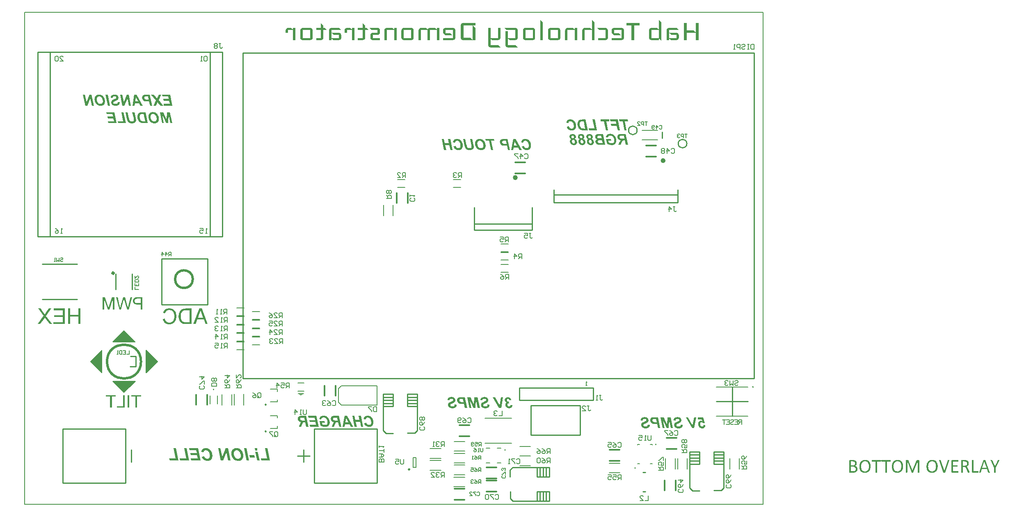
<source format=gbo>
G04*
G04 #@! TF.GenerationSoftware,Altium Limited,Altium Designer,19.0.15 (446)*
G04*
G04 Layer_Color=10066329*
%FSLAX23Y23*%
%MOIN*%
G70*
G01*
G75*
%ADD10C,0.010*%
%ADD12C,0.006*%
%ADD13C,0.008*%
%ADD14C,0.010*%
%ADD15C,0.005*%
%ADD16C,0.012*%
%ADD116C,0.020*%
G36*
X901Y1324D02*
X899Y1319D01*
X715D01*
X713Y1324D01*
X807Y1417D01*
X901Y1324D01*
D02*
G37*
G36*
X630Y1254D02*
Y1069D01*
X625Y1067D01*
X531Y1162D01*
X625Y1256D01*
X630Y1254D01*
D02*
G37*
G36*
X1083Y1161D02*
X989Y1067D01*
X984Y1069D01*
Y1254D01*
X989Y1256D01*
X1083Y1161D01*
D02*
G37*
G36*
X902Y999D02*
X807Y906D01*
X713Y999D01*
X715Y1004D01*
X900D01*
X902Y999D01*
D02*
G37*
G36*
X7916Y361D02*
X7918Y361D01*
X7918D01*
X7919Y361D01*
X7919Y361D01*
X7920Y360D01*
X7920Y360D01*
X7920Y360D01*
X7921Y359D01*
X7920Y359D01*
Y358D01*
X7920Y358D01*
X7920Y357D01*
X7919Y356D01*
X7891Y298D01*
Y261D01*
Y260D01*
X7890Y260D01*
X7890Y259D01*
X7889Y259D01*
X7889D01*
X7889Y259D01*
X7888D01*
X7887Y259D01*
X7887D01*
X7886Y258D01*
X7885Y258D01*
X7883D01*
X7882Y258D01*
X7881Y259D01*
X7880D01*
X7880Y259D01*
X7878Y259D01*
X7878D01*
X7878Y259D01*
X7877Y260D01*
Y260D01*
Y260D01*
X7877Y261D01*
Y298D01*
X7848Y356D01*
X7848Y356D01*
X7848Y357D01*
X7847Y358D01*
X7847Y359D01*
Y359D01*
Y359D01*
Y360D01*
X7847Y360D01*
X7848Y361D01*
X7848Y361D01*
X7849Y361D01*
X7850Y361D01*
X7850D01*
X7851Y361D01*
X7856D01*
X7858Y361D01*
X7858D01*
X7859Y361D01*
X7859Y361D01*
X7860Y361D01*
X7860D01*
X7860Y360D01*
X7861Y360D01*
X7861Y360D01*
X7861D01*
X7862Y359D01*
X7862Y359D01*
X7876Y329D01*
Y329D01*
X7877Y328D01*
X7877Y328D01*
X7877Y326D01*
X7878Y325D01*
X7879Y324D01*
X7880Y320D01*
X7880Y320D01*
X7880Y320D01*
X7881Y319D01*
X7881Y318D01*
X7882Y316D01*
X7883Y315D01*
X7884Y311D01*
X7884D01*
Y311D01*
X7885Y312D01*
X7885Y313D01*
X7885Y314D01*
X7886Y315D01*
X7887Y317D01*
X7888Y320D01*
X7888Y320D01*
X7888Y321D01*
X7889Y322D01*
X7889Y323D01*
X7890Y324D01*
X7890Y326D01*
X7892Y329D01*
X7906Y358D01*
Y359D01*
X7906Y359D01*
X7907Y360D01*
Y360D01*
X7907Y360D01*
X7908Y361D01*
X7908D01*
X7908Y361D01*
X7909Y361D01*
X7910Y361D01*
X7910D01*
X7911Y361D01*
X7915D01*
X7916Y361D01*
D02*
G37*
G36*
X7265Y361D02*
X7265Y360D01*
X7266D01*
X7266Y360D01*
X7267Y360D01*
X7267Y359D01*
X7267Y359D01*
X7268Y359D01*
X7268Y358D01*
X7268Y357D01*
X7269Y357D01*
X7269Y357D01*
X7269Y356D01*
Y355D01*
Y261D01*
Y260D01*
X7269Y260D01*
X7268Y259D01*
X7268Y259D01*
X7267Y259D01*
X7267D01*
X7267Y259D01*
X7266D01*
X7265Y259D01*
X7265D01*
X7264Y258D01*
X7263Y258D01*
X7261D01*
X7260Y258D01*
X7259Y259D01*
X7259D01*
X7258Y259D01*
X7257D01*
X7257Y259D01*
X7257D01*
X7256Y259D01*
X7256Y260D01*
Y260D01*
Y260D01*
X7256Y261D01*
Y350D01*
X7255D01*
X7219Y260D01*
X7219Y260D01*
X7219Y259D01*
X7218Y259D01*
X7218Y259D01*
X7217Y259D01*
X7217D01*
X7217Y259D01*
X7216D01*
X7215Y258D01*
X7215D01*
X7214Y258D01*
X7211D01*
X7210Y258D01*
X7210D01*
X7209Y259D01*
X7208Y259D01*
X7208D01*
X7207Y259D01*
X7207Y259D01*
Y260D01*
X7206Y260D01*
X7206Y260D01*
X7172Y350D01*
Y261D01*
Y260D01*
X7171Y260D01*
X7171Y259D01*
X7171Y259D01*
X7170Y259D01*
X7170D01*
X7170Y259D01*
X7169D01*
X7168Y259D01*
X7168D01*
X7167Y258D01*
X7166Y258D01*
X7164D01*
X7163Y258D01*
X7162Y259D01*
X7161D01*
X7161Y259D01*
X7160D01*
X7160Y259D01*
X7159D01*
X7159Y259D01*
X7158Y260D01*
Y260D01*
Y260D01*
X7158Y261D01*
Y355D01*
Y355D01*
Y355D01*
X7158Y356D01*
Y356D01*
X7159Y358D01*
X7160Y359D01*
X7160Y359D01*
X7161Y360D01*
X7162Y361D01*
X7164Y361D01*
X7174D01*
X7175Y361D01*
X7176Y360D01*
X7177D01*
X7177Y360D01*
X7178Y360D01*
X7179Y359D01*
X7180Y359D01*
X7180Y358D01*
X7181Y358D01*
X7182Y357D01*
X7182Y356D01*
X7182Y356D01*
X7183Y355D01*
X7183Y354D01*
X7184Y352D01*
X7213Y279D01*
X7214D01*
X7244Y352D01*
Y352D01*
X7244Y353D01*
X7244Y354D01*
X7245Y355D01*
X7246Y356D01*
X7246Y357D01*
X7247Y357D01*
X7247Y358D01*
X7248Y359D01*
X7248Y359D01*
X7249Y359D01*
X7250Y360D01*
X7251Y360D01*
X7251Y360D01*
X7252Y361D01*
X7253Y361D01*
X7264D01*
X7265Y361D01*
D02*
G37*
G36*
X7511Y361D02*
X7512Y361D01*
X7512D01*
X7513Y361D01*
X7514Y361D01*
X7514Y360D01*
Y360D01*
X7514Y360D01*
X7514Y359D01*
Y359D01*
Y358D01*
Y358D01*
X7514Y357D01*
X7514Y356D01*
X7481Y261D01*
Y261D01*
X7480Y260D01*
X7480Y260D01*
X7479D01*
X7479Y259D01*
X7479Y259D01*
X7478Y259D01*
X7478D01*
X7477Y259D01*
X7477D01*
X7475Y258D01*
X7474D01*
X7473Y258D01*
X7470D01*
X7469Y258D01*
X7467D01*
X7466Y259D01*
X7466D01*
X7466Y259D01*
X7465D01*
X7464Y259D01*
X7464Y259D01*
X7463Y259D01*
X7463Y260D01*
Y260D01*
X7463Y260D01*
X7462Y261D01*
X7429Y356D01*
X7429Y356D01*
X7429Y357D01*
X7429Y358D01*
X7428Y359D01*
Y359D01*
Y359D01*
X7429Y360D01*
X7429Y360D01*
X7429Y361D01*
X7430Y361D01*
X7430Y361D01*
X7431Y361D01*
X7432D01*
X7432Y361D01*
X7438D01*
X7439Y361D01*
X7439D01*
X7440Y361D01*
X7441Y361D01*
X7441Y361D01*
X7441D01*
X7442Y360D01*
X7442Y360D01*
X7442Y360D01*
X7442Y359D01*
X7443Y359D01*
X7472Y273D01*
X7472D01*
X7501Y358D01*
Y359D01*
X7501Y359D01*
X7501Y360D01*
Y360D01*
X7501Y360D01*
X7502Y361D01*
X7502D01*
X7503Y361D01*
X7504Y361D01*
X7504Y361D01*
X7505D01*
X7506Y361D01*
X7510D01*
X7511Y361D01*
D02*
G37*
G36*
X7706D02*
X7707Y361D01*
X7707D01*
X7708Y361D01*
X7708Y361D01*
X7709Y360D01*
X7709D01*
X7710Y360D01*
X7710Y360D01*
X7710Y360D01*
X7710Y359D01*
X7711Y359D01*
Y271D01*
X7747D01*
X7748Y270D01*
X7749D01*
X7749Y270D01*
X7749Y269D01*
Y269D01*
X7749Y269D01*
X7750Y268D01*
X7750Y267D01*
Y267D01*
X7750Y267D01*
Y266D01*
Y265D01*
Y265D01*
Y264D01*
Y263D01*
X7750Y262D01*
Y262D01*
X7750Y261D01*
X7749Y260D01*
Y260D01*
X7749Y260D01*
X7748Y259D01*
X7748D01*
X7747Y259D01*
X7702D01*
X7701Y259D01*
X7700Y259D01*
X7699Y260D01*
X7698Y260D01*
X7698Y261D01*
X7697Y262D01*
X7697Y264D01*
Y359D01*
Y359D01*
Y359D01*
X7697Y360D01*
Y360D01*
X7698Y360D01*
X7698Y360D01*
X7699D01*
X7699Y361D01*
X7700Y361D01*
X7701Y361D01*
X7701D01*
X7702Y361D01*
X7703Y361D01*
X7705D01*
X7706Y361D01*
D02*
G37*
G36*
X7585Y360D02*
X7585D01*
X7586Y360D01*
X7586Y359D01*
Y359D01*
X7586Y359D01*
X7586Y358D01*
X7587Y357D01*
Y357D01*
X7587Y357D01*
X7587Y356D01*
Y355D01*
Y355D01*
Y354D01*
X7587Y353D01*
X7587Y352D01*
Y352D01*
X7586Y352D01*
X7586Y351D01*
X7586Y350D01*
X7585Y350D01*
X7585D01*
X7584Y349D01*
X7544D01*
Y318D01*
X7579D01*
X7579Y317D01*
X7580D01*
X7580Y317D01*
X7580Y316D01*
Y316D01*
X7581Y316D01*
X7581Y315D01*
X7581Y314D01*
Y314D01*
X7581Y314D01*
Y313D01*
Y312D01*
Y312D01*
Y311D01*
Y310D01*
X7581Y309D01*
Y309D01*
X7581Y309D01*
X7581Y308D01*
X7580Y308D01*
X7580Y307D01*
X7579Y307D01*
X7579D01*
X7578Y307D01*
X7544D01*
Y270D01*
X7585D01*
X7586Y270D01*
X7586D01*
X7586Y270D01*
X7587Y269D01*
X7587Y269D01*
X7587Y268D01*
X7587Y268D01*
X7587Y267D01*
Y267D01*
X7587Y266D01*
Y265D01*
Y264D01*
Y264D01*
Y263D01*
Y263D01*
X7587Y262D01*
Y262D01*
X7587Y261D01*
X7587Y260D01*
Y260D01*
X7586Y260D01*
X7586Y259D01*
X7585D01*
X7585Y259D01*
X7535D01*
X7535Y259D01*
X7534Y259D01*
X7532Y260D01*
X7532Y260D01*
X7532Y261D01*
X7531Y262D01*
X7531Y264D01*
Y355D01*
Y355D01*
Y356D01*
X7531Y357D01*
X7531Y358D01*
X7532Y359D01*
X7533Y360D01*
X7533Y360D01*
X7534Y361D01*
X7536Y361D01*
X7585D01*
X7585Y360D01*
D02*
G37*
G36*
X6734Y361D02*
X6736Y360D01*
X6738Y360D01*
X6741Y359D01*
X6743Y359D01*
X6743D01*
X6744Y359D01*
X6745Y358D01*
X6747Y358D01*
X6750Y356D01*
X6751Y355D01*
X6753Y354D01*
X6753Y354D01*
X6754Y353D01*
X6754Y353D01*
X6755Y352D01*
X6756Y350D01*
X6757Y349D01*
X6758Y347D01*
X6759Y346D01*
X6759Y345D01*
X6759Y345D01*
X6760Y344D01*
X6760Y342D01*
X6760Y341D01*
X6760Y339D01*
X6761Y337D01*
Y335D01*
Y335D01*
Y334D01*
Y334D01*
X6761Y333D01*
X6760Y330D01*
X6760Y328D01*
Y328D01*
X6760Y327D01*
X6760Y327D01*
X6759Y326D01*
X6758Y324D01*
X6757Y322D01*
Y322D01*
X6757Y321D01*
X6756Y320D01*
X6755Y318D01*
X6753Y317D01*
X6753D01*
X6753Y316D01*
X6752Y316D01*
X6751Y316D01*
X6750Y314D01*
X6747Y313D01*
X6747D01*
X6748Y313D01*
X6749Y313D01*
X6750Y313D01*
X6752Y312D01*
X6755Y310D01*
X6755D01*
X6756Y310D01*
X6756Y310D01*
X6757Y309D01*
X6759Y307D01*
X6761Y305D01*
X6761Y305D01*
X6762Y304D01*
X6762Y304D01*
X6763Y303D01*
X6763Y302D01*
X6764Y300D01*
X6766Y297D01*
Y297D01*
X6766Y297D01*
X6766Y296D01*
X6767Y295D01*
X6767Y293D01*
X6767Y292D01*
X6767Y288D01*
Y288D01*
Y287D01*
Y286D01*
X6767Y285D01*
X6767Y284D01*
X6767Y282D01*
X6766Y279D01*
Y279D01*
X6766Y278D01*
X6765Y278D01*
X6765Y277D01*
X6764Y274D01*
X6762Y272D01*
X6762Y272D01*
X6762Y271D01*
X6762Y271D01*
X6761Y270D01*
X6759Y268D01*
X6757Y266D01*
X6757Y266D01*
X6757Y266D01*
X6756Y265D01*
X6755Y265D01*
X6754Y264D01*
X6753Y263D01*
X6750Y262D01*
X6750D01*
X6749Y262D01*
X6749Y262D01*
X6748Y261D01*
X6746Y261D01*
X6745Y260D01*
X6742Y260D01*
X6742D01*
X6741Y259D01*
X6740D01*
X6739Y259D01*
X6737Y259D01*
X6736D01*
X6734Y259D01*
X6705D01*
X6704Y259D01*
X6703Y259D01*
X6701Y260D01*
X6701Y260D01*
X6701Y261D01*
X6700Y262D01*
X6700Y264D01*
Y355D01*
Y355D01*
Y356D01*
X6700Y357D01*
X6701Y358D01*
X6701Y359D01*
X6702Y360D01*
X6703Y360D01*
X6704Y361D01*
X6705Y361D01*
X6732D01*
X6734Y361D01*
D02*
G37*
G36*
X7802Y361D02*
X7802D01*
X7803Y361D01*
X7804Y361D01*
X7804Y361D01*
X7805D01*
X7805Y360D01*
X7806Y360D01*
X7806Y360D01*
X7806D01*
X7807Y359D01*
X7807Y358D01*
X7841Y264D01*
X7841Y263D01*
X7842Y263D01*
X7842Y262D01*
Y261D01*
Y260D01*
Y260D01*
X7842Y260D01*
X7841Y259D01*
X7841D01*
X7841Y259D01*
X7840Y259D01*
X7839Y258D01*
X7838D01*
X7837Y258D01*
X7833D01*
X7831Y258D01*
X7831D01*
X7831Y259D01*
X7830D01*
X7829Y259D01*
X7829D01*
X7829Y259D01*
X7828Y259D01*
Y260D01*
X7828Y260D01*
X7827Y261D01*
X7819Y286D01*
X7776D01*
X7768Y261D01*
Y261D01*
X7768Y261D01*
X7767Y260D01*
X7767Y259D01*
X7766Y259D01*
X7766D01*
X7766Y259D01*
X7765D01*
X7764Y258D01*
X7763D01*
X7762Y258D01*
X7759D01*
X7758Y258D01*
X7757Y259D01*
X7757D01*
X7756Y259D01*
X7755Y259D01*
X7755Y259D01*
Y259D01*
X7755Y260D01*
X7754Y260D01*
X7754Y261D01*
Y261D01*
X7754Y261D01*
X7755Y262D01*
X7755Y264D01*
X7789Y358D01*
Y359D01*
X7789Y359D01*
X7790Y360D01*
X7790Y360D01*
X7790Y360D01*
X7791Y361D01*
X7791D01*
X7792Y361D01*
X7793Y361D01*
X7794Y361D01*
X7794D01*
X7795Y361D01*
X7801D01*
X7802Y361D01*
D02*
G37*
G36*
X7641Y361D02*
X7643Y360D01*
X7643D01*
X7644Y360D01*
X7646D01*
X7647Y360D01*
X7647D01*
X7648Y360D01*
X7649Y360D01*
X7651Y359D01*
X7652Y359D01*
X7654Y358D01*
X7658Y357D01*
X7658Y357D01*
X7658Y356D01*
X7659Y356D01*
X7660Y355D01*
X7663Y353D01*
X7665Y351D01*
X7665Y351D01*
X7666Y351D01*
X7666Y350D01*
X7667Y349D01*
X7668Y348D01*
X7669Y346D01*
X7670Y343D01*
Y343D01*
X7670Y343D01*
X7670Y342D01*
X7671Y340D01*
X7671Y339D01*
X7671Y338D01*
X7671Y334D01*
Y334D01*
Y333D01*
Y332D01*
X7671Y331D01*
X7671Y329D01*
X7671Y328D01*
X7670Y324D01*
Y324D01*
X7670Y324D01*
X7669Y323D01*
X7669Y322D01*
X7668Y320D01*
X7666Y317D01*
X7666Y317D01*
X7666Y317D01*
X7665Y316D01*
X7664Y316D01*
X7662Y314D01*
X7660Y312D01*
X7660D01*
X7659Y312D01*
X7658Y311D01*
X7657Y311D01*
X7656Y310D01*
X7655Y310D01*
X7652Y308D01*
X7652D01*
X7652Y308D01*
X7653Y307D01*
X7655Y306D01*
X7656Y305D01*
X7656D01*
X7657Y305D01*
X7657Y304D01*
X7659Y303D01*
X7660Y301D01*
Y301D01*
X7660Y301D01*
X7661Y300D01*
X7661Y300D01*
X7662Y298D01*
X7663Y296D01*
Y296D01*
X7664Y295D01*
X7664Y295D01*
X7664Y294D01*
X7665Y292D01*
X7667Y289D01*
X7676Y267D01*
Y266D01*
X7676Y266D01*
X7676Y265D01*
X7677Y264D01*
X7677Y263D01*
Y262D01*
X7677Y262D01*
X7677Y261D01*
Y260D01*
X7677Y260D01*
X7677Y259D01*
X7677Y259D01*
X7676Y259D01*
X7676D01*
X7675Y259D01*
X7675D01*
X7674Y258D01*
X7673D01*
X7672Y258D01*
X7668D01*
X7667Y258D01*
X7667D01*
X7666Y259D01*
X7665D01*
X7665Y259D01*
X7665D01*
X7664Y259D01*
X7663Y260D01*
Y260D01*
X7663Y260D01*
X7663Y261D01*
X7653Y285D01*
Y286D01*
X7653Y286D01*
X7653Y287D01*
X7652Y288D01*
X7651Y290D01*
X7650Y293D01*
Y293D01*
X7650Y293D01*
X7649Y294D01*
X7649Y295D01*
X7647Y297D01*
X7646Y299D01*
X7645Y299D01*
X7645Y299D01*
X7645Y300D01*
X7644Y300D01*
X7642Y301D01*
X7640Y303D01*
X7640D01*
X7639Y303D01*
X7639Y303D01*
X7638Y303D01*
X7637Y304D01*
X7635Y304D01*
X7632Y304D01*
X7623D01*
Y261D01*
Y260D01*
X7623Y260D01*
X7622Y259D01*
X7622Y259D01*
X7621Y259D01*
X7621D01*
X7621Y259D01*
X7620D01*
X7619Y259D01*
X7619D01*
X7618Y258D01*
X7618Y258D01*
X7615D01*
X7614Y258D01*
X7613Y259D01*
X7613D01*
X7612Y259D01*
X7611Y259D01*
X7611D01*
X7610Y259D01*
X7610Y260D01*
Y260D01*
Y260D01*
X7610Y261D01*
Y355D01*
Y355D01*
Y356D01*
X7610Y357D01*
X7610Y358D01*
X7611Y359D01*
X7611Y360D01*
X7612Y360D01*
X7613Y361D01*
X7614Y361D01*
X7638D01*
X7641Y361D01*
D02*
G37*
G36*
X7035Y360D02*
X7035D01*
X7035Y360D01*
X7036Y359D01*
Y359D01*
X7036Y359D01*
X7036Y358D01*
X7037Y357D01*
Y357D01*
X7037Y357D01*
Y356D01*
Y355D01*
Y355D01*
Y354D01*
Y353D01*
X7037Y352D01*
Y352D01*
X7036Y352D01*
X7036Y350D01*
X7036Y350D01*
X7035Y349D01*
X7035D01*
X7034Y349D01*
X7005D01*
Y261D01*
Y260D01*
X7005Y260D01*
X7005Y259D01*
X7004Y259D01*
X7004Y259D01*
X7004D01*
X7003Y259D01*
X7003D01*
X7002Y259D01*
X7002D01*
X7001Y258D01*
X7000Y258D01*
X6998D01*
X6996Y258D01*
X6995Y259D01*
X6995D01*
X6995Y259D01*
X6993Y259D01*
X6993D01*
X6993Y259D01*
X6992Y260D01*
Y260D01*
Y260D01*
X6992Y261D01*
Y349D01*
X6963D01*
X6962Y349D01*
X6962Y350D01*
X6961Y350D01*
Y351D01*
X6961Y351D01*
Y351D01*
X6961Y352D01*
Y352D01*
Y353D01*
X6961Y354D01*
Y355D01*
Y355D01*
Y356D01*
Y357D01*
X6961Y357D01*
Y358D01*
X6961Y358D01*
X6961Y359D01*
Y359D01*
X6961Y360D01*
X6962Y360D01*
X6962D01*
X6962Y361D01*
X6963Y361D01*
X7034D01*
X7035Y360D01*
D02*
G37*
G36*
X6957D02*
X6957D01*
X6957Y360D01*
X6957Y359D01*
Y359D01*
X6958Y359D01*
X6958Y358D01*
X6958Y357D01*
Y357D01*
X6958Y357D01*
Y356D01*
Y355D01*
Y355D01*
Y354D01*
Y353D01*
X6958Y352D01*
Y352D01*
X6958Y352D01*
X6957Y350D01*
X6957Y350D01*
X6957Y349D01*
X6956D01*
X6955Y349D01*
X6927D01*
Y261D01*
Y260D01*
X6926Y260D01*
X6926Y259D01*
X6926Y259D01*
X6925Y259D01*
X6925D01*
X6925Y259D01*
X6924D01*
X6923Y259D01*
X6923D01*
X6922Y258D01*
X6921Y258D01*
X6919D01*
X6918Y258D01*
X6917Y259D01*
X6917D01*
X6916Y259D01*
X6915Y259D01*
X6914D01*
X6914Y259D01*
X6914Y260D01*
Y260D01*
Y260D01*
X6913Y261D01*
Y349D01*
X6884D01*
X6883Y349D01*
X6883Y350D01*
X6883Y350D01*
Y351D01*
X6882Y351D01*
Y351D01*
X6882Y352D01*
Y352D01*
Y353D01*
X6882Y354D01*
Y355D01*
Y355D01*
Y356D01*
Y357D01*
X6882Y357D01*
Y358D01*
X6882Y358D01*
X6883Y359D01*
Y359D01*
X6883Y360D01*
X6883Y360D01*
X6884D01*
X6884Y361D01*
X6885Y361D01*
X6956D01*
X6957Y360D01*
D02*
G37*
G36*
X7377Y362D02*
X7380Y362D01*
X7383Y361D01*
X7387Y361D01*
X7390Y360D01*
X7393Y359D01*
X7393D01*
X7393Y359D01*
X7395Y358D01*
X7396Y357D01*
X7398Y356D01*
X7400Y355D01*
X7403Y353D01*
X7405Y351D01*
X7407Y349D01*
X7407Y348D01*
X7408Y348D01*
X7409Y346D01*
X7410Y344D01*
X7411Y342D01*
X7413Y339D01*
X7414Y336D01*
X7415Y333D01*
Y332D01*
X7415Y332D01*
Y332D01*
X7416Y331D01*
X7416Y330D01*
X7416Y329D01*
X7417Y326D01*
X7417Y323D01*
X7418Y319D01*
X7418Y315D01*
X7418Y311D01*
Y311D01*
Y310D01*
Y310D01*
Y309D01*
Y308D01*
X7418Y306D01*
X7418Y303D01*
X7417Y300D01*
X7417Y296D01*
X7416Y292D01*
X7415Y289D01*
Y288D01*
X7415Y288D01*
X7415Y288D01*
X7415Y287D01*
X7414Y285D01*
X7413Y283D01*
X7412Y280D01*
X7410Y277D01*
X7408Y275D01*
X7406Y272D01*
X7406Y271D01*
X7405Y271D01*
X7404Y269D01*
X7402Y268D01*
X7400Y266D01*
X7398Y264D01*
X7395Y263D01*
X7392Y261D01*
X7392D01*
X7391Y261D01*
X7391Y261D01*
X7390Y260D01*
X7388Y260D01*
X7386Y259D01*
X7383Y258D01*
X7380Y258D01*
X7376Y258D01*
X7371Y257D01*
X7369D01*
X7368Y258D01*
X7367D01*
X7365Y258D01*
X7362Y258D01*
X7358Y259D01*
X7355Y260D01*
X7352Y261D01*
X7351Y261D01*
X7350Y261D01*
X7349Y262D01*
X7347Y263D01*
X7344Y265D01*
X7342Y266D01*
X7340Y268D01*
X7338Y271D01*
X7338Y271D01*
X7337Y272D01*
X7336Y273D01*
X7335Y275D01*
X7333Y278D01*
X7332Y280D01*
X7331Y283D01*
X7330Y287D01*
Y287D01*
X7329Y287D01*
Y288D01*
X7329Y289D01*
X7329Y289D01*
X7329Y291D01*
X7328Y293D01*
X7328Y297D01*
X7327Y300D01*
X7327Y305D01*
X7327Y309D01*
Y309D01*
Y310D01*
Y310D01*
Y311D01*
Y312D01*
X7327Y314D01*
X7327Y316D01*
X7328Y320D01*
X7328Y324D01*
X7329Y327D01*
X7330Y331D01*
Y331D01*
X7330Y331D01*
X7330Y332D01*
X7330Y333D01*
X7331Y334D01*
X7332Y337D01*
X7333Y339D01*
X7335Y342D01*
X7336Y345D01*
X7338Y348D01*
X7339Y348D01*
X7340Y349D01*
X7341Y350D01*
X7342Y352D01*
X7345Y353D01*
X7347Y355D01*
X7350Y357D01*
X7353Y358D01*
X7353D01*
X7353Y359D01*
X7354Y359D01*
X7355Y359D01*
X7356Y360D01*
X7359Y360D01*
X7362Y361D01*
X7365Y362D01*
X7369Y362D01*
X7373Y362D01*
X7375D01*
X7377Y362D01*
D02*
G37*
G36*
X7096D02*
X7099Y362D01*
X7102Y361D01*
X7105Y361D01*
X7109Y360D01*
X7112Y359D01*
X7112D01*
X7112Y359D01*
X7113Y358D01*
X7115Y357D01*
X7117Y356D01*
X7119Y355D01*
X7121Y353D01*
X7124Y351D01*
X7126Y349D01*
X7126Y348D01*
X7127Y348D01*
X7128Y346D01*
X7129Y344D01*
X7130Y342D01*
X7132Y339D01*
X7133Y336D01*
X7134Y333D01*
Y332D01*
X7134Y332D01*
Y332D01*
X7135Y331D01*
X7135Y330D01*
X7135Y329D01*
X7136Y326D01*
X7136Y323D01*
X7137Y319D01*
X7137Y315D01*
X7137Y311D01*
Y311D01*
Y310D01*
Y310D01*
Y309D01*
Y308D01*
X7137Y306D01*
X7137Y303D01*
X7136Y300D01*
X7136Y296D01*
X7135Y292D01*
X7134Y289D01*
Y288D01*
X7134Y288D01*
X7134Y288D01*
X7133Y287D01*
X7133Y285D01*
X7132Y283D01*
X7131Y280D01*
X7129Y277D01*
X7127Y275D01*
X7125Y272D01*
X7125Y271D01*
X7124Y271D01*
X7123Y269D01*
X7121Y268D01*
X7119Y266D01*
X7117Y264D01*
X7114Y263D01*
X7111Y261D01*
X7110D01*
X7110Y261D01*
X7110Y261D01*
X7109Y260D01*
X7107Y260D01*
X7105Y259D01*
X7102Y258D01*
X7098Y258D01*
X7094Y258D01*
X7090Y257D01*
X7088D01*
X7087Y258D01*
X7086D01*
X7084Y258D01*
X7080Y258D01*
X7077Y259D01*
X7074Y260D01*
X7070Y261D01*
X7070Y261D01*
X7069Y261D01*
X7067Y262D01*
X7065Y263D01*
X7063Y265D01*
X7061Y266D01*
X7059Y268D01*
X7057Y271D01*
X7056Y271D01*
X7056Y272D01*
X7055Y273D01*
X7053Y275D01*
X7052Y278D01*
X7051Y280D01*
X7049Y283D01*
X7048Y287D01*
Y287D01*
X7048Y287D01*
Y288D01*
X7048Y289D01*
X7048Y289D01*
X7048Y291D01*
X7047Y293D01*
X7047Y297D01*
X7046Y300D01*
X7046Y305D01*
X7046Y309D01*
Y309D01*
Y310D01*
Y310D01*
Y311D01*
Y312D01*
X7046Y314D01*
X7046Y316D01*
X7047Y320D01*
X7047Y324D01*
X7048Y327D01*
X7049Y331D01*
Y331D01*
X7049Y331D01*
X7049Y332D01*
X7049Y333D01*
X7050Y334D01*
X7051Y337D01*
X7052Y339D01*
X7053Y342D01*
X7055Y345D01*
X7057Y348D01*
X7058Y348D01*
X7058Y349D01*
X7060Y350D01*
X7061Y352D01*
X7063Y353D01*
X7066Y355D01*
X7069Y357D01*
X7072Y358D01*
X7072D01*
X7072Y359D01*
X7073Y359D01*
X7074Y359D01*
X7075Y360D01*
X7078Y360D01*
X7081Y361D01*
X7084Y362D01*
X7088Y362D01*
X7092Y362D01*
X7094D01*
X7096Y362D01*
D02*
G37*
G36*
X6832D02*
X6835Y362D01*
X6838Y361D01*
X6842Y361D01*
X6845Y360D01*
X6848Y359D01*
X6848D01*
X6848Y359D01*
X6850Y358D01*
X6851Y357D01*
X6853Y356D01*
X6855Y355D01*
X6858Y353D01*
X6860Y351D01*
X6862Y349D01*
X6862Y348D01*
X6863Y348D01*
X6864Y346D01*
X6865Y344D01*
X6867Y342D01*
X6868Y339D01*
X6869Y336D01*
X6870Y333D01*
Y332D01*
X6871Y332D01*
Y332D01*
X6871Y331D01*
X6871Y330D01*
X6871Y329D01*
X6872Y326D01*
X6872Y323D01*
X6873Y319D01*
X6873Y315D01*
X6873Y311D01*
Y311D01*
Y310D01*
Y310D01*
Y309D01*
Y308D01*
X6873Y306D01*
X6873Y303D01*
X6872Y300D01*
X6872Y296D01*
X6871Y292D01*
X6870Y289D01*
Y288D01*
X6870Y288D01*
X6870Y288D01*
X6870Y287D01*
X6869Y285D01*
X6868Y283D01*
X6867Y280D01*
X6865Y277D01*
X6863Y275D01*
X6861Y272D01*
X6861Y271D01*
X6860Y271D01*
X6859Y269D01*
X6857Y268D01*
X6855Y266D01*
X6853Y264D01*
X6850Y263D01*
X6847Y261D01*
X6847D01*
X6846Y261D01*
X6846Y261D01*
X6845Y260D01*
X6843Y260D01*
X6841Y259D01*
X6838Y258D01*
X6835Y258D01*
X6831Y258D01*
X6826Y257D01*
X6824D01*
X6824Y258D01*
X6822D01*
X6820Y258D01*
X6817Y258D01*
X6813Y259D01*
X6810Y260D01*
X6807Y261D01*
X6806Y261D01*
X6805Y261D01*
X6804Y262D01*
X6802Y263D01*
X6799Y265D01*
X6797Y266D01*
X6795Y268D01*
X6793Y271D01*
X6793Y271D01*
X6792Y272D01*
X6791Y273D01*
X6790Y275D01*
X6788Y278D01*
X6787Y280D01*
X6786Y283D01*
X6785Y287D01*
Y287D01*
X6784Y287D01*
Y288D01*
X6784Y289D01*
X6784Y289D01*
X6784Y291D01*
X6783Y293D01*
X6783Y297D01*
X6782Y300D01*
X6782Y305D01*
X6782Y309D01*
Y309D01*
Y310D01*
Y310D01*
Y311D01*
Y312D01*
X6782Y314D01*
X6782Y316D01*
X6783Y320D01*
X6783Y324D01*
X6784Y327D01*
X6785Y331D01*
Y331D01*
X6785Y331D01*
X6785Y332D01*
X6785Y333D01*
X6786Y334D01*
X6787Y337D01*
X6788Y339D01*
X6790Y342D01*
X6791Y345D01*
X6793Y348D01*
X6794Y348D01*
X6795Y349D01*
X6796Y350D01*
X6797Y352D01*
X6800Y353D01*
X6802Y355D01*
X6805Y357D01*
X6808Y358D01*
X6808D01*
X6808Y359D01*
X6809Y359D01*
X6810Y359D01*
X6812Y360D01*
X6814Y360D01*
X6817Y361D01*
X6820Y362D01*
X6824Y362D01*
X6828Y362D01*
X6830D01*
X6832Y362D01*
D02*
G37*
G36*
X5172Y3920D02*
Y3772D01*
X5153Y3792D01*
Y3775D01*
X5093D01*
X5090Y3775D01*
X5088Y3776D01*
X5085Y3777D01*
X5083Y3778D01*
X5081Y3779D01*
X5080Y3780D01*
X5079Y3780D01*
X5079Y3781D01*
X5077Y3783D01*
X5076Y3785D01*
X5075Y3788D01*
X5074Y3790D01*
X5073Y3792D01*
X5073Y3794D01*
Y3795D01*
Y3795D01*
Y3855D01*
X5073Y3858D01*
X5074Y3860D01*
X5075Y3863D01*
X5076Y3865D01*
X5077Y3866D01*
X5078Y3868D01*
X5079Y3869D01*
X5079Y3869D01*
X5081Y3871D01*
X5084Y3872D01*
X5086Y3873D01*
X5088Y3874D01*
X5090Y3874D01*
X5092Y3875D01*
X5139D01*
X5153Y3860D01*
Y3940D01*
X5172Y3920D01*
D02*
G37*
G36*
X4630D02*
Y3775D01*
X4610D01*
Y3858D01*
X4551D01*
Y3775D01*
X4531D01*
Y3855D01*
X4531Y3858D01*
X4532Y3860D01*
X4532Y3863D01*
X4533Y3865D01*
X4535Y3866D01*
X4535Y3868D01*
X4536Y3869D01*
X4536Y3869D01*
X4539Y3871D01*
X4541Y3872D01*
X4543Y3873D01*
X4546Y3874D01*
X4548Y3874D01*
X4549Y3875D01*
X4596D01*
X4610Y3860D01*
Y3940D01*
X4630Y3920D01*
D02*
G37*
G36*
X4491Y3775D02*
X4471D01*
Y3858D01*
X4411D01*
Y3775D01*
X4391D01*
Y3855D01*
X4392Y3858D01*
X4392Y3860D01*
X4393Y3863D01*
X4394Y3865D01*
X4395Y3866D01*
X4396Y3868D01*
X4397Y3869D01*
X4397Y3869D01*
X4399Y3871D01*
X4402Y3872D01*
X4404Y3873D01*
X4406Y3874D01*
X4408Y3874D01*
X4410Y3875D01*
X4457D01*
X4471Y3860D01*
Y3875D01*
X4491D01*
Y3775D01*
D02*
G37*
G36*
X3368D02*
X3348D01*
Y3858D01*
X3294D01*
Y3775D01*
X3274D01*
Y3858D01*
X3220D01*
Y3775D01*
X3201D01*
Y3855D01*
X3201Y3858D01*
X3202Y3860D01*
X3202Y3863D01*
X3203Y3865D01*
X3205Y3866D01*
X3205Y3868D01*
X3206Y3869D01*
X3206Y3869D01*
X3209Y3871D01*
X3211Y3872D01*
X3213Y3873D01*
X3216Y3874D01*
X3218Y3874D01*
X3219Y3875D01*
X3260D01*
X3275Y3860D01*
X3275Y3863D01*
X3276Y3865D01*
X3277Y3867D01*
X3279Y3869D01*
X3280Y3870D01*
X3282Y3871D01*
X3285Y3873D01*
X3289Y3874D01*
X3291Y3874D01*
X3293Y3875D01*
X3334D01*
X3348Y3860D01*
Y3875D01*
X3368D01*
Y3775D01*
D02*
G37*
G36*
X3022D02*
X3002D01*
Y3858D01*
X2942D01*
Y3775D01*
X2922D01*
Y3855D01*
X2923Y3858D01*
X2923Y3860D01*
X2924Y3863D01*
X2925Y3865D01*
X2927Y3866D01*
X2927Y3868D01*
X2928Y3869D01*
X2928Y3869D01*
X2931Y3871D01*
X2933Y3872D01*
X2935Y3873D01*
X2938Y3874D01*
X2940Y3874D01*
X2941Y3875D01*
X2988D01*
X3002Y3860D01*
Y3875D01*
X3022D01*
Y3775D01*
D02*
G37*
G36*
X2679D02*
X2659D01*
Y3858D01*
X2619D01*
Y3835D01*
X2599D01*
Y3855D01*
X2599Y3858D01*
X2600Y3860D01*
X2601Y3863D01*
X2602Y3865D01*
X2603Y3866D01*
X2604Y3868D01*
X2605Y3869D01*
X2605Y3869D01*
X2607Y3871D01*
X2609Y3872D01*
X2612Y3873D01*
X2614Y3874D01*
X2616Y3874D01*
X2618Y3875D01*
X2644D01*
X2659Y3860D01*
Y3875D01*
X2679D01*
Y3775D01*
D02*
G37*
G36*
X2200D02*
X2180D01*
Y3858D01*
X2141D01*
Y3835D01*
X2121D01*
Y3855D01*
X2121Y3858D01*
X2122Y3860D01*
X2122Y3863D01*
X2123Y3865D01*
X2125Y3866D01*
X2126Y3868D01*
X2126Y3869D01*
X2127Y3869D01*
X2129Y3871D01*
X2131Y3872D01*
X2133Y3873D01*
X2136Y3874D01*
X2138Y3874D01*
X2139Y3875D01*
X2166D01*
X2180Y3860D01*
Y3875D01*
X2200D01*
Y3775D01*
D02*
G37*
G36*
X5475D02*
X5452D01*
Y3835D01*
X5379D01*
Y3775D01*
X5356D01*
Y3914D01*
X5379D01*
Y3855D01*
X5435D01*
X5452Y3838D01*
Y3914D01*
X5475D01*
Y3775D01*
D02*
G37*
G36*
X3989Y3874D02*
X3991Y3874D01*
X3994Y3873D01*
X3996Y3872D01*
X3997Y3871D01*
X3999Y3870D01*
X4000Y3869D01*
X4000Y3869D01*
X4002Y3866D01*
X4003Y3864D01*
X4004Y3862D01*
X4005Y3860D01*
X4005Y3858D01*
X4005Y3856D01*
Y3855D01*
Y3855D01*
Y3795D01*
X4005Y3792D01*
X4005Y3789D01*
X4004Y3787D01*
X4003Y3785D01*
X4002Y3783D01*
X4001Y3782D01*
X4000Y3781D01*
X4000Y3781D01*
X3997Y3779D01*
X3995Y3777D01*
X3993Y3776D01*
X3991Y3776D01*
X3989Y3775D01*
X3987Y3775D01*
X3943D01*
X3926Y3789D01*
Y3733D01*
X3991D01*
X4008Y3715D01*
X3926D01*
X3923Y3716D01*
X3920Y3716D01*
X3918Y3717D01*
X3916Y3719D01*
X3914Y3720D01*
X3913Y3720D01*
X3912Y3721D01*
X3912Y3721D01*
X3910Y3724D01*
X3909Y3726D01*
X3908Y3728D01*
X3907Y3730D01*
X3906Y3733D01*
X3906Y3734D01*
Y3735D01*
Y3735D01*
Y3849D01*
X3926D01*
Y3792D01*
X3986D01*
Y3858D01*
X3915D01*
X3898Y3875D01*
X3986D01*
X3989Y3874D01*
D02*
G37*
G36*
X3865Y3795D02*
X3865Y3792D01*
X3864Y3789D01*
X3863Y3787D01*
X3862Y3785D01*
X3861Y3783D01*
X3860Y3782D01*
X3859Y3781D01*
X3859Y3781D01*
X3857Y3779D01*
X3855Y3777D01*
X3852Y3776D01*
X3850Y3776D01*
X3848Y3775D01*
X3846Y3775D01*
X3800D01*
X3785Y3789D01*
Y3733D01*
X3851D01*
X3868Y3715D01*
X3785D01*
X3782Y3716D01*
X3780Y3716D01*
X3778Y3717D01*
X3775Y3719D01*
X3774Y3720D01*
X3772Y3720D01*
X3772Y3721D01*
X3771Y3721D01*
X3769Y3724D01*
X3768Y3726D01*
X3767Y3728D01*
X3766Y3730D01*
X3766Y3733D01*
X3766Y3734D01*
Y3735D01*
Y3735D01*
Y3875D01*
X3785D01*
Y3792D01*
X3845D01*
Y3875D01*
X3865D01*
Y3795D01*
D02*
G37*
G36*
X5315Y3858D02*
X5235D01*
Y3792D01*
X5295D01*
Y3818D01*
X5255D01*
X5238Y3835D01*
X5295D01*
X5298Y3835D01*
X5301Y3834D01*
X5303Y3833D01*
X5305Y3832D01*
X5307Y3831D01*
X5308Y3830D01*
X5309Y3829D01*
X5309Y3829D01*
X5311Y3827D01*
X5312Y3824D01*
X5313Y3822D01*
X5314Y3820D01*
X5314Y3818D01*
X5315Y3816D01*
Y3815D01*
Y3815D01*
Y3795D01*
X5314Y3792D01*
X5314Y3789D01*
X5313Y3787D01*
X5312Y3785D01*
X5311Y3783D01*
X5310Y3782D01*
X5309Y3781D01*
X5309Y3781D01*
X5307Y3779D01*
X5304Y3777D01*
X5302Y3776D01*
X5299Y3776D01*
X5298Y3775D01*
X5296Y3775D01*
X5252D01*
X5235Y3789D01*
Y3775D01*
X5215D01*
Y3855D01*
X5216Y3858D01*
X5216Y3860D01*
X5217Y3863D01*
X5218Y3865D01*
X5219Y3866D01*
X5220Y3868D01*
X5221Y3869D01*
X5221Y3869D01*
X5223Y3871D01*
X5226Y3872D01*
X5228Y3873D01*
X5230Y3874D01*
X5232Y3874D01*
X5234Y3875D01*
X5297D01*
X5315Y3858D01*
D02*
G37*
G36*
X4995Y3895D02*
X4954D01*
Y3775D01*
X4931D01*
Y3895D01*
X4890D01*
Y3914D01*
X4995D01*
Y3895D01*
D02*
G37*
G36*
X4852Y3874D02*
X4854Y3874D01*
X4857Y3873D01*
X4859Y3872D01*
X4860Y3871D01*
X4862Y3870D01*
X4863Y3869D01*
X4863Y3869D01*
X4865Y3866D01*
X4866Y3864D01*
X4867Y3862D01*
X4868Y3860D01*
X4868Y3858D01*
X4869Y3856D01*
Y3855D01*
Y3855D01*
Y3795D01*
X4868Y3792D01*
X4868Y3789D01*
X4867Y3787D01*
X4866Y3785D01*
X4865Y3783D01*
X4864Y3782D01*
X4863Y3781D01*
X4863Y3781D01*
X4860Y3779D01*
X4858Y3777D01*
X4856Y3776D01*
X4854Y3776D01*
X4852Y3775D01*
X4850Y3775D01*
X4769D01*
Y3792D01*
X4849D01*
Y3858D01*
X4789D01*
Y3832D01*
X4829D01*
X4846Y3815D01*
X4789D01*
X4769Y3835D01*
Y3855D01*
X4769Y3858D01*
X4770Y3860D01*
X4771Y3863D01*
X4772Y3865D01*
X4773Y3866D01*
X4774Y3868D01*
X4775Y3869D01*
X4775Y3869D01*
X4777Y3871D01*
X4780Y3872D01*
X4782Y3873D01*
X4784Y3874D01*
X4786Y3874D01*
X4788Y3875D01*
X4849D01*
X4852Y3874D01*
D02*
G37*
G36*
X4721D02*
X4724Y3874D01*
X4726Y3873D01*
X4728Y3872D01*
X4730Y3871D01*
X4731Y3870D01*
X4732Y3869D01*
X4732Y3869D01*
X4734Y3866D01*
X4735Y3864D01*
X4736Y3862D01*
X4737Y3860D01*
X4738Y3858D01*
X4738Y3856D01*
Y3855D01*
Y3855D01*
Y3795D01*
X4738Y3792D01*
X4737Y3789D01*
X4736Y3787D01*
X4735Y3785D01*
X4734Y3783D01*
X4733Y3782D01*
X4732Y3781D01*
X4732Y3781D01*
X4730Y3779D01*
X4728Y3777D01*
X4725Y3776D01*
X4723Y3776D01*
X4721Y3775D01*
X4719Y3775D01*
X4658D01*
Y3792D01*
X4718D01*
Y3858D01*
X4670D01*
X4653Y3875D01*
X4718D01*
X4721Y3874D01*
D02*
G37*
G36*
X4335D02*
X4338Y3874D01*
X4340Y3873D01*
X4342Y3872D01*
X4344Y3871D01*
X4345Y3870D01*
X4346Y3869D01*
X4346Y3869D01*
X4348Y3866D01*
X4349Y3864D01*
X4350Y3862D01*
X4351Y3860D01*
X4352Y3858D01*
X4352Y3856D01*
Y3855D01*
Y3855D01*
Y3795D01*
X4352Y3792D01*
X4351Y3789D01*
X4350Y3787D01*
X4349Y3785D01*
X4348Y3783D01*
X4347Y3782D01*
X4346Y3781D01*
X4346Y3781D01*
X4344Y3779D01*
X4341Y3777D01*
X4339Y3776D01*
X4337Y3776D01*
X4335Y3775D01*
X4333Y3775D01*
X4272D01*
X4269Y3775D01*
X4267Y3776D01*
X4264Y3777D01*
X4262Y3778D01*
X4260Y3779D01*
X4259Y3780D01*
X4258Y3780D01*
X4258Y3781D01*
X4256Y3783D01*
X4255Y3785D01*
X4254Y3788D01*
X4253Y3790D01*
X4253Y3792D01*
X4252Y3794D01*
Y3795D01*
Y3795D01*
Y3855D01*
X4253Y3858D01*
X4253Y3860D01*
X4254Y3863D01*
X4255Y3865D01*
X4256Y3866D01*
X4257Y3868D01*
X4258Y3869D01*
X4258Y3869D01*
X4260Y3871D01*
X4263Y3872D01*
X4265Y3873D01*
X4267Y3874D01*
X4269Y3874D01*
X4271Y3875D01*
X4332D01*
X4335Y3874D01*
D02*
G37*
G36*
X4210Y3920D02*
Y3775D01*
X4190D01*
Y3940D01*
X4210Y3920D01*
D02*
G37*
G36*
X4131Y3874D02*
X4133Y3874D01*
X4135Y3873D01*
X4138Y3872D01*
X4139Y3871D01*
X4141Y3870D01*
X4141Y3869D01*
X4142Y3869D01*
X4144Y3866D01*
X4145Y3864D01*
X4146Y3862D01*
X4147Y3860D01*
X4147Y3858D01*
X4147Y3856D01*
Y3855D01*
Y3855D01*
Y3795D01*
X4147Y3792D01*
X4146Y3789D01*
X4146Y3787D01*
X4144Y3785D01*
X4143Y3783D01*
X4143Y3782D01*
X4142Y3781D01*
X4142Y3781D01*
X4139Y3779D01*
X4137Y3777D01*
X4134Y3776D01*
X4132Y3776D01*
X4130Y3775D01*
X4129Y3775D01*
X4068D01*
X4065Y3775D01*
X4062Y3776D01*
X4060Y3777D01*
X4058Y3778D01*
X4056Y3779D01*
X4055Y3780D01*
X4054Y3780D01*
X4054Y3781D01*
X4052Y3783D01*
X4051Y3785D01*
X4050Y3788D01*
X4049Y3790D01*
X4048Y3792D01*
X4048Y3794D01*
Y3795D01*
Y3795D01*
Y3855D01*
X4048Y3858D01*
X4049Y3860D01*
X4050Y3863D01*
X4051Y3865D01*
X4052Y3866D01*
X4053Y3868D01*
X4054Y3869D01*
X4054Y3869D01*
X4056Y3871D01*
X4058Y3872D01*
X4061Y3873D01*
X4063Y3874D01*
X4065Y3874D01*
X4067Y3875D01*
X4128D01*
X4131Y3874D01*
D02*
G37*
G36*
X3662Y3895D02*
X3642D01*
X3662Y3875D01*
Y3775D01*
X3563D01*
X3560Y3775D01*
X3557Y3776D01*
X3555Y3777D01*
X3553Y3778D01*
X3551Y3779D01*
X3550Y3780D01*
X3549Y3781D01*
X3549Y3781D01*
X3547Y3783D01*
X3545Y3786D01*
X3544Y3788D01*
X3543Y3790D01*
X3543Y3792D01*
X3543Y3794D01*
Y3795D01*
Y3795D01*
Y3895D01*
X3543Y3897D01*
X3544Y3900D01*
X3545Y3902D01*
X3546Y3904D01*
X3547Y3906D01*
X3548Y3907D01*
X3548Y3908D01*
X3549Y3908D01*
X3551Y3910D01*
X3553Y3912D01*
X3556Y3913D01*
X3558Y3914D01*
X3560Y3914D01*
X3561Y3914D01*
X3662D01*
Y3895D01*
D02*
G37*
G36*
X3482Y3874D02*
X3484Y3874D01*
X3487Y3873D01*
X3489Y3872D01*
X3491Y3871D01*
X3492Y3870D01*
X3493Y3869D01*
X3493Y3869D01*
X3495Y3866D01*
X3496Y3864D01*
X3497Y3862D01*
X3498Y3860D01*
X3498Y3858D01*
X3499Y3856D01*
Y3855D01*
Y3855D01*
Y3795D01*
X3498Y3792D01*
X3498Y3789D01*
X3497Y3787D01*
X3496Y3785D01*
X3495Y3783D01*
X3494Y3782D01*
X3493Y3781D01*
X3493Y3781D01*
X3491Y3779D01*
X3488Y3777D01*
X3486Y3776D01*
X3484Y3776D01*
X3482Y3775D01*
X3480Y3775D01*
X3399D01*
Y3792D01*
X3479D01*
Y3858D01*
X3419D01*
Y3832D01*
X3459D01*
X3476Y3815D01*
X3419D01*
X3399Y3835D01*
Y3855D01*
X3400Y3858D01*
X3400Y3860D01*
X3401Y3863D01*
X3402Y3865D01*
X3403Y3866D01*
X3404Y3868D01*
X3405Y3869D01*
X3405Y3869D01*
X3407Y3871D01*
X3410Y3872D01*
X3412Y3873D01*
X3414Y3874D01*
X3416Y3874D01*
X3418Y3875D01*
X3479D01*
X3482Y3874D01*
D02*
G37*
G36*
X3144D02*
X3147Y3874D01*
X3149Y3873D01*
X3151Y3872D01*
X3153Y3871D01*
X3154Y3870D01*
X3155Y3869D01*
X3155Y3869D01*
X3157Y3866D01*
X3158Y3864D01*
X3159Y3862D01*
X3160Y3860D01*
X3161Y3858D01*
X3161Y3856D01*
Y3855D01*
Y3855D01*
Y3795D01*
X3161Y3792D01*
X3160Y3789D01*
X3159Y3787D01*
X3158Y3785D01*
X3157Y3783D01*
X3156Y3782D01*
X3155Y3781D01*
X3155Y3781D01*
X3153Y3779D01*
X3151Y3777D01*
X3148Y3776D01*
X3146Y3776D01*
X3144Y3775D01*
X3142Y3775D01*
X3081D01*
X3078Y3775D01*
X3076Y3776D01*
X3073Y3777D01*
X3071Y3778D01*
X3070Y3779D01*
X3068Y3780D01*
X3068Y3780D01*
X3067Y3781D01*
X3065Y3783D01*
X3064Y3785D01*
X3063Y3788D01*
X3062Y3790D01*
X3062Y3792D01*
X3061Y3794D01*
Y3795D01*
Y3795D01*
Y3855D01*
X3062Y3858D01*
X3063Y3860D01*
X3063Y3863D01*
X3064Y3865D01*
X3066Y3866D01*
X3066Y3868D01*
X3067Y3869D01*
X3067Y3869D01*
X3070Y3871D01*
X3072Y3872D01*
X3074Y3873D01*
X3077Y3874D01*
X3079Y3874D01*
X3080Y3875D01*
X3141D01*
X3144Y3874D01*
D02*
G37*
G36*
X2870D02*
X2873Y3874D01*
X2875Y3873D01*
X2877Y3872D01*
X2879Y3871D01*
X2880Y3870D01*
X2881Y3869D01*
X2881Y3869D01*
X2883Y3866D01*
X2885Y3864D01*
X2886Y3862D01*
X2886Y3860D01*
X2887Y3858D01*
X2887Y3856D01*
Y3855D01*
Y3855D01*
Y3838D01*
X2887Y3835D01*
X2886Y3832D01*
X2885Y3829D01*
X2884Y3827D01*
X2883Y3826D01*
X2882Y3824D01*
X2882Y3824D01*
X2881Y3823D01*
X2879Y3822D01*
X2877Y3820D01*
X2874Y3819D01*
X2872Y3819D01*
X2870Y3818D01*
X2868Y3818D01*
X2828D01*
Y3792D01*
X2887D01*
Y3775D01*
X2828D01*
X2825Y3775D01*
X2822Y3776D01*
X2819Y3777D01*
X2817Y3778D01*
X2816Y3779D01*
X2815Y3780D01*
X2814Y3780D01*
X2814Y3781D01*
X2812Y3783D01*
X2810Y3785D01*
X2809Y3788D01*
X2808Y3790D01*
X2808Y3792D01*
X2808Y3794D01*
Y3795D01*
Y3795D01*
Y3815D01*
X2808Y3818D01*
X2809Y3821D01*
X2809Y3823D01*
X2810Y3825D01*
X2812Y3827D01*
X2813Y3828D01*
X2813Y3829D01*
X2814Y3829D01*
X2816Y3831D01*
X2818Y3832D01*
X2820Y3833D01*
X2823Y3834D01*
X2825Y3835D01*
X2826Y3835D01*
X2867D01*
Y3858D01*
X2819D01*
X2802Y3875D01*
X2867D01*
X2870Y3874D01*
D02*
G37*
G36*
X2766Y3895D02*
Y3875D01*
X2778D01*
X2795Y3858D01*
X2766D01*
Y3795D01*
X2766Y3792D01*
X2766Y3789D01*
X2765Y3787D01*
X2764Y3785D01*
X2763Y3783D01*
X2762Y3782D01*
X2761Y3781D01*
X2761Y3781D01*
X2758Y3779D01*
X2756Y3777D01*
X2754Y3776D01*
X2751Y3776D01*
X2750Y3775D01*
X2748Y3775D01*
X2707D01*
Y3792D01*
X2746D01*
Y3858D01*
X2707D01*
Y3875D01*
X2746D01*
Y3914D01*
X2766Y3895D01*
D02*
G37*
G36*
X2572Y3858D02*
X2493D01*
Y3792D01*
X2552D01*
Y3818D01*
X2513D01*
X2495Y3835D01*
X2552D01*
X2555Y3835D01*
X2558Y3834D01*
X2560Y3833D01*
X2562Y3832D01*
X2564Y3831D01*
X2565Y3830D01*
X2566Y3829D01*
X2566Y3829D01*
X2568Y3827D01*
X2570Y3824D01*
X2571Y3822D01*
X2571Y3820D01*
X2572Y3818D01*
X2572Y3816D01*
Y3815D01*
Y3815D01*
Y3795D01*
X2572Y3792D01*
X2571Y3789D01*
X2570Y3787D01*
X2569Y3785D01*
X2568Y3783D01*
X2567Y3782D01*
X2567Y3781D01*
X2566Y3781D01*
X2564Y3779D01*
X2562Y3777D01*
X2559Y3776D01*
X2557Y3776D01*
X2555Y3775D01*
X2553Y3775D01*
X2509D01*
X2493Y3789D01*
Y3775D01*
X2473D01*
Y3855D01*
X2473Y3858D01*
X2474Y3860D01*
X2475Y3863D01*
X2476Y3865D01*
X2477Y3866D01*
X2478Y3868D01*
X2478Y3869D01*
X2479Y3869D01*
X2481Y3871D01*
X2483Y3872D01*
X2485Y3873D01*
X2488Y3874D01*
X2490Y3874D01*
X2491Y3875D01*
X2555D01*
X2572Y3858D01*
D02*
G37*
G36*
X2427Y3895D02*
Y3875D01*
X2439D01*
X2455Y3858D01*
X2427D01*
Y3795D01*
X2427Y3792D01*
X2426Y3789D01*
X2425Y3787D01*
X2424Y3785D01*
X2423Y3783D01*
X2422Y3782D01*
X2422Y3781D01*
X2421Y3781D01*
X2419Y3779D01*
X2417Y3777D01*
X2414Y3776D01*
X2412Y3776D01*
X2410Y3775D01*
X2408Y3775D01*
X2368D01*
Y3792D01*
X2407D01*
Y3858D01*
X2368D01*
Y3875D01*
X2407D01*
Y3914D01*
X2427Y3895D01*
D02*
G37*
G36*
X2322Y3874D02*
X2325Y3874D01*
X2327Y3873D01*
X2329Y3872D01*
X2331Y3871D01*
X2332Y3870D01*
X2333Y3869D01*
X2333Y3869D01*
X2335Y3866D01*
X2337Y3864D01*
X2338Y3862D01*
X2339Y3860D01*
X2339Y3858D01*
X2339Y3856D01*
Y3855D01*
Y3855D01*
Y3795D01*
X2339Y3792D01*
X2338Y3789D01*
X2338Y3787D01*
X2336Y3785D01*
X2335Y3783D01*
X2334Y3782D01*
X2334Y3781D01*
X2333Y3781D01*
X2331Y3779D01*
X2329Y3777D01*
X2326Y3776D01*
X2324Y3776D01*
X2322Y3775D01*
X2321Y3775D01*
X2260D01*
X2257Y3775D01*
X2254Y3776D01*
X2252Y3777D01*
X2250Y3778D01*
X2248Y3779D01*
X2247Y3780D01*
X2246Y3780D01*
X2246Y3781D01*
X2244Y3783D01*
X2242Y3785D01*
X2241Y3788D01*
X2241Y3790D01*
X2240Y3792D01*
X2240Y3794D01*
Y3795D01*
Y3795D01*
Y3855D01*
X2240Y3858D01*
X2241Y3860D01*
X2242Y3863D01*
X2243Y3865D01*
X2244Y3866D01*
X2245Y3868D01*
X2245Y3869D01*
X2246Y3869D01*
X2248Y3871D01*
X2250Y3872D01*
X2253Y3873D01*
X2255Y3874D01*
X2257Y3874D01*
X2258Y3875D01*
X2319D01*
X2322Y3874D01*
D02*
G37*
G36*
X4761Y3013D02*
X4764Y3013D01*
X4766Y3012D01*
X4769Y3012D01*
X4771Y3011D01*
X4773Y3011D01*
X4775Y3010D01*
X4777Y3009D01*
X4779Y3008D01*
X4780Y3008D01*
X4782Y3007D01*
X4783Y3006D01*
X4784Y3006D01*
X4784Y3006D01*
X4785Y3005D01*
X4785Y3005D01*
X4787Y3004D01*
X4789Y3002D01*
X4792Y2998D01*
X4794Y2997D01*
X4795Y2995D01*
X4797Y2993D01*
X4798Y2991D01*
X4799Y2990D01*
X4800Y2988D01*
X4800Y2987D01*
X4801Y2985D01*
X4801Y2985D01*
X4802Y2984D01*
X4802Y2983D01*
X4802Y2983D01*
X4804Y2979D01*
X4805Y2974D01*
X4806Y2970D01*
X4806Y2968D01*
X4807Y2966D01*
X4807Y2965D01*
X4807Y2963D01*
X4807Y2962D01*
Y2960D01*
X4807Y2960D01*
Y2959D01*
Y2958D01*
Y2958D01*
X4807Y2955D01*
X4807Y2952D01*
X4806Y2948D01*
X4805Y2946D01*
X4804Y2943D01*
X4804Y2941D01*
X4802Y2938D01*
X4801Y2936D01*
X4800Y2935D01*
X4799Y2933D01*
X4798Y2932D01*
X4797Y2931D01*
X4797Y2930D01*
X4796Y2929D01*
X4795Y2929D01*
X4795Y2929D01*
X4794Y2928D01*
X4792Y2927D01*
X4790Y2926D01*
X4788Y2925D01*
X4786Y2924D01*
X4784Y2923D01*
X4780Y2922D01*
X4778Y2922D01*
X4776Y2922D01*
X4774Y2922D01*
X4773Y2922D01*
X4772Y2922D01*
X4770D01*
X4766Y2922D01*
X4763Y2922D01*
X4759Y2923D01*
X4756Y2923D01*
X4755Y2923D01*
X4753Y2924D01*
X4752Y2924D01*
X4751Y2924D01*
X4751Y2924D01*
X4750Y2925D01*
X4750Y2925D01*
X4750D01*
X4746Y2926D01*
X4743Y2927D01*
X4740Y2928D01*
X4737Y2930D01*
X4736Y2930D01*
X4735Y2931D01*
X4734Y2931D01*
X4734Y2932D01*
X4733Y2932D01*
X4733Y2932D01*
X4733Y2932D01*
X4732D01*
X4724Y2970D01*
X4764D01*
X4767Y2956D01*
X4744D01*
X4747Y2942D01*
X4749Y2942D01*
X4751Y2941D01*
X4753Y2940D01*
X4754Y2940D01*
X4756Y2939D01*
X4757Y2939D01*
X4758Y2939D01*
X4758Y2938D01*
X4758D01*
X4760Y2938D01*
X4762Y2938D01*
X4764Y2937D01*
X4766Y2937D01*
X4768Y2937D01*
X4769Y2937D01*
X4770D01*
X4773Y2937D01*
X4776Y2938D01*
X4779Y2938D01*
X4781Y2939D01*
X4782Y2940D01*
X4784Y2941D01*
X4784Y2942D01*
X4785Y2942D01*
X4786Y2943D01*
X4786Y2944D01*
X4788Y2947D01*
X4788Y2950D01*
X4789Y2952D01*
X4789Y2955D01*
X4790Y2956D01*
Y2957D01*
X4790Y2958D01*
Y2958D01*
Y2958D01*
Y2959D01*
X4790Y2963D01*
X4789Y2967D01*
X4788Y2970D01*
X4788Y2972D01*
X4788Y2973D01*
X4787Y2975D01*
X4787Y2976D01*
X4786Y2977D01*
X4786Y2978D01*
X4786Y2979D01*
X4786Y2979D01*
X4786Y2979D01*
Y2979D01*
X4784Y2983D01*
X4782Y2986D01*
X4780Y2988D01*
X4778Y2990D01*
X4777Y2992D01*
X4775Y2993D01*
X4775Y2993D01*
X4774Y2993D01*
X4774Y2994D01*
X4774D01*
X4771Y2995D01*
X4768Y2996D01*
X4766Y2997D01*
X4763Y2998D01*
X4761Y2998D01*
X4760Y2998D01*
X4759D01*
X4759Y2998D01*
X4758D01*
X4755Y2998D01*
X4753Y2998D01*
X4751Y2997D01*
X4749Y2997D01*
X4747Y2996D01*
X4746Y2995D01*
X4746Y2995D01*
X4746Y2995D01*
X4744Y2993D01*
X4742Y2991D01*
X4741Y2989D01*
X4740Y2988D01*
X4739Y2986D01*
X4739Y2985D01*
X4739Y2984D01*
X4738Y2984D01*
X4738Y2984D01*
Y2983D01*
X4721Y2985D01*
X4722Y2988D01*
X4723Y2990D01*
X4724Y2992D01*
X4724Y2994D01*
X4725Y2996D01*
X4727Y2998D01*
X4728Y2999D01*
X4729Y3001D01*
X4730Y3002D01*
X4731Y3003D01*
X4731Y3004D01*
X4732Y3005D01*
X4733Y3005D01*
X4733Y3006D01*
X4734Y3006D01*
X4734Y3006D01*
X4735Y3007D01*
X4737Y3008D01*
X4739Y3009D01*
X4741Y3010D01*
X4745Y3011D01*
X4749Y3012D01*
X4751Y3012D01*
X4753Y3013D01*
X4754Y3013D01*
X4756Y3013D01*
X4757Y3013D01*
X4758D01*
X4761Y3013D01*
D02*
G37*
G36*
X4902Y2923D02*
X4884D01*
X4876Y2960D01*
X4869D01*
X4866Y2960D01*
X4864Y2959D01*
X4863Y2959D01*
X4862Y2959D01*
X4861Y2958D01*
X4860Y2958D01*
X4860Y2958D01*
X4859Y2958D01*
X4859Y2957D01*
X4858Y2957D01*
X4856Y2955D01*
X4855Y2953D01*
X4854Y2951D01*
X4853Y2949D01*
X4852Y2948D01*
X4852Y2947D01*
X4852Y2947D01*
X4852Y2947D01*
Y2946D01*
X4850Y2944D01*
X4849Y2941D01*
X4848Y2938D01*
X4847Y2936D01*
X4846Y2934D01*
X4846Y2932D01*
X4845Y2930D01*
X4844Y2929D01*
X4844Y2928D01*
X4843Y2926D01*
X4843Y2925D01*
X4843Y2925D01*
X4843Y2924D01*
X4842Y2924D01*
X4842Y2923D01*
Y2923D01*
X4823D01*
X4824Y2927D01*
X4826Y2930D01*
X4827Y2933D01*
X4828Y2936D01*
X4829Y2938D01*
X4830Y2941D01*
X4831Y2943D01*
X4832Y2945D01*
X4833Y2947D01*
X4834Y2948D01*
X4835Y2949D01*
X4835Y2951D01*
X4836Y2951D01*
X4836Y2952D01*
X4836Y2952D01*
X4836Y2952D01*
X4838Y2954D01*
X4839Y2956D01*
X4840Y2957D01*
X4841Y2959D01*
X4842Y2959D01*
X4842Y2960D01*
X4843Y2961D01*
X4843Y2961D01*
X4841Y2961D01*
X4838Y2962D01*
X4836Y2962D01*
X4834Y2963D01*
X4832Y2964D01*
X4830Y2964D01*
X4829Y2965D01*
X4828Y2966D01*
X4826Y2967D01*
X4825Y2967D01*
X4825Y2968D01*
X4824Y2968D01*
X4823Y2969D01*
X4823Y2969D01*
X4823Y2970D01*
X4823Y2970D01*
X4821Y2971D01*
X4820Y2973D01*
X4819Y2974D01*
X4819Y2976D01*
X4817Y2979D01*
X4817Y2982D01*
X4816Y2983D01*
X4816Y2984D01*
X4816Y2985D01*
X4816Y2986D01*
X4816Y2987D01*
Y2988D01*
Y2988D01*
Y2988D01*
X4816Y2991D01*
X4816Y2994D01*
X4817Y2996D01*
X4818Y2998D01*
X4818Y2999D01*
X4819Y3001D01*
X4819Y3001D01*
X4819Y3002D01*
X4821Y3004D01*
X4822Y3005D01*
X4824Y3006D01*
X4825Y3008D01*
X4826Y3008D01*
X4827Y3009D01*
X4828Y3009D01*
X4828Y3009D01*
X4828D01*
X4831Y3010D01*
X4833Y3011D01*
X4836Y3011D01*
X4838Y3011D01*
X4841Y3011D01*
X4842Y3011D01*
X4883D01*
X4902Y2923D01*
D02*
G37*
G36*
X4717D02*
X4673D01*
X4671Y2923D01*
X4669Y2923D01*
X4666Y2924D01*
X4665Y2924D01*
X4663Y2924D01*
X4661Y2925D01*
X4660Y2925D01*
X4658Y2925D01*
X4657Y2925D01*
X4656Y2926D01*
X4655Y2926D01*
X4655Y2926D01*
X4654Y2926D01*
X4654Y2926D01*
X4654D01*
X4651Y2928D01*
X4649Y2929D01*
X4646Y2931D01*
X4645Y2933D01*
X4643Y2934D01*
X4642Y2935D01*
X4642Y2936D01*
X4642Y2936D01*
X4641Y2936D01*
Y2936D01*
X4640Y2939D01*
X4639Y2942D01*
X4638Y2944D01*
X4637Y2947D01*
X4637Y2949D01*
X4637Y2950D01*
Y2950D01*
X4637Y2951D01*
Y2951D01*
Y2952D01*
Y2952D01*
X4637Y2954D01*
X4638Y2956D01*
X4638Y2958D01*
X4639Y2959D01*
X4639Y2961D01*
X4640Y2962D01*
X4641Y2962D01*
X4641Y2962D01*
X4642Y2964D01*
X4644Y2965D01*
X4646Y2967D01*
X4647Y2967D01*
X4649Y2968D01*
X4650Y2969D01*
X4651Y2969D01*
X4651Y2969D01*
X4651Y2969D01*
X4651D01*
X4648Y2970D01*
X4646Y2971D01*
X4644Y2973D01*
X4642Y2974D01*
X4641Y2975D01*
X4640Y2976D01*
X4639Y2977D01*
X4639Y2977D01*
X4637Y2979D01*
X4636Y2981D01*
X4636Y2984D01*
X4635Y2986D01*
X4635Y2987D01*
X4635Y2989D01*
Y2989D01*
Y2990D01*
Y2990D01*
Y2990D01*
X4635Y2992D01*
X4635Y2994D01*
X4635Y2996D01*
X4636Y2997D01*
X4636Y2998D01*
X4637Y2999D01*
X4637Y3000D01*
X4637Y3000D01*
X4638Y3002D01*
X4639Y3003D01*
X4640Y3004D01*
X4641Y3005D01*
X4642Y3006D01*
X4643Y3007D01*
X4644Y3007D01*
X4644Y3007D01*
X4646Y3008D01*
X4647Y3009D01*
X4649Y3010D01*
X4651Y3010D01*
X4653Y3010D01*
X4654Y3011D01*
X4655Y3011D01*
X4655D01*
X4656Y3011D01*
X4657Y3011D01*
X4659Y3011D01*
X4661Y3011D01*
X4663D01*
X4665Y3011D01*
X4699D01*
X4717Y2923D01*
D02*
G37*
G36*
X4591Y3012D02*
X4594Y3011D01*
X4597Y3011D01*
X4599Y3010D01*
X4601Y3010D01*
X4602Y3009D01*
X4602Y3009D01*
X4603Y3009D01*
X4603Y3009D01*
X4603D01*
X4605Y3007D01*
X4607Y3006D01*
X4609Y3004D01*
X4610Y3003D01*
X4611Y3001D01*
X4612Y3000D01*
X4613Y2999D01*
X4613Y2999D01*
Y2999D01*
X4614Y2997D01*
X4615Y2995D01*
X4615Y2993D01*
X4616Y2991D01*
X4616Y2990D01*
X4616Y2989D01*
Y2988D01*
Y2988D01*
Y2988D01*
X4616Y2986D01*
X4616Y2984D01*
X4615Y2983D01*
X4615Y2981D01*
X4614Y2980D01*
X4614Y2979D01*
X4614Y2979D01*
X4614Y2979D01*
X4613Y2977D01*
X4612Y2976D01*
X4610Y2975D01*
X4609Y2974D01*
X4608Y2973D01*
X4608Y2972D01*
X4607Y2972D01*
X4607Y2972D01*
X4610Y2970D01*
X4612Y2969D01*
X4615Y2967D01*
X4617Y2966D01*
X4618Y2964D01*
X4619Y2963D01*
X4620Y2962D01*
X4620Y2962D01*
X4620Y2962D01*
Y2962D01*
X4622Y2959D01*
X4623Y2956D01*
X4624Y2954D01*
X4624Y2951D01*
X4625Y2949D01*
X4625Y2948D01*
Y2947D01*
X4625Y2947D01*
Y2946D01*
Y2946D01*
Y2946D01*
X4625Y2944D01*
X4625Y2942D01*
X4624Y2939D01*
X4623Y2936D01*
X4621Y2933D01*
X4621Y2932D01*
X4620Y2931D01*
X4620Y2930D01*
X4619Y2930D01*
X4619Y2929D01*
X4618Y2929D01*
X4618Y2929D01*
X4618Y2928D01*
X4617Y2927D01*
X4615Y2926D01*
X4614Y2925D01*
X4612Y2925D01*
X4609Y2923D01*
X4606Y2922D01*
X4605Y2922D01*
X4603Y2922D01*
X4602Y2922D01*
X4601Y2922D01*
X4600Y2922D01*
X4599D01*
X4596Y2922D01*
X4594Y2922D01*
X4591Y2923D01*
X4589Y2923D01*
X4586Y2924D01*
X4584Y2925D01*
X4582Y2926D01*
X4581Y2927D01*
X4579Y2929D01*
X4578Y2930D01*
X4577Y2931D01*
X4576Y2932D01*
X4575Y2932D01*
X4574Y2933D01*
X4574Y2933D01*
X4574Y2933D01*
X4573Y2935D01*
X4572Y2936D01*
X4571Y2938D01*
X4570Y2940D01*
X4569Y2943D01*
X4568Y2946D01*
X4568Y2947D01*
X4568Y2948D01*
X4568Y2949D01*
Y2950D01*
X4568Y2951D01*
Y2951D01*
Y2951D01*
Y2952D01*
X4568Y2954D01*
X4568Y2956D01*
X4568Y2958D01*
X4569Y2959D01*
X4569Y2960D01*
X4570Y2961D01*
X4570Y2962D01*
X4570Y2962D01*
X4571Y2964D01*
X4573Y2966D01*
X4574Y2967D01*
X4575Y2968D01*
X4576Y2969D01*
X4577Y2970D01*
X4578Y2970D01*
X4578Y2970D01*
X4578D01*
X4576Y2972D01*
X4573Y2973D01*
X4571Y2974D01*
X4570Y2976D01*
X4569Y2977D01*
X4568Y2978D01*
X4567Y2978D01*
X4567Y2979D01*
X4566Y2980D01*
X4565Y2983D01*
X4564Y2984D01*
X4564Y2986D01*
X4564Y2988D01*
X4563Y2989D01*
Y2990D01*
Y2990D01*
Y2990D01*
Y2990D01*
X4563Y2992D01*
X4564Y2994D01*
X4564Y2997D01*
X4565Y2999D01*
X4567Y3002D01*
X4568Y3003D01*
X4569Y3005D01*
X4569Y3005D01*
X4570Y3005D01*
X4570Y3006D01*
X4570Y3006D01*
X4571Y3007D01*
X4573Y3008D01*
X4574Y3009D01*
X4576Y3009D01*
X4579Y3010D01*
X4582Y3011D01*
X4583Y3011D01*
X4584Y3012D01*
X4586Y3012D01*
X4587D01*
X4587Y3012D01*
X4588D01*
X4591Y3012D01*
D02*
G37*
G36*
X4523D02*
X4526Y3011D01*
X4528Y3011D01*
X4530Y3010D01*
X4532Y3010D01*
X4533Y3009D01*
X4534Y3009D01*
X4534Y3009D01*
X4534Y3009D01*
X4535D01*
X4537Y3007D01*
X4539Y3006D01*
X4540Y3004D01*
X4542Y3003D01*
X4543Y3001D01*
X4544Y3000D01*
X4544Y2999D01*
X4544Y2999D01*
Y2999D01*
X4545Y2997D01*
X4546Y2995D01*
X4547Y2993D01*
X4547Y2991D01*
X4547Y2990D01*
X4547Y2989D01*
Y2988D01*
Y2988D01*
Y2988D01*
X4547Y2986D01*
X4547Y2984D01*
X4547Y2983D01*
X4546Y2981D01*
X4546Y2980D01*
X4545Y2979D01*
X4545Y2979D01*
X4545Y2979D01*
X4544Y2977D01*
X4543Y2976D01*
X4542Y2975D01*
X4541Y2974D01*
X4540Y2973D01*
X4539Y2972D01*
X4538Y2972D01*
X4538Y2972D01*
X4541Y2970D01*
X4544Y2969D01*
X4546Y2967D01*
X4548Y2966D01*
X4550Y2964D01*
X4551Y2963D01*
X4551Y2962D01*
X4551Y2962D01*
X4552Y2962D01*
Y2962D01*
X4553Y2959D01*
X4554Y2956D01*
X4555Y2954D01*
X4556Y2951D01*
X4556Y2949D01*
X4556Y2948D01*
Y2947D01*
X4556Y2947D01*
Y2946D01*
Y2946D01*
Y2946D01*
X4556Y2944D01*
X4556Y2942D01*
X4555Y2939D01*
X4554Y2936D01*
X4553Y2933D01*
X4552Y2932D01*
X4552Y2931D01*
X4551Y2930D01*
X4551Y2930D01*
X4550Y2929D01*
X4550Y2929D01*
X4550Y2929D01*
X4549Y2928D01*
X4548Y2927D01*
X4547Y2926D01*
X4545Y2925D01*
X4543Y2925D01*
X4540Y2923D01*
X4537Y2922D01*
X4536Y2922D01*
X4535Y2922D01*
X4534Y2922D01*
X4533Y2922D01*
X4532Y2922D01*
X4531D01*
X4528Y2922D01*
X4525Y2922D01*
X4522Y2923D01*
X4520Y2923D01*
X4518Y2924D01*
X4516Y2925D01*
X4514Y2926D01*
X4512Y2927D01*
X4510Y2929D01*
X4509Y2930D01*
X4508Y2931D01*
X4507Y2932D01*
X4506Y2932D01*
X4506Y2933D01*
X4505Y2933D01*
X4505Y2933D01*
X4504Y2935D01*
X4503Y2936D01*
X4502Y2938D01*
X4502Y2940D01*
X4500Y2943D01*
X4500Y2946D01*
X4499Y2947D01*
X4499Y2948D01*
X4499Y2949D01*
Y2950D01*
X4499Y2951D01*
Y2951D01*
Y2951D01*
Y2952D01*
X4499Y2954D01*
X4499Y2956D01*
X4500Y2958D01*
X4500Y2959D01*
X4501Y2960D01*
X4501Y2961D01*
X4501Y2962D01*
X4502Y2962D01*
X4503Y2964D01*
X4504Y2966D01*
X4505Y2967D01*
X4507Y2968D01*
X4508Y2969D01*
X4509Y2970D01*
X4510Y2970D01*
X4510Y2970D01*
X4510D01*
X4507Y2972D01*
X4505Y2973D01*
X4503Y2974D01*
X4501Y2976D01*
X4500Y2977D01*
X4499Y2978D01*
X4499Y2978D01*
X4499Y2979D01*
X4497Y2980D01*
X4496Y2983D01*
X4496Y2984D01*
X4495Y2986D01*
X4495Y2988D01*
X4495Y2989D01*
Y2990D01*
Y2990D01*
Y2990D01*
Y2990D01*
X4495Y2992D01*
X4495Y2994D01*
X4496Y2997D01*
X4497Y2999D01*
X4498Y3002D01*
X4499Y3003D01*
X4500Y3005D01*
X4501Y3005D01*
X4501Y3005D01*
X4501Y3006D01*
X4501Y3006D01*
X4503Y3007D01*
X4504Y3008D01*
X4506Y3009D01*
X4507Y3009D01*
X4510Y3010D01*
X4513Y3011D01*
X4514Y3011D01*
X4516Y3012D01*
X4517Y3012D01*
X4518D01*
X4519Y3012D01*
X4520D01*
X4523Y3012D01*
D02*
G37*
G36*
X4454D02*
X4457Y3011D01*
X4459Y3011D01*
X4462Y3010D01*
X4463Y3010D01*
X4465Y3009D01*
X4465Y3009D01*
X4466Y3009D01*
X4466Y3009D01*
X4466D01*
X4468Y3007D01*
X4470Y3006D01*
X4472Y3004D01*
X4473Y3003D01*
X4474Y3001D01*
X4475Y3000D01*
X4475Y2999D01*
X4476Y2999D01*
Y2999D01*
X4477Y2997D01*
X4477Y2995D01*
X4478Y2993D01*
X4478Y2991D01*
X4479Y2990D01*
X4479Y2989D01*
Y2988D01*
Y2988D01*
Y2988D01*
X4479Y2986D01*
X4478Y2984D01*
X4478Y2983D01*
X4478Y2981D01*
X4477Y2980D01*
X4477Y2979D01*
X4477Y2979D01*
X4476Y2979D01*
X4475Y2977D01*
X4474Y2976D01*
X4473Y2975D01*
X4472Y2974D01*
X4471Y2973D01*
X4470Y2972D01*
X4470Y2972D01*
X4470Y2972D01*
X4473Y2970D01*
X4475Y2969D01*
X4478Y2967D01*
X4479Y2966D01*
X4481Y2964D01*
X4482Y2963D01*
X4482Y2962D01*
X4483Y2962D01*
X4483Y2962D01*
Y2962D01*
X4485Y2959D01*
X4486Y2956D01*
X4487Y2954D01*
X4487Y2951D01*
X4488Y2949D01*
X4488Y2948D01*
Y2947D01*
X4488Y2947D01*
Y2946D01*
Y2946D01*
Y2946D01*
X4488Y2944D01*
X4488Y2942D01*
X4487Y2939D01*
X4486Y2936D01*
X4484Y2933D01*
X4484Y2932D01*
X4483Y2931D01*
X4482Y2930D01*
X4482Y2930D01*
X4481Y2929D01*
X4481Y2929D01*
X4481Y2929D01*
X4481Y2928D01*
X4479Y2927D01*
X4478Y2926D01*
X4476Y2925D01*
X4475Y2925D01*
X4472Y2923D01*
X4469Y2922D01*
X4467Y2922D01*
X4466Y2922D01*
X4465Y2922D01*
X4464Y2922D01*
X4463Y2922D01*
X4462D01*
X4459Y2922D01*
X4456Y2922D01*
X4454Y2923D01*
X4451Y2923D01*
X4449Y2924D01*
X4447Y2925D01*
X4445Y2926D01*
X4443Y2927D01*
X4442Y2929D01*
X4441Y2930D01*
X4439Y2931D01*
X4438Y2932D01*
X4438Y2932D01*
X4437Y2933D01*
X4437Y2933D01*
X4437Y2933D01*
X4436Y2935D01*
X4435Y2936D01*
X4434Y2938D01*
X4433Y2940D01*
X4432Y2943D01*
X4431Y2946D01*
X4431Y2947D01*
X4431Y2948D01*
X4430Y2949D01*
Y2950D01*
X4430Y2951D01*
Y2951D01*
Y2951D01*
Y2952D01*
X4430Y2954D01*
X4431Y2956D01*
X4431Y2958D01*
X4432Y2959D01*
X4432Y2960D01*
X4433Y2961D01*
X4433Y2962D01*
X4433Y2962D01*
X4434Y2964D01*
X4435Y2966D01*
X4437Y2967D01*
X4438Y2968D01*
X4439Y2969D01*
X4440Y2970D01*
X4441Y2970D01*
X4441Y2970D01*
X4441D01*
X4438Y2972D01*
X4436Y2973D01*
X4434Y2974D01*
X4433Y2976D01*
X4431Y2977D01*
X4431Y2978D01*
X4430Y2978D01*
X4430Y2979D01*
X4429Y2980D01*
X4428Y2983D01*
X4427Y2984D01*
X4427Y2986D01*
X4426Y2988D01*
X4426Y2989D01*
Y2990D01*
Y2990D01*
Y2990D01*
Y2990D01*
X4426Y2992D01*
X4426Y2994D01*
X4427Y2997D01*
X4428Y2999D01*
X4429Y3002D01*
X4431Y3003D01*
X4432Y3005D01*
X4432Y3005D01*
X4433Y3005D01*
X4433Y3006D01*
X4433Y3006D01*
X4434Y3007D01*
X4435Y3008D01*
X4437Y3009D01*
X4438Y3009D01*
X4442Y3010D01*
X4444Y3011D01*
X4446Y3011D01*
X4447Y3012D01*
X4448Y3012D01*
X4449D01*
X4450Y3012D01*
X4451D01*
X4454Y3012D01*
D02*
G37*
G36*
X1199Y3100D02*
X1183D01*
X1169Y3174D01*
X1166Y3100D01*
X1148D01*
X1116Y3173D01*
X1131Y3100D01*
X1115D01*
X1098Y3188D01*
X1125D01*
X1152Y3128D01*
X1155Y3188D01*
X1181D01*
X1199Y3100D01*
D02*
G37*
G36*
X903Y3142D02*
X903Y3140D01*
X903Y3139D01*
X903Y3137D01*
X904Y3136D01*
X904Y3135D01*
X904Y3134D01*
X904Y3133D01*
X905Y3132D01*
Y3131D01*
X905Y3131D01*
Y3131D01*
X905Y3129D01*
X905Y3128D01*
X905Y3127D01*
Y3126D01*
X905Y3126D01*
Y3125D01*
Y3125D01*
X905Y3123D01*
X905Y3121D01*
X905Y3119D01*
X904Y3117D01*
X903Y3116D01*
X903Y3114D01*
X902Y3112D01*
X901Y3111D01*
X900Y3110D01*
X900Y3109D01*
X899Y3108D01*
X898Y3107D01*
X898Y3107D01*
X897Y3106D01*
X897Y3106D01*
X897Y3106D01*
X895Y3105D01*
X893Y3103D01*
X891Y3102D01*
X890Y3102D01*
X887Y3101D01*
X885Y3100D01*
X881Y3099D01*
X880Y3099D01*
X878Y3099D01*
X876Y3099D01*
X875Y3098D01*
X874Y3098D01*
X872D01*
X868Y3099D01*
X865Y3099D01*
X863Y3099D01*
X861Y3099D01*
X860Y3100D01*
X858Y3100D01*
X856Y3101D01*
X855Y3101D01*
X854Y3102D01*
X853Y3102D01*
X852Y3102D01*
X851Y3103D01*
X851Y3103D01*
X850Y3103D01*
X850D01*
X847Y3105D01*
X845Y3107D01*
X842Y3109D01*
X841Y3111D01*
X839Y3113D01*
X838Y3115D01*
X838Y3115D01*
X837Y3115D01*
X837Y3116D01*
Y3116D01*
X836Y3117D01*
X836Y3119D01*
X834Y3123D01*
X833Y3126D01*
X832Y3130D01*
X831Y3132D01*
X831Y3133D01*
X831Y3135D01*
X830Y3136D01*
X830Y3137D01*
X830Y3138D01*
X830Y3138D01*
Y3138D01*
X819Y3188D01*
X837D01*
X847Y3140D01*
X848Y3138D01*
X848Y3136D01*
X849Y3134D01*
X849Y3132D01*
X850Y3131D01*
X850Y3129D01*
X851Y3128D01*
X851Y3127D01*
X851Y3126D01*
X852Y3125D01*
X852Y3125D01*
X852Y3124D01*
X852Y3123D01*
X853Y3123D01*
X854Y3122D01*
X855Y3120D01*
X856Y3119D01*
X857Y3118D01*
X858Y3117D01*
X859Y3116D01*
X860Y3116D01*
X860Y3116D01*
X862Y3115D01*
X864Y3115D01*
X866Y3114D01*
X867Y3114D01*
X869Y3114D01*
X870Y3114D01*
X872D01*
X874Y3114D01*
X877Y3114D01*
X879Y3115D01*
X881Y3115D01*
X882Y3116D01*
X883Y3116D01*
X883Y3116D01*
X884Y3117D01*
X885Y3118D01*
X886Y3119D01*
X887Y3121D01*
X887Y3122D01*
X887Y3123D01*
X888Y3124D01*
X888Y3124D01*
Y3125D01*
X887Y3126D01*
X887Y3127D01*
X887Y3128D01*
Y3128D01*
Y3128D01*
X885Y3140D01*
X874Y3188D01*
X892D01*
X903Y3142D01*
D02*
G37*
G36*
X1000Y3100D02*
X965D01*
X963Y3100D01*
X962Y3100D01*
X960D01*
X958Y3100D01*
X957Y3101D01*
X956Y3101D01*
X955Y3101D01*
X954Y3101D01*
X953Y3101D01*
X953D01*
X952Y3101D01*
X952Y3101D01*
X952D01*
X948Y3102D01*
X945Y3103D01*
X942Y3105D01*
X940Y3106D01*
X938Y3107D01*
X937Y3107D01*
X937Y3108D01*
X936Y3108D01*
X936Y3108D01*
X936Y3109D01*
X935D01*
X932Y3111D01*
X930Y3114D01*
X927Y3117D01*
X925Y3120D01*
X924Y3122D01*
X923Y3123D01*
X923Y3124D01*
X922Y3125D01*
X922Y3126D01*
X922Y3126D01*
Y3126D01*
X921Y3128D01*
X920Y3131D01*
X918Y3135D01*
X917Y3139D01*
X917Y3141D01*
X917Y3143D01*
X917Y3145D01*
X916Y3147D01*
X916Y3148D01*
Y3149D01*
X916Y3150D01*
Y3151D01*
Y3152D01*
Y3152D01*
Y3154D01*
X916Y3156D01*
X917Y3158D01*
X917Y3160D01*
X917Y3162D01*
X917Y3163D01*
X917Y3163D01*
X918Y3164D01*
X918Y3166D01*
X919Y3168D01*
X919Y3169D01*
X920Y3171D01*
X921Y3172D01*
X921Y3173D01*
X921Y3173D01*
X922Y3174D01*
X923Y3175D01*
X924Y3177D01*
X925Y3178D01*
X925Y3179D01*
X926Y3180D01*
X927Y3180D01*
X928Y3181D01*
X928Y3181D01*
X929Y3182D01*
X930Y3183D01*
X932Y3184D01*
X933Y3184D01*
X934Y3185D01*
X935Y3185D01*
X935Y3185D01*
X936Y3186D01*
X939Y3187D01*
X941Y3187D01*
X942Y3187D01*
X943Y3188D01*
X944Y3188D01*
X945Y3188D01*
X945D01*
X946Y3188D01*
X947D01*
X948Y3188D01*
X951D01*
X953Y3188D01*
X982D01*
X1000Y3100D01*
D02*
G37*
G36*
X822D02*
X759D01*
X756Y3115D01*
X801D01*
X785Y3188D01*
X804D01*
X822Y3100D01*
D02*
G37*
G36*
X747D02*
X678D01*
X675Y3115D01*
X726D01*
X721Y3139D01*
X675D01*
X672Y3154D01*
X718D01*
X714Y3173D01*
X666D01*
X663Y3188D01*
X729D01*
X747Y3100D01*
D02*
G37*
G36*
X1046Y3190D02*
X1050Y3189D01*
X1054Y3188D01*
X1055Y3188D01*
X1057Y3187D01*
X1058Y3187D01*
X1059Y3186D01*
X1061Y3186D01*
X1062Y3186D01*
X1062Y3185D01*
X1063Y3185D01*
X1063Y3185D01*
X1063D01*
X1067Y3183D01*
X1070Y3181D01*
X1072Y3178D01*
X1075Y3176D01*
X1076Y3174D01*
X1077Y3173D01*
X1078Y3173D01*
X1078Y3172D01*
X1079Y3172D01*
X1079Y3171D01*
X1079Y3171D01*
X1081Y3168D01*
X1083Y3165D01*
X1085Y3161D01*
X1086Y3158D01*
X1087Y3157D01*
X1087Y3155D01*
X1087Y3154D01*
X1088Y3153D01*
X1088Y3152D01*
X1088Y3152D01*
X1088Y3151D01*
Y3151D01*
X1089Y3148D01*
X1090Y3145D01*
X1090Y3142D01*
X1090Y3140D01*
X1090Y3137D01*
Y3137D01*
X1091Y3136D01*
Y3135D01*
Y3135D01*
Y3135D01*
Y3135D01*
X1090Y3131D01*
X1090Y3128D01*
X1089Y3126D01*
X1089Y3123D01*
X1088Y3121D01*
X1088Y3120D01*
X1088Y3119D01*
X1087Y3119D01*
X1087Y3118D01*
X1087Y3118D01*
Y3118D01*
X1086Y3115D01*
X1084Y3112D01*
X1082Y3110D01*
X1080Y3108D01*
X1078Y3106D01*
X1077Y3105D01*
X1076Y3105D01*
X1076Y3104D01*
X1076Y3104D01*
X1075Y3104D01*
X1074Y3103D01*
X1072Y3102D01*
X1069Y3101D01*
X1065Y3100D01*
X1062Y3099D01*
X1060Y3099D01*
X1059Y3099D01*
X1058Y3098D01*
X1057D01*
X1056Y3098D01*
X1055D01*
X1052Y3098D01*
X1050Y3099D01*
X1045Y3099D01*
X1043Y3100D01*
X1040Y3101D01*
X1038Y3101D01*
X1037Y3102D01*
X1035Y3103D01*
X1034Y3103D01*
X1032Y3104D01*
X1031Y3104D01*
X1030Y3105D01*
X1030Y3105D01*
X1029Y3105D01*
X1029Y3105D01*
X1027Y3107D01*
X1025Y3108D01*
X1022Y3111D01*
X1020Y3113D01*
X1019Y3115D01*
X1017Y3116D01*
X1016Y3118D01*
X1015Y3120D01*
X1014Y3121D01*
X1013Y3122D01*
X1013Y3123D01*
X1012Y3124D01*
X1012Y3125D01*
X1012Y3125D01*
X1011Y3125D01*
X1010Y3128D01*
X1009Y3130D01*
X1008Y3133D01*
X1008Y3135D01*
X1006Y3140D01*
X1006Y3142D01*
X1006Y3144D01*
X1005Y3146D01*
X1005Y3147D01*
X1005Y3149D01*
X1005Y3150D01*
X1005Y3151D01*
Y3152D01*
Y3152D01*
Y3153D01*
X1005Y3156D01*
X1005Y3159D01*
X1006Y3161D01*
X1006Y3164D01*
X1007Y3166D01*
X1008Y3169D01*
X1009Y3171D01*
X1010Y3172D01*
X1011Y3174D01*
X1012Y3176D01*
X1013Y3177D01*
X1013Y3178D01*
X1014Y3179D01*
X1014Y3179D01*
X1015Y3180D01*
X1015Y3180D01*
X1017Y3181D01*
X1019Y3183D01*
X1021Y3184D01*
X1023Y3186D01*
X1025Y3187D01*
X1028Y3187D01*
X1030Y3188D01*
X1032Y3189D01*
X1034Y3189D01*
X1036Y3189D01*
X1037Y3190D01*
X1039Y3190D01*
X1040Y3190D01*
X1041D01*
X1046Y3190D01*
D02*
G37*
G36*
X1088Y3287D02*
X1127Y3242D01*
X1103D01*
X1091Y3256D01*
X1089Y3258D01*
X1088Y3259D01*
X1086Y3261D01*
X1085Y3262D01*
X1084Y3264D01*
X1083Y3265D01*
X1082Y3266D01*
X1082Y3267D01*
X1080Y3268D01*
X1080Y3269D01*
X1079Y3270D01*
X1079Y3270D01*
X1079Y3269D01*
X1078Y3268D01*
X1077Y3266D01*
X1076Y3263D01*
X1075Y3261D01*
X1074Y3259D01*
X1073Y3258D01*
X1073Y3257D01*
X1073Y3256D01*
X1072Y3256D01*
X1072Y3255D01*
Y3255D01*
X1065Y3242D01*
X1045D01*
X1067Y3284D01*
X1026Y3331D01*
X1049D01*
X1063Y3315D01*
X1065Y3313D01*
X1067Y3311D01*
X1069Y3308D01*
X1071Y3306D01*
X1073Y3304D01*
X1074Y3303D01*
X1074Y3303D01*
X1075Y3302D01*
X1075Y3302D01*
X1075Y3301D01*
X1075Y3301D01*
X1076Y3302D01*
X1076Y3302D01*
X1076Y3303D01*
X1076Y3303D01*
X1077Y3305D01*
X1078Y3306D01*
X1079Y3308D01*
X1079Y3309D01*
X1080Y3310D01*
X1080Y3311D01*
X1081Y3312D01*
X1081Y3313D01*
X1081Y3313D01*
X1082Y3314D01*
X1082Y3314D01*
X1082Y3315D01*
X1091Y3331D01*
X1110D01*
X1088Y3287D01*
D02*
G37*
G36*
X864Y3242D02*
X847D01*
X835Y3302D01*
X811Y3242D01*
X794D01*
X776Y3331D01*
X792D01*
X805Y3272D01*
X829Y3331D01*
X845D01*
X864Y3242D01*
D02*
G37*
G36*
X562D02*
X546D01*
X533Y3302D01*
X509Y3242D01*
X493D01*
X474Y3331D01*
X491D01*
X503Y3272D01*
X527Y3331D01*
X544D01*
X562Y3242D01*
D02*
G37*
G36*
X1200D02*
X1131D01*
X1128Y3257D01*
X1179D01*
X1174Y3281D01*
X1128D01*
X1125Y3296D01*
X1171D01*
X1166Y3316D01*
X1119D01*
X1116Y3331D01*
X1182D01*
X1200Y3242D01*
D02*
G37*
G36*
X1036D02*
X1018D01*
X1011Y3276D01*
X993D01*
X991Y3276D01*
X989D01*
X988Y3276D01*
X986D01*
X985Y3277D01*
X984D01*
X983Y3277D01*
X983D01*
X980Y3277D01*
X978Y3278D01*
X976Y3278D01*
X974Y3279D01*
X973Y3279D01*
X972Y3279D01*
X971Y3279D01*
X971Y3280D01*
X969Y3280D01*
X968Y3281D01*
X967Y3282D01*
X966Y3283D01*
X965Y3284D01*
X964Y3285D01*
X963Y3285D01*
X963Y3285D01*
X962Y3287D01*
X960Y3288D01*
X959Y3290D01*
X959Y3292D01*
X958Y3293D01*
X957Y3294D01*
X957Y3295D01*
X957Y3295D01*
Y3295D01*
X956Y3298D01*
X955Y3300D01*
X955Y3302D01*
X954Y3304D01*
X954Y3306D01*
X954Y3307D01*
Y3308D01*
Y3308D01*
Y3308D01*
Y3309D01*
X954Y3311D01*
X955Y3313D01*
X955Y3316D01*
X956Y3317D01*
X956Y3319D01*
X957Y3320D01*
X957Y3321D01*
X957Y3321D01*
X959Y3323D01*
X960Y3324D01*
X962Y3326D01*
X963Y3327D01*
X964Y3327D01*
X965Y3328D01*
X966Y3328D01*
X966Y3328D01*
X966D01*
X968Y3329D01*
X971Y3330D01*
X973Y3330D01*
X976Y3330D01*
X978Y3331D01*
X979D01*
X980Y3331D01*
X1017D01*
X1036Y3242D01*
D02*
G37*
G36*
X960D02*
X941D01*
X930Y3262D01*
X896D01*
X893Y3242D01*
X875D01*
X890Y3331D01*
X910D01*
X960Y3242D01*
D02*
G37*
G36*
X694D02*
X676D01*
X657Y3331D01*
X675D01*
X694Y3242D01*
D02*
G37*
G36*
X733Y3332D02*
X736Y3332D01*
X738Y3332D01*
X741Y3331D01*
X743Y3331D01*
X745Y3330D01*
X746Y3329D01*
X748Y3329D01*
X749Y3328D01*
X751Y3327D01*
X752Y3327D01*
X752Y3326D01*
X753Y3326D01*
X753Y3325D01*
X754Y3325D01*
X754Y3325D01*
X755Y3324D01*
X757Y3322D01*
X758Y3321D01*
X758Y3319D01*
X759Y3317D01*
X760Y3316D01*
X761Y3313D01*
X761Y3312D01*
X762Y3310D01*
X762Y3309D01*
X762Y3308D01*
X762Y3307D01*
Y3307D01*
Y3306D01*
Y3306D01*
X762Y3304D01*
X762Y3302D01*
X761Y3300D01*
X761Y3298D01*
X760Y3297D01*
X760Y3296D01*
X759Y3295D01*
X759Y3295D01*
X758Y3293D01*
X757Y3292D01*
X756Y3291D01*
X755Y3290D01*
X753Y3289D01*
X753Y3288D01*
X752Y3287D01*
X752Y3287D01*
X751Y3287D01*
X750Y3286D01*
X748Y3285D01*
X745Y3284D01*
X743Y3283D01*
X740Y3281D01*
X739Y3281D01*
X738Y3281D01*
X738Y3280D01*
X737Y3280D01*
X737Y3280D01*
X737D01*
X735Y3279D01*
X733Y3278D01*
X732Y3278D01*
X730Y3277D01*
X729Y3277D01*
X728Y3276D01*
X727Y3275D01*
X727Y3275D01*
X725Y3274D01*
X725Y3274D01*
X724Y3274D01*
X724Y3273D01*
X723Y3272D01*
X722Y3271D01*
X722Y3270D01*
X721Y3269D01*
X721Y3268D01*
X721Y3267D01*
Y3267D01*
Y3267D01*
X721Y3265D01*
X721Y3264D01*
X722Y3262D01*
X723Y3261D01*
X724Y3260D01*
X724Y3260D01*
X725Y3259D01*
X725Y3259D01*
X727Y3258D01*
X729Y3257D01*
X731Y3257D01*
X733Y3256D01*
X735Y3256D01*
X736D01*
X736Y3256D01*
X740D01*
X742Y3256D01*
X743Y3256D01*
X745Y3257D01*
X746Y3257D01*
X747Y3257D01*
X748Y3258D01*
X749Y3258D01*
X751Y3259D01*
X752Y3260D01*
X752Y3260D01*
X752Y3261D01*
X753Y3262D01*
X754Y3264D01*
X755Y3265D01*
X755Y3267D01*
X755Y3269D01*
X755Y3271D01*
X755Y3271D01*
Y3271D01*
Y3272D01*
Y3272D01*
X773Y3271D01*
X772Y3268D01*
X772Y3265D01*
X772Y3262D01*
X771Y3260D01*
X770Y3258D01*
X770Y3257D01*
X770Y3256D01*
X770Y3256D01*
X770Y3255D01*
X769Y3255D01*
Y3255D01*
X768Y3253D01*
X766Y3251D01*
X764Y3249D01*
X762Y3247D01*
X761Y3246D01*
X759Y3245D01*
X758Y3245D01*
X758Y3245D01*
X758Y3245D01*
X758D01*
X755Y3243D01*
X751Y3242D01*
X748Y3242D01*
X745Y3241D01*
X743Y3241D01*
X742D01*
X741Y3241D01*
X740Y3241D01*
X738D01*
X735Y3241D01*
X732Y3241D01*
X729Y3242D01*
X727Y3242D01*
X725Y3243D01*
X723Y3243D01*
X721Y3244D01*
X719Y3245D01*
X717Y3246D01*
X716Y3246D01*
X715Y3247D01*
X714Y3248D01*
X713Y3248D01*
X713Y3249D01*
X712Y3249D01*
X712Y3249D01*
X711Y3251D01*
X709Y3252D01*
X708Y3254D01*
X707Y3256D01*
X706Y3257D01*
X705Y3259D01*
X705Y3261D01*
X704Y3262D01*
X704Y3264D01*
X703Y3265D01*
X703Y3266D01*
X703Y3267D01*
X703Y3268D01*
Y3269D01*
Y3269D01*
Y3269D01*
X703Y3271D01*
X703Y3272D01*
X704Y3275D01*
X705Y3278D01*
X706Y3280D01*
X707Y3282D01*
X708Y3284D01*
X708Y3284D01*
X709Y3284D01*
X709Y3284D01*
X709Y3285D01*
X710Y3285D01*
X711Y3286D01*
X712Y3287D01*
X714Y3288D01*
X717Y3290D01*
X720Y3291D01*
X724Y3293D01*
X725Y3294D01*
X726Y3294D01*
X727Y3295D01*
X728Y3295D01*
X729Y3295D01*
X729Y3295D01*
X730Y3296D01*
X732Y3297D01*
X734Y3298D01*
X735Y3298D01*
X736Y3299D01*
X737Y3299D01*
X738Y3300D01*
X739Y3300D01*
X740Y3301D01*
X741Y3302D01*
X742Y3302D01*
X742Y3302D01*
X743Y3303D01*
X743Y3304D01*
X744Y3305D01*
X744Y3306D01*
X744Y3307D01*
X745Y3308D01*
Y3308D01*
Y3309D01*
X744Y3310D01*
X744Y3311D01*
X744Y3312D01*
X743Y3313D01*
X742Y3314D01*
X742Y3315D01*
X742Y3315D01*
X741Y3315D01*
X740Y3316D01*
X738Y3317D01*
X737Y3317D01*
X735Y3318D01*
X733Y3318D01*
X732Y3318D01*
X731D01*
X728Y3318D01*
X726Y3317D01*
X724Y3317D01*
X722Y3316D01*
X721Y3316D01*
X720Y3315D01*
X719Y3315D01*
X719Y3315D01*
X718Y3313D01*
X717Y3312D01*
X716Y3310D01*
X715Y3308D01*
X715Y3307D01*
X714Y3306D01*
X714Y3305D01*
Y3305D01*
Y3305D01*
X697Y3306D01*
X697Y3308D01*
X698Y3310D01*
X698Y3312D01*
X699Y3314D01*
X700Y3315D01*
X700Y3317D01*
X701Y3318D01*
X702Y3320D01*
X703Y3321D01*
X704Y3322D01*
X704Y3323D01*
X705Y3324D01*
X706Y3324D01*
X706Y3325D01*
X706Y3325D01*
X706Y3325D01*
X708Y3326D01*
X710Y3327D01*
X712Y3328D01*
X714Y3329D01*
X716Y3330D01*
X718Y3331D01*
X722Y3331D01*
X724Y3332D01*
X725Y3332D01*
X727Y3332D01*
X728Y3332D01*
X729Y3332D01*
X731D01*
X733Y3332D01*
D02*
G37*
G36*
X608Y3332D02*
X612Y3332D01*
X616Y3331D01*
X618Y3330D01*
X619Y3330D01*
X621Y3329D01*
X622Y3329D01*
X623Y3328D01*
X624Y3328D01*
X625Y3328D01*
X625Y3328D01*
X625Y3327D01*
X626D01*
X629Y3325D01*
X632Y3323D01*
X635Y3321D01*
X637Y3319D01*
X639Y3317D01*
X640Y3316D01*
X640Y3315D01*
X641Y3315D01*
X641Y3314D01*
X641Y3314D01*
X641Y3314D01*
X644Y3310D01*
X646Y3307D01*
X647Y3304D01*
X648Y3300D01*
X649Y3299D01*
X649Y3298D01*
X650Y3297D01*
X650Y3296D01*
X650Y3295D01*
X651Y3294D01*
X651Y3294D01*
Y3294D01*
X651Y3290D01*
X652Y3287D01*
X653Y3285D01*
X653Y3282D01*
X653Y3280D01*
Y3279D01*
X653Y3278D01*
Y3278D01*
Y3277D01*
Y3277D01*
Y3277D01*
X653Y3274D01*
X653Y3271D01*
X652Y3268D01*
X651Y3266D01*
X651Y3263D01*
X650Y3262D01*
X650Y3262D01*
X650Y3261D01*
X650Y3261D01*
X650Y3260D01*
Y3260D01*
X648Y3257D01*
X646Y3255D01*
X644Y3252D01*
X642Y3250D01*
X641Y3249D01*
X639Y3247D01*
X639Y3247D01*
X638Y3247D01*
X638Y3247D01*
X638Y3246D01*
X636Y3245D01*
X635Y3245D01*
X631Y3243D01*
X628Y3242D01*
X624Y3242D01*
X623Y3241D01*
X621Y3241D01*
X620Y3241D01*
X619D01*
X618Y3241D01*
X617D01*
X614Y3241D01*
X612Y3241D01*
X607Y3242D01*
X605Y3242D01*
X603Y3243D01*
X601Y3244D01*
X599Y3244D01*
X597Y3245D01*
X596Y3246D01*
X595Y3246D01*
X594Y3247D01*
X593Y3247D01*
X592Y3248D01*
X592Y3248D01*
X592Y3248D01*
X590Y3249D01*
X588Y3251D01*
X584Y3254D01*
X583Y3256D01*
X581Y3257D01*
X580Y3259D01*
X579Y3261D01*
X577Y3262D01*
X577Y3264D01*
X576Y3265D01*
X575Y3266D01*
X574Y3267D01*
X574Y3267D01*
X574Y3268D01*
X574Y3268D01*
X573Y3270D01*
X572Y3273D01*
X571Y3275D01*
X570Y3278D01*
X569Y3282D01*
X568Y3284D01*
X568Y3286D01*
X568Y3288D01*
X568Y3290D01*
X567Y3291D01*
X567Y3293D01*
X567Y3294D01*
Y3294D01*
Y3295D01*
Y3295D01*
X567Y3298D01*
X568Y3301D01*
X568Y3304D01*
X569Y3306D01*
X570Y3309D01*
X570Y3311D01*
X571Y3313D01*
X572Y3315D01*
X573Y3317D01*
X574Y3318D01*
X575Y3319D01*
X576Y3320D01*
X576Y3321D01*
X577Y3322D01*
X577Y3322D01*
X577Y3322D01*
X579Y3324D01*
X581Y3325D01*
X583Y3327D01*
X586Y3328D01*
X588Y3329D01*
X590Y3330D01*
X592Y3331D01*
X594Y3331D01*
X596Y3331D01*
X598Y3332D01*
X600Y3332D01*
X601Y3332D01*
X602Y3332D01*
X604D01*
X608Y3332D01*
D02*
G37*
G36*
X3477Y2882D02*
X3459D01*
X3451Y2922D01*
X3416D01*
X3425Y2882D01*
X3407D01*
X3388Y2971D01*
X3406D01*
X3413Y2936D01*
X3447D01*
X3440Y2971D01*
X3458D01*
X3477Y2882D01*
D02*
G37*
G36*
X4070Y2972D02*
X4072Y2972D01*
X4077Y2971D01*
X4081Y2970D01*
X4083Y2969D01*
X4084Y2969D01*
X4086Y2968D01*
X4087Y2968D01*
X4088Y2967D01*
X4089Y2966D01*
X4090Y2966D01*
X4091Y2966D01*
X4091Y2966D01*
X4091Y2965D01*
X4093Y2964D01*
X4095Y2963D01*
X4098Y2960D01*
X4101Y2956D01*
X4104Y2953D01*
X4105Y2952D01*
X4106Y2951D01*
X4106Y2949D01*
X4107Y2948D01*
X4108Y2947D01*
X4108Y2947D01*
X4108Y2946D01*
X4108Y2946D01*
X4109Y2944D01*
X4110Y2942D01*
X4112Y2937D01*
X4113Y2932D01*
X4113Y2930D01*
X4113Y2928D01*
X4114Y2926D01*
X4114Y2924D01*
X4114Y2923D01*
Y2921D01*
X4114Y2920D01*
Y2919D01*
Y2919D01*
Y2919D01*
X4114Y2915D01*
X4114Y2912D01*
X4113Y2909D01*
X4113Y2907D01*
X4112Y2904D01*
X4111Y2902D01*
X4110Y2899D01*
X4110Y2898D01*
X4109Y2896D01*
X4108Y2894D01*
X4107Y2893D01*
X4107Y2892D01*
X4106Y2891D01*
X4106Y2891D01*
X4105Y2890D01*
X4105Y2890D01*
X4103Y2889D01*
X4101Y2887D01*
X4099Y2886D01*
X4097Y2885D01*
X4095Y2884D01*
X4093Y2883D01*
X4091Y2882D01*
X4089Y2882D01*
X4087Y2881D01*
X4085Y2881D01*
X4084Y2881D01*
X4082Y2881D01*
X4081D01*
X4081Y2881D01*
X4080D01*
X4077Y2881D01*
X4075Y2881D01*
X4072Y2881D01*
X4070Y2882D01*
X4068Y2882D01*
X4066Y2883D01*
X4064Y2884D01*
X4062Y2885D01*
X4060Y2885D01*
X4059Y2886D01*
X4058Y2887D01*
X4057Y2887D01*
X4056Y2888D01*
X4055Y2888D01*
X4055Y2888D01*
X4055Y2888D01*
X4053Y2890D01*
X4051Y2892D01*
X4048Y2895D01*
X4045Y2899D01*
X4043Y2903D01*
X4042Y2904D01*
X4041Y2906D01*
X4040Y2907D01*
X4040Y2909D01*
X4039Y2910D01*
X4039Y2910D01*
X4039Y2911D01*
Y2911D01*
X4057Y2914D01*
X4058Y2911D01*
X4059Y2908D01*
X4061Y2906D01*
X4062Y2904D01*
X4064Y2902D01*
X4065Y2901D01*
X4065Y2901D01*
X4066Y2900D01*
X4066D01*
X4068Y2899D01*
X4070Y2898D01*
X4072Y2897D01*
X4074Y2896D01*
X4076Y2896D01*
X4077Y2896D01*
X4078Y2896D01*
X4079D01*
X4080Y2896D01*
X4081Y2896D01*
X4084Y2897D01*
X4086Y2898D01*
X4088Y2899D01*
X4089Y2900D01*
X4090Y2901D01*
X4091Y2901D01*
X4091Y2902D01*
X4093Y2904D01*
X4094Y2907D01*
X4095Y2909D01*
X4096Y2912D01*
X4096Y2914D01*
X4096Y2915D01*
Y2916D01*
X4096Y2917D01*
Y2917D01*
Y2918D01*
Y2918D01*
X4096Y2922D01*
X4096Y2925D01*
X4095Y2928D01*
X4094Y2931D01*
X4094Y2933D01*
X4094Y2934D01*
X4093Y2935D01*
X4093Y2936D01*
X4093Y2936D01*
X4092Y2937D01*
X4092Y2937D01*
Y2937D01*
X4091Y2941D01*
X4089Y2944D01*
X4087Y2946D01*
X4086Y2948D01*
X4084Y2950D01*
X4083Y2951D01*
X4082Y2952D01*
X4082Y2952D01*
X4082D01*
X4079Y2953D01*
X4077Y2954D01*
X4075Y2955D01*
X4072Y2956D01*
X4071Y2956D01*
X4069Y2956D01*
X4069Y2956D01*
X4068D01*
X4065Y2956D01*
X4063Y2956D01*
X4061Y2955D01*
X4060Y2955D01*
X4059Y2954D01*
X4058Y2953D01*
X4057Y2953D01*
X4057Y2953D01*
X4056Y2952D01*
X4054Y2950D01*
X4053Y2948D01*
X4053Y2946D01*
X4052Y2944D01*
X4052Y2943D01*
X4051Y2943D01*
Y2942D01*
X4051Y2942D01*
Y2942D01*
X4034Y2943D01*
X4034Y2946D01*
X4035Y2948D01*
X4036Y2950D01*
X4036Y2952D01*
X4037Y2954D01*
X4038Y2956D01*
X4039Y2958D01*
X4040Y2959D01*
X4041Y2960D01*
X4041Y2961D01*
X4042Y2962D01*
X4043Y2963D01*
X4044Y2964D01*
X4044Y2964D01*
X4044Y2964D01*
X4044Y2964D01*
X4046Y2966D01*
X4048Y2967D01*
X4050Y2968D01*
X4052Y2969D01*
X4054Y2970D01*
X4056Y2970D01*
X4059Y2971D01*
X4061Y2972D01*
X4063Y2972D01*
X4064Y2972D01*
X4065Y2972D01*
X4066Y2972D01*
X4068D01*
X4070Y2972D01*
D02*
G37*
G36*
X3646Y2924D02*
X3647Y2922D01*
X3647Y2921D01*
X3647Y2920D01*
X3647Y2918D01*
X3648Y2917D01*
X3648Y2917D01*
X3648Y2915D01*
X3648Y2914D01*
Y2913D01*
X3648Y2913D01*
Y2913D01*
X3649Y2911D01*
X3649Y2910D01*
X3649Y2909D01*
Y2909D01*
X3649Y2908D01*
Y2908D01*
Y2908D01*
X3649Y2905D01*
X3649Y2903D01*
X3648Y2901D01*
X3648Y2900D01*
X3647Y2898D01*
X3646Y2896D01*
X3645Y2895D01*
X3645Y2894D01*
X3644Y2892D01*
X3643Y2891D01*
X3642Y2890D01*
X3642Y2890D01*
X3641Y2889D01*
X3641Y2889D01*
X3641Y2888D01*
X3641Y2888D01*
X3639Y2887D01*
X3637Y2886D01*
X3635Y2885D01*
X3633Y2884D01*
X3631Y2883D01*
X3629Y2882D01*
X3625Y2882D01*
X3623Y2881D01*
X3621Y2881D01*
X3620Y2881D01*
X3619Y2881D01*
X3617Y2881D01*
X3616D01*
X3611Y2881D01*
X3609Y2881D01*
X3607Y2881D01*
X3605Y2882D01*
X3603Y2882D01*
X3601Y2883D01*
X3600Y2883D01*
X3599Y2884D01*
X3597Y2884D01*
X3596Y2884D01*
X3596Y2885D01*
X3595Y2885D01*
X3594Y2885D01*
X3594Y2885D01*
X3594D01*
X3591Y2887D01*
X3588Y2890D01*
X3586Y2892D01*
X3584Y2894D01*
X3583Y2895D01*
X3582Y2897D01*
X3581Y2897D01*
X3581Y2898D01*
X3581Y2898D01*
Y2898D01*
X3580Y2900D01*
X3579Y2901D01*
X3578Y2905D01*
X3577Y2909D01*
X3575Y2912D01*
X3575Y2914D01*
X3575Y2915D01*
X3574Y2917D01*
X3574Y2918D01*
X3574Y2919D01*
X3573Y2920D01*
X3573Y2920D01*
Y2921D01*
X3563Y2971D01*
X3581D01*
X3591Y2922D01*
X3592Y2920D01*
X3592Y2918D01*
X3592Y2916D01*
X3593Y2915D01*
X3593Y2913D01*
X3594Y2912D01*
X3594Y2911D01*
X3594Y2909D01*
X3595Y2909D01*
X3595Y2908D01*
X3596Y2907D01*
X3596Y2907D01*
X3596Y2906D01*
X3596Y2905D01*
X3597Y2904D01*
X3598Y2902D01*
X3600Y2901D01*
X3601Y2900D01*
X3602Y2899D01*
X3603Y2899D01*
X3603Y2898D01*
X3603Y2898D01*
X3605Y2897D01*
X3607Y2897D01*
X3609Y2896D01*
X3611Y2896D01*
X3613Y2896D01*
X3614Y2896D01*
X3615D01*
X3618Y2896D01*
X3620Y2896D01*
X3622Y2897D01*
X3624Y2897D01*
X3625Y2898D01*
X3626Y2898D01*
X3627Y2899D01*
X3627Y2899D01*
X3629Y2900D01*
X3630Y2901D01*
X3630Y2903D01*
X3631Y2904D01*
X3631Y2905D01*
X3631Y2906D01*
X3631Y2907D01*
Y2907D01*
X3631Y2908D01*
X3631Y2910D01*
X3631Y2910D01*
Y2911D01*
Y2911D01*
X3628Y2922D01*
X3618Y2971D01*
X3636D01*
X3646Y2924D01*
D02*
G37*
G36*
X3515Y2972D02*
X3518Y2972D01*
X3522Y2971D01*
X3526Y2970D01*
X3528Y2969D01*
X3529Y2969D01*
X3531Y2968D01*
X3532Y2968D01*
X3534Y2967D01*
X3535Y2966D01*
X3535Y2966D01*
X3536Y2966D01*
X3536Y2966D01*
X3536Y2965D01*
X3538Y2964D01*
X3540Y2963D01*
X3544Y2960D01*
X3547Y2956D01*
X3549Y2953D01*
X3550Y2952D01*
X3551Y2951D01*
X3552Y2949D01*
X3552Y2948D01*
X3553Y2947D01*
X3553Y2947D01*
X3553Y2946D01*
X3553Y2946D01*
X3554Y2944D01*
X3555Y2942D01*
X3557Y2937D01*
X3558Y2932D01*
X3558Y2930D01*
X3559Y2928D01*
X3559Y2926D01*
X3559Y2924D01*
X3559Y2923D01*
Y2921D01*
X3559Y2920D01*
Y2919D01*
Y2919D01*
Y2919D01*
X3559Y2915D01*
X3559Y2912D01*
X3559Y2909D01*
X3558Y2907D01*
X3557Y2904D01*
X3557Y2902D01*
X3556Y2899D01*
X3555Y2898D01*
X3554Y2896D01*
X3553Y2894D01*
X3552Y2893D01*
X3552Y2892D01*
X3551Y2891D01*
X3551Y2891D01*
X3550Y2890D01*
X3550Y2890D01*
X3549Y2889D01*
X3547Y2887D01*
X3545Y2886D01*
X3542Y2885D01*
X3540Y2884D01*
X3538Y2883D01*
X3536Y2882D01*
X3534Y2882D01*
X3532Y2881D01*
X3531Y2881D01*
X3529Y2881D01*
X3528Y2881D01*
X3527D01*
X3526Y2881D01*
X3525D01*
X3522Y2881D01*
X3520Y2881D01*
X3517Y2881D01*
X3515Y2882D01*
X3513Y2882D01*
X3511Y2883D01*
X3509Y2884D01*
X3507Y2885D01*
X3506Y2885D01*
X3504Y2886D01*
X3503Y2887D01*
X3502Y2887D01*
X3501Y2888D01*
X3501Y2888D01*
X3500Y2888D01*
X3500Y2888D01*
X3498Y2890D01*
X3496Y2892D01*
X3493Y2895D01*
X3490Y2899D01*
X3488Y2903D01*
X3487Y2904D01*
X3486Y2906D01*
X3485Y2907D01*
X3485Y2909D01*
X3484Y2910D01*
X3484Y2910D01*
X3484Y2911D01*
Y2911D01*
X3502Y2914D01*
X3503Y2911D01*
X3505Y2908D01*
X3506Y2906D01*
X3508Y2904D01*
X3509Y2902D01*
X3510Y2901D01*
X3511Y2901D01*
X3511Y2900D01*
X3511D01*
X3513Y2899D01*
X3515Y2898D01*
X3518Y2897D01*
X3520Y2896D01*
X3521Y2896D01*
X3523Y2896D01*
X3523Y2896D01*
X3524D01*
X3525Y2896D01*
X3527Y2896D01*
X3529Y2897D01*
X3531Y2898D01*
X3533Y2899D01*
X3534Y2900D01*
X3536Y2901D01*
X3536Y2901D01*
X3536Y2902D01*
X3538Y2904D01*
X3539Y2907D01*
X3540Y2909D01*
X3541Y2912D01*
X3541Y2914D01*
X3541Y2915D01*
Y2916D01*
X3541Y2917D01*
Y2917D01*
Y2918D01*
Y2918D01*
X3541Y2922D01*
X3541Y2925D01*
X3540Y2928D01*
X3540Y2931D01*
X3539Y2933D01*
X3539Y2934D01*
X3539Y2935D01*
X3538Y2936D01*
X3538Y2936D01*
X3538Y2937D01*
X3538Y2937D01*
Y2937D01*
X3536Y2941D01*
X3534Y2944D01*
X3533Y2946D01*
X3531Y2948D01*
X3529Y2950D01*
X3528Y2951D01*
X3527Y2952D01*
X3527Y2952D01*
X3527D01*
X3525Y2953D01*
X3522Y2954D01*
X3520Y2955D01*
X3518Y2956D01*
X3516Y2956D01*
X3514Y2956D01*
X3514Y2956D01*
X3513D01*
X3511Y2956D01*
X3509Y2956D01*
X3507Y2955D01*
X3505Y2955D01*
X3504Y2954D01*
X3503Y2953D01*
X3502Y2953D01*
X3502Y2953D01*
X3501Y2952D01*
X3500Y2950D01*
X3499Y2948D01*
X3498Y2946D01*
X3497Y2944D01*
X3497Y2943D01*
X3497Y2943D01*
Y2942D01*
X3497Y2942D01*
Y2942D01*
X3479Y2943D01*
X3480Y2946D01*
X3480Y2948D01*
X3481Y2950D01*
X3482Y2952D01*
X3482Y2954D01*
X3483Y2956D01*
X3484Y2958D01*
X3485Y2959D01*
X3486Y2960D01*
X3487Y2961D01*
X3488Y2962D01*
X3488Y2963D01*
X3489Y2964D01*
X3489Y2964D01*
X3490Y2964D01*
X3490Y2964D01*
X3491Y2966D01*
X3493Y2967D01*
X3495Y2968D01*
X3497Y2969D01*
X3499Y2970D01*
X3501Y2970D01*
X3505Y2971D01*
X3506Y2972D01*
X3508Y2972D01*
X3509Y2972D01*
X3510Y2972D01*
X3511Y2972D01*
X3513D01*
X3515Y2972D01*
D02*
G37*
G36*
X4038Y2882D02*
X4020D01*
X4009Y2902D01*
X3974D01*
X3971Y2882D01*
X3954D01*
X3968Y2971D01*
X3989D01*
X4038Y2882D01*
D02*
G37*
G36*
X3943D02*
X3925D01*
X3918Y2916D01*
X3900D01*
X3899Y2916D01*
X3896D01*
X3895Y2916D01*
X3893D01*
X3892Y2916D01*
X3891D01*
X3890Y2916D01*
X3890D01*
X3887Y2917D01*
X3885Y2917D01*
X3883Y2918D01*
X3881Y2918D01*
X3880Y2919D01*
X3879Y2919D01*
X3879Y2919D01*
X3878Y2919D01*
X3877Y2920D01*
X3875Y2921D01*
X3874Y2922D01*
X3873Y2923D01*
X3872Y2924D01*
X3871Y2924D01*
X3871Y2925D01*
X3870Y2925D01*
X3869Y2927D01*
X3868Y2928D01*
X3867Y2930D01*
X3866Y2932D01*
X3865Y2933D01*
X3865Y2934D01*
X3864Y2935D01*
X3864Y2935D01*
Y2935D01*
X3863Y2938D01*
X3862Y2940D01*
X3862Y2942D01*
X3862Y2944D01*
X3861Y2946D01*
X3861Y2947D01*
Y2948D01*
Y2948D01*
Y2948D01*
Y2948D01*
X3861Y2951D01*
X3862Y2953D01*
X3862Y2955D01*
X3863Y2957D01*
X3864Y2959D01*
X3864Y2960D01*
X3865Y2960D01*
X3865Y2961D01*
X3866Y2962D01*
X3867Y2964D01*
X3869Y2965D01*
X3870Y2966D01*
X3872Y2967D01*
X3873Y2968D01*
X3873Y2968D01*
X3873Y2968D01*
X3874D01*
X3876Y2969D01*
X3878Y2969D01*
X3881Y2970D01*
X3883Y2970D01*
X3885Y2970D01*
X3886D01*
X3887Y2971D01*
X3924D01*
X3943Y2882D01*
D02*
G37*
G36*
X3817Y2956D02*
X3791D01*
X3806Y2882D01*
X3788D01*
X3773Y2956D01*
X3747D01*
X3744Y2971D01*
X3814D01*
X3817Y2956D01*
D02*
G37*
G36*
X3700Y2972D02*
X3705Y2971D01*
X3708Y2971D01*
X3710Y2970D01*
X3711Y2970D01*
X3713Y2969D01*
X3714Y2969D01*
X3715Y2968D01*
X3716Y2968D01*
X3717Y2968D01*
X3717Y2967D01*
X3718Y2967D01*
X3718D01*
X3721Y2965D01*
X3724Y2963D01*
X3727Y2961D01*
X3729Y2958D01*
X3731Y2956D01*
X3732Y2956D01*
X3732Y2955D01*
X3733Y2954D01*
X3733Y2954D01*
X3733Y2954D01*
X3734Y2954D01*
X3736Y2950D01*
X3738Y2947D01*
X3739Y2943D01*
X3741Y2940D01*
X3741Y2939D01*
X3742Y2937D01*
X3742Y2936D01*
X3742Y2935D01*
X3743Y2935D01*
X3743Y2934D01*
X3743Y2934D01*
Y2933D01*
X3744Y2930D01*
X3744Y2927D01*
X3745Y2924D01*
X3745Y2922D01*
X3745Y2920D01*
Y2919D01*
X3745Y2918D01*
Y2918D01*
Y2917D01*
Y2917D01*
Y2917D01*
X3745Y2914D01*
X3745Y2911D01*
X3744Y2908D01*
X3743Y2905D01*
X3743Y2903D01*
X3743Y2902D01*
X3742Y2902D01*
X3742Y2901D01*
X3742Y2901D01*
X3742Y2900D01*
Y2900D01*
X3740Y2897D01*
X3738Y2895D01*
X3737Y2892D01*
X3735Y2890D01*
X3733Y2888D01*
X3731Y2887D01*
X3731Y2887D01*
X3730Y2886D01*
X3730Y2886D01*
X3730Y2886D01*
X3728Y2885D01*
X3727Y2884D01*
X3723Y2883D01*
X3720Y2882D01*
X3717Y2881D01*
X3715Y2881D01*
X3714Y2881D01*
X3712Y2881D01*
X3711D01*
X3710Y2881D01*
X3709D01*
X3707Y2881D01*
X3704Y2881D01*
X3699Y2882D01*
X3697Y2882D01*
X3695Y2883D01*
X3693Y2883D01*
X3691Y2884D01*
X3690Y2885D01*
X3688Y2885D01*
X3687Y2886D01*
X3686Y2886D01*
X3685Y2887D01*
X3684Y2887D01*
X3684Y2888D01*
X3684Y2888D01*
X3682Y2889D01*
X3680Y2891D01*
X3676Y2894D01*
X3675Y2895D01*
X3673Y2897D01*
X3672Y2899D01*
X3671Y2900D01*
X3670Y2902D01*
X3669Y2903D01*
X3668Y2904D01*
X3667Y2906D01*
X3667Y2907D01*
X3666Y2907D01*
X3666Y2908D01*
X3666Y2908D01*
X3665Y2910D01*
X3664Y2913D01*
X3663Y2915D01*
X3662Y2918D01*
X3661Y2922D01*
X3661Y2924D01*
X3660Y2926D01*
X3660Y2928D01*
X3660Y2930D01*
X3660Y2931D01*
X3660Y2932D01*
X3659Y2933D01*
Y2934D01*
Y2935D01*
Y2935D01*
X3660Y2938D01*
X3660Y2941D01*
X3660Y2944D01*
X3661Y2946D01*
X3662Y2949D01*
X3663Y2951D01*
X3663Y2953D01*
X3664Y2955D01*
X3665Y2956D01*
X3666Y2958D01*
X3667Y2959D01*
X3668Y2960D01*
X3669Y2961D01*
X3669Y2961D01*
X3669Y2962D01*
X3669Y2962D01*
X3671Y2964D01*
X3674Y2965D01*
X3676Y2967D01*
X3678Y2968D01*
X3680Y2969D01*
X3682Y2970D01*
X3684Y2970D01*
X3687Y2971D01*
X3688Y2971D01*
X3690Y2972D01*
X3692Y2972D01*
X3693Y2972D01*
X3694Y2972D01*
X3696D01*
X3700Y2972D01*
D02*
G37*
G36*
X4436Y3131D02*
X4438Y3131D01*
X4442Y3130D01*
X4446Y3129D01*
X4448Y3128D01*
X4450Y3128D01*
X4451Y3127D01*
X4453Y3127D01*
X4454Y3126D01*
X4455Y3125D01*
X4456Y3125D01*
X4456Y3125D01*
X4457Y3125D01*
X4457Y3124D01*
X4459Y3123D01*
X4461Y3122D01*
X4464Y3119D01*
X4467Y3116D01*
X4469Y3112D01*
X4470Y3111D01*
X4471Y3110D01*
X4472Y3108D01*
X4473Y3107D01*
X4473Y3106D01*
X4474Y3106D01*
X4474Y3105D01*
X4474Y3105D01*
X4475Y3103D01*
X4476Y3101D01*
X4477Y3096D01*
X4478Y3091D01*
X4479Y3089D01*
X4479Y3087D01*
X4479Y3085D01*
X4480Y3083D01*
X4480Y3082D01*
Y3080D01*
X4480Y3079D01*
Y3078D01*
Y3078D01*
Y3078D01*
X4480Y3074D01*
X4480Y3071D01*
X4479Y3068D01*
X4479Y3066D01*
X4478Y3063D01*
X4477Y3061D01*
X4476Y3059D01*
X4475Y3057D01*
X4475Y3055D01*
X4474Y3053D01*
X4473Y3052D01*
X4472Y3051D01*
X4472Y3050D01*
X4471Y3050D01*
X4471Y3049D01*
X4471Y3049D01*
X4469Y3048D01*
X4467Y3046D01*
X4465Y3045D01*
X4463Y3044D01*
X4461Y3043D01*
X4459Y3042D01*
X4457Y3041D01*
X4455Y3041D01*
X4453Y3040D01*
X4451Y3040D01*
X4450Y3040D01*
X4448Y3040D01*
X4447D01*
X4446Y3040D01*
X4446D01*
X4443Y3040D01*
X4440Y3040D01*
X4438Y3040D01*
X4436Y3041D01*
X4433Y3041D01*
X4431Y3042D01*
X4429Y3043D01*
X4428Y3044D01*
X4426Y3044D01*
X4425Y3045D01*
X4423Y3046D01*
X4422Y3046D01*
X4422Y3047D01*
X4421Y3047D01*
X4421Y3047D01*
X4421Y3047D01*
X4419Y3049D01*
X4417Y3051D01*
X4414Y3054D01*
X4411Y3058D01*
X4408Y3062D01*
X4407Y3063D01*
X4407Y3065D01*
X4406Y3066D01*
X4405Y3068D01*
X4405Y3069D01*
X4405Y3070D01*
X4404Y3070D01*
Y3070D01*
X4423Y3073D01*
X4424Y3070D01*
X4425Y3067D01*
X4427Y3065D01*
X4428Y3063D01*
X4429Y3061D01*
X4430Y3060D01*
X4431Y3060D01*
X4431Y3059D01*
X4431D01*
X4434Y3058D01*
X4436Y3057D01*
X4438Y3056D01*
X4440Y3055D01*
X4442Y3055D01*
X4443Y3055D01*
X4444Y3055D01*
X4444D01*
X4446Y3055D01*
X4447Y3055D01*
X4449Y3056D01*
X4452Y3057D01*
X4454Y3058D01*
X4455Y3059D01*
X4456Y3060D01*
X4457Y3060D01*
X4457Y3061D01*
X4459Y3063D01*
X4460Y3066D01*
X4461Y3068D01*
X4461Y3071D01*
X4462Y3073D01*
X4462Y3074D01*
Y3075D01*
X4462Y3076D01*
Y3077D01*
Y3077D01*
Y3077D01*
X4462Y3081D01*
X4461Y3084D01*
X4461Y3087D01*
X4460Y3090D01*
X4460Y3092D01*
X4459Y3093D01*
X4459Y3094D01*
X4459Y3095D01*
X4459Y3096D01*
X4458Y3096D01*
X4458Y3096D01*
Y3096D01*
X4457Y3100D01*
X4455Y3103D01*
X4453Y3105D01*
X4451Y3107D01*
X4450Y3109D01*
X4449Y3110D01*
X4448Y3111D01*
X4448Y3111D01*
X4448D01*
X4445Y3112D01*
X4443Y3114D01*
X4440Y3114D01*
X4438Y3115D01*
X4436Y3115D01*
X4435Y3115D01*
X4434Y3116D01*
X4434D01*
X4431Y3115D01*
X4429Y3115D01*
X4427Y3114D01*
X4426Y3114D01*
X4424Y3113D01*
X4423Y3112D01*
X4423Y3112D01*
X4423Y3112D01*
X4421Y3111D01*
X4420Y3109D01*
X4419Y3107D01*
X4418Y3105D01*
X4418Y3103D01*
X4417Y3102D01*
X4417Y3102D01*
Y3101D01*
X4417Y3101D01*
Y3101D01*
X4400Y3103D01*
X4400Y3105D01*
X4401Y3107D01*
X4401Y3109D01*
X4402Y3111D01*
X4403Y3113D01*
X4404Y3115D01*
X4405Y3117D01*
X4406Y3118D01*
X4406Y3119D01*
X4407Y3120D01*
X4408Y3121D01*
X4409Y3122D01*
X4409Y3123D01*
X4410Y3123D01*
X4410Y3123D01*
X4410Y3123D01*
X4412Y3125D01*
X4414Y3126D01*
X4416Y3127D01*
X4418Y3128D01*
X4419Y3129D01*
X4421Y3129D01*
X4425Y3130D01*
X4427Y3131D01*
X4428Y3131D01*
X4430Y3131D01*
X4431Y3131D01*
X4432Y3131D01*
X4433D01*
X4436Y3131D01*
D02*
G37*
G36*
X4902Y3115D02*
X4876D01*
X4891Y3041D01*
X4873D01*
X4858Y3115D01*
X4832D01*
X4829Y3130D01*
X4899D01*
X4902Y3115D01*
D02*
G37*
G36*
X4836Y3041D02*
X4818D01*
X4810Y3079D01*
X4767D01*
X4764Y3094D01*
X4807D01*
X4803Y3115D01*
X4759D01*
X4756Y3130D01*
X4818D01*
X4836Y3041D01*
D02*
G37*
G36*
X4751Y3115D02*
X4725D01*
X4740Y3041D01*
X4722D01*
X4707Y3115D01*
X4681D01*
X4678Y3130D01*
X4748D01*
X4751Y3115D01*
D02*
G37*
G36*
X4651Y3041D02*
X4587D01*
X4584Y3056D01*
X4629D01*
X4614Y3130D01*
X4632D01*
X4651Y3041D01*
D02*
G37*
G36*
X4575D02*
X4540D01*
X4538Y3041D01*
X4537Y3042D01*
X4535D01*
X4534Y3042D01*
X4532Y3042D01*
X4531Y3042D01*
X4530Y3042D01*
X4529Y3042D01*
X4529Y3042D01*
X4528D01*
X4527Y3042D01*
X4527Y3043D01*
X4527D01*
X4523Y3044D01*
X4520Y3045D01*
X4517Y3046D01*
X4515Y3047D01*
X4513Y3048D01*
X4512Y3049D01*
X4512Y3049D01*
X4511Y3049D01*
X4511Y3050D01*
X4511Y3050D01*
X4511D01*
X4508Y3053D01*
X4505Y3055D01*
X4503Y3058D01*
X4501Y3061D01*
X4499Y3064D01*
X4498Y3065D01*
X4498Y3066D01*
X4497Y3067D01*
X4497Y3067D01*
X4497Y3067D01*
Y3068D01*
X4496Y3070D01*
X4495Y3072D01*
X4494Y3076D01*
X4493Y3080D01*
X4492Y3083D01*
X4492Y3084D01*
X4492Y3086D01*
X4492Y3088D01*
X4491Y3089D01*
Y3091D01*
X4491Y3092D01*
Y3092D01*
Y3093D01*
Y3093D01*
Y3095D01*
X4492Y3098D01*
X4492Y3100D01*
X4492Y3102D01*
X4492Y3103D01*
X4492Y3104D01*
X4493Y3105D01*
X4493Y3105D01*
X4493Y3107D01*
X4494Y3109D01*
X4495Y3111D01*
X4495Y3112D01*
X4496Y3113D01*
X4496Y3114D01*
X4497Y3115D01*
X4497Y3115D01*
X4498Y3116D01*
X4499Y3118D01*
X4500Y3119D01*
X4501Y3120D01*
X4501Y3121D01*
X4502Y3122D01*
X4503Y3122D01*
X4503Y3122D01*
X4504Y3123D01*
X4505Y3124D01*
X4507Y3125D01*
X4508Y3126D01*
X4509Y3126D01*
X4510Y3127D01*
X4510Y3127D01*
X4511Y3127D01*
X4514Y3128D01*
X4516Y3128D01*
X4517Y3129D01*
X4519Y3129D01*
X4520Y3129D01*
X4520Y3129D01*
X4520D01*
X4521Y3129D01*
X4522D01*
X4524Y3129D01*
X4526D01*
X4528Y3130D01*
X4557D01*
X4575Y3041D01*
D02*
G37*
G36*
X3928Y872D02*
X3930Y872D01*
X3932Y871D01*
X3934Y871D01*
X3937Y870D01*
X3939Y869D01*
X3940Y868D01*
X3941Y867D01*
X3943Y867D01*
X3944Y866D01*
X3944Y866D01*
X3945Y865D01*
X3945Y865D01*
X3946Y864D01*
X3946Y864D01*
X3948Y862D01*
X3949Y860D01*
X3951Y857D01*
X3952Y855D01*
X3953Y853D01*
X3953Y852D01*
X3954Y851D01*
X3954Y850D01*
X3954Y850D01*
X3954Y850D01*
Y849D01*
X3938Y846D01*
X3938Y849D01*
X3937Y851D01*
X3936Y852D01*
X3935Y853D01*
X3935Y854D01*
X3934Y855D01*
X3934Y856D01*
X3934Y856D01*
X3933Y857D01*
X3931Y857D01*
X3930Y858D01*
X3929Y858D01*
X3928Y858D01*
X3928Y858D01*
X3927D01*
X3926Y858D01*
X3924Y858D01*
X3923Y858D01*
X3922Y857D01*
X3922Y857D01*
X3921Y856D01*
X3921Y856D01*
X3921Y856D01*
X3920Y855D01*
X3919Y854D01*
X3919Y853D01*
X3918Y852D01*
X3918Y851D01*
X3918Y850D01*
Y849D01*
Y849D01*
X3918Y847D01*
X3919Y845D01*
X3919Y843D01*
X3920Y842D01*
X3921Y841D01*
X3921Y840D01*
X3922Y839D01*
X3922Y839D01*
X3923Y838D01*
X3925Y837D01*
X3927Y837D01*
X3928Y836D01*
X3930Y836D01*
X3931Y836D01*
X3934D01*
X3937Y822D01*
X3936Y822D01*
X3935Y822D01*
X3934D01*
X3932Y822D01*
X3931Y821D01*
X3929Y821D01*
X3928Y820D01*
X3927Y820D01*
X3926Y819D01*
X3926Y819D01*
X3926Y819D01*
X3925Y817D01*
X3924Y816D01*
X3923Y815D01*
X3923Y813D01*
X3923Y812D01*
X3923Y811D01*
Y810D01*
Y810D01*
Y810D01*
X3923Y808D01*
X3923Y806D01*
X3924Y804D01*
X3925Y803D01*
X3925Y801D01*
X3926Y801D01*
X3926Y800D01*
X3927Y800D01*
X3928Y799D01*
X3930Y797D01*
X3931Y797D01*
X3933Y796D01*
X3934Y796D01*
X3935Y796D01*
X3936Y796D01*
X3936D01*
X3938Y796D01*
X3939Y796D01*
X3941Y797D01*
X3942Y797D01*
X3942Y798D01*
X3943Y798D01*
X3943Y798D01*
X3944Y799D01*
X3944Y800D01*
X3945Y801D01*
X3946Y803D01*
X3946Y804D01*
X3947Y806D01*
X3947Y807D01*
X3947Y808D01*
X3947Y808D01*
Y808D01*
Y808D01*
X3964Y806D01*
X3963Y804D01*
X3963Y802D01*
X3962Y800D01*
X3962Y799D01*
X3961Y797D01*
X3960Y795D01*
X3960Y794D01*
X3959Y793D01*
X3958Y792D01*
X3957Y791D01*
X3957Y790D01*
X3956Y789D01*
X3956Y789D01*
X3955Y788D01*
X3955Y788D01*
X3955Y788D01*
X3954Y787D01*
X3952Y786D01*
X3951Y785D01*
X3949Y784D01*
X3946Y783D01*
X3943Y783D01*
X3942Y782D01*
X3940Y782D01*
X3939Y782D01*
X3938Y782D01*
X3938Y782D01*
X3937D01*
X3934Y782D01*
X3931Y782D01*
X3929Y783D01*
X3926Y784D01*
X3924Y784D01*
X3922Y785D01*
X3920Y786D01*
X3919Y787D01*
X3917Y788D01*
X3916Y789D01*
X3915Y790D01*
X3914Y791D01*
X3913Y792D01*
X3913Y793D01*
X3912Y793D01*
X3912Y793D01*
X3911Y795D01*
X3910Y796D01*
X3909Y798D01*
X3908Y799D01*
X3907Y802D01*
X3906Y805D01*
X3906Y806D01*
X3906Y807D01*
X3905Y808D01*
X3905Y809D01*
X3905Y810D01*
Y811D01*
Y811D01*
Y811D01*
X3905Y813D01*
X3906Y815D01*
X3906Y816D01*
X3906Y818D01*
X3907Y819D01*
X3907Y820D01*
X3908Y821D01*
X3908Y821D01*
X3909Y822D01*
X3910Y824D01*
X3912Y825D01*
X3913Y826D01*
X3914Y827D01*
X3915Y828D01*
X3916Y828D01*
X3916Y828D01*
X3916D01*
X3914Y830D01*
X3911Y831D01*
X3909Y832D01*
X3908Y834D01*
X3907Y835D01*
X3906Y836D01*
X3905Y836D01*
X3905Y837D01*
X3904Y839D01*
X3903Y841D01*
X3902Y843D01*
X3901Y845D01*
X3901Y847D01*
X3901Y848D01*
Y848D01*
Y849D01*
Y849D01*
Y849D01*
X3901Y851D01*
X3901Y853D01*
X3902Y856D01*
X3903Y858D01*
X3904Y861D01*
X3905Y863D01*
X3906Y863D01*
X3906Y864D01*
X3907Y865D01*
X3907Y865D01*
X3907Y865D01*
X3907Y865D01*
X3909Y867D01*
X3910Y868D01*
X3911Y869D01*
X3913Y869D01*
X3916Y871D01*
X3919Y871D01*
X3922Y872D01*
X3923Y872D01*
X3924Y872D01*
X3925Y872D01*
X3926D01*
X3928Y872D01*
D02*
G37*
G36*
X3698Y783D02*
X3681D01*
X3667Y857D01*
X3664Y783D01*
X3647D01*
X3614Y857D01*
X3630Y783D01*
X3613D01*
X3597Y872D01*
X3623D01*
X3651Y811D01*
X3654Y872D01*
X3679D01*
X3698Y783D01*
D02*
G37*
G36*
X3872D02*
X3852D01*
X3804Y872D01*
X3822D01*
X3858Y805D01*
X3869Y872D01*
X3887D01*
X3872Y783D01*
D02*
G37*
G36*
X3595D02*
X3577D01*
X3570Y817D01*
X3552D01*
X3551Y817D01*
X3548D01*
X3547Y817D01*
X3545D01*
X3544Y818D01*
X3543D01*
X3542Y818D01*
X3542D01*
X3539Y818D01*
X3537Y819D01*
X3535Y819D01*
X3533Y820D01*
X3532Y820D01*
X3531Y820D01*
X3531Y820D01*
X3530Y821D01*
X3529Y821D01*
X3527Y822D01*
X3526Y823D01*
X3525Y824D01*
X3524Y825D01*
X3523Y826D01*
X3523Y826D01*
X3522Y826D01*
X3521Y828D01*
X3520Y829D01*
X3519Y831D01*
X3518Y833D01*
X3517Y834D01*
X3517Y835D01*
X3516Y836D01*
X3516Y836D01*
Y836D01*
X3515Y839D01*
X3514Y841D01*
X3514Y843D01*
X3514Y845D01*
X3513Y847D01*
X3513Y848D01*
Y849D01*
Y849D01*
Y849D01*
Y850D01*
X3513Y852D01*
X3514Y854D01*
X3514Y857D01*
X3515Y858D01*
X3516Y860D01*
X3516Y861D01*
X3517Y862D01*
X3517Y862D01*
X3518Y864D01*
X3519Y865D01*
X3521Y867D01*
X3522Y868D01*
X3524Y868D01*
X3525Y869D01*
X3525Y869D01*
X3525Y869D01*
X3526D01*
X3528Y870D01*
X3530Y871D01*
X3533Y871D01*
X3535Y871D01*
X3537Y872D01*
X3538D01*
X3539Y872D01*
X3576D01*
X3595Y783D01*
D02*
G37*
G36*
X3738Y873D02*
X3740Y873D01*
X3743Y873D01*
X3745Y872D01*
X3747Y872D01*
X3749Y871D01*
X3751Y870D01*
X3752Y870D01*
X3754Y869D01*
X3755Y868D01*
X3756Y868D01*
X3757Y867D01*
X3758Y867D01*
X3758Y866D01*
X3758Y866D01*
X3758Y866D01*
X3760Y865D01*
X3761Y863D01*
X3762Y861D01*
X3763Y860D01*
X3764Y858D01*
X3765Y857D01*
X3765Y854D01*
X3766Y853D01*
X3766Y851D01*
X3766Y850D01*
X3766Y849D01*
X3766Y848D01*
Y848D01*
Y847D01*
Y847D01*
X3766Y845D01*
X3766Y843D01*
X3766Y841D01*
X3765Y839D01*
X3765Y838D01*
X3764Y837D01*
X3764Y836D01*
X3764Y836D01*
X3763Y834D01*
X3761Y833D01*
X3760Y832D01*
X3759Y831D01*
X3758Y830D01*
X3757Y829D01*
X3757Y828D01*
X3756Y828D01*
X3755Y828D01*
X3754Y827D01*
X3752Y826D01*
X3749Y825D01*
X3747Y823D01*
X3745Y822D01*
X3744Y822D01*
X3743Y822D01*
X3742Y821D01*
X3742Y821D01*
X3741Y821D01*
X3741D01*
X3740Y820D01*
X3738Y819D01*
X3736Y819D01*
X3735Y818D01*
X3734Y818D01*
X3733Y817D01*
X3732Y816D01*
X3731Y816D01*
X3730Y815D01*
X3729Y815D01*
X3729Y815D01*
X3729Y814D01*
X3728Y813D01*
X3727Y812D01*
X3726Y811D01*
X3726Y810D01*
X3726Y809D01*
X3725Y808D01*
Y808D01*
Y808D01*
X3726Y806D01*
X3726Y805D01*
X3727Y803D01*
X3727Y802D01*
X3728Y801D01*
X3729Y801D01*
X3729Y800D01*
X3729Y800D01*
X3731Y799D01*
X3733Y798D01*
X3735Y798D01*
X3737Y797D01*
X3739Y797D01*
X3740D01*
X3741Y797D01*
X3744D01*
X3746Y797D01*
X3748Y797D01*
X3749Y798D01*
X3750Y798D01*
X3752Y798D01*
X3753Y799D01*
X3754Y799D01*
X3755Y800D01*
X3756Y801D01*
X3757Y801D01*
X3757Y802D01*
X3758Y803D01*
X3759Y805D01*
X3759Y806D01*
X3759Y808D01*
X3760Y810D01*
X3760Y812D01*
X3760Y812D01*
Y812D01*
Y813D01*
Y813D01*
X3777Y812D01*
X3777Y809D01*
X3777Y806D01*
X3776Y803D01*
X3776Y801D01*
X3775Y799D01*
X3775Y798D01*
X3774Y797D01*
X3774Y797D01*
X3774Y796D01*
X3774Y796D01*
Y796D01*
X3772Y794D01*
X3771Y792D01*
X3769Y790D01*
X3767Y788D01*
X3765Y787D01*
X3764Y786D01*
X3763Y786D01*
X3763Y786D01*
X3762Y786D01*
X3762D01*
X3759Y784D01*
X3756Y783D01*
X3752Y783D01*
X3749Y782D01*
X3748Y782D01*
X3747D01*
X3745Y782D01*
X3744Y782D01*
X3742D01*
X3739Y782D01*
X3737Y782D01*
X3734Y783D01*
X3732Y783D01*
X3729Y784D01*
X3727Y784D01*
X3725Y785D01*
X3723Y786D01*
X3722Y787D01*
X3721Y787D01*
X3719Y788D01*
X3718Y789D01*
X3718Y789D01*
X3717Y790D01*
X3717Y790D01*
X3717Y790D01*
X3715Y792D01*
X3714Y793D01*
X3712Y795D01*
X3711Y797D01*
X3710Y798D01*
X3710Y800D01*
X3709Y802D01*
X3709Y803D01*
X3708Y805D01*
X3708Y806D01*
X3708Y807D01*
X3708Y808D01*
X3707Y809D01*
Y810D01*
Y810D01*
Y810D01*
X3708Y812D01*
X3708Y813D01*
X3708Y816D01*
X3709Y819D01*
X3710Y821D01*
X3712Y823D01*
X3713Y825D01*
X3713Y825D01*
X3713Y825D01*
X3714Y825D01*
X3714Y826D01*
X3715Y826D01*
X3716Y827D01*
X3717Y828D01*
X3718Y829D01*
X3722Y831D01*
X3725Y832D01*
X3728Y834D01*
X3729Y835D01*
X3731Y835D01*
X3732Y836D01*
X3733Y836D01*
X3733Y836D01*
X3733Y836D01*
X3735Y837D01*
X3737Y838D01*
X3738Y839D01*
X3739Y839D01*
X3741Y840D01*
X3742Y840D01*
X3743Y841D01*
X3743Y841D01*
X3745Y842D01*
X3746Y843D01*
X3746Y843D01*
X3746Y843D01*
X3747Y844D01*
X3748Y845D01*
X3748Y846D01*
X3749Y847D01*
X3749Y848D01*
X3749Y849D01*
Y849D01*
Y850D01*
X3749Y851D01*
X3749Y852D01*
X3748Y853D01*
X3747Y854D01*
X3747Y855D01*
X3746Y856D01*
X3746Y856D01*
X3746Y856D01*
X3745Y857D01*
X3743Y858D01*
X3741Y858D01*
X3739Y859D01*
X3738Y859D01*
X3736Y859D01*
X3735D01*
X3733Y859D01*
X3730Y858D01*
X3728Y858D01*
X3727Y857D01*
X3725Y857D01*
X3724Y856D01*
X3724Y856D01*
X3724Y856D01*
X3722Y854D01*
X3721Y853D01*
X3720Y851D01*
X3720Y849D01*
X3719Y848D01*
X3719Y847D01*
X3719Y846D01*
Y846D01*
Y846D01*
X3702Y847D01*
X3702Y849D01*
X3702Y851D01*
X3703Y853D01*
X3703Y855D01*
X3704Y856D01*
X3705Y858D01*
X3706Y859D01*
X3707Y861D01*
X3707Y862D01*
X3708Y863D01*
X3709Y864D01*
X3710Y865D01*
X3710Y865D01*
X3711Y866D01*
X3711Y866D01*
X3711Y866D01*
X3713Y867D01*
X3714Y868D01*
X3716Y869D01*
X3718Y870D01*
X3720Y871D01*
X3722Y872D01*
X3726Y872D01*
X3728Y873D01*
X3730Y873D01*
X3731Y873D01*
X3733Y873D01*
X3734Y873D01*
X3735D01*
X3738Y873D01*
D02*
G37*
G36*
X3471D02*
X3473Y873D01*
X3476Y873D01*
X3478Y872D01*
X3480Y872D01*
X3482Y871D01*
X3484Y870D01*
X3485Y870D01*
X3487Y869D01*
X3488Y868D01*
X3489Y868D01*
X3490Y867D01*
X3490Y867D01*
X3491Y866D01*
X3491Y866D01*
X3491Y866D01*
X3493Y865D01*
X3494Y863D01*
X3495Y861D01*
X3496Y860D01*
X3497Y858D01*
X3497Y857D01*
X3498Y854D01*
X3499Y853D01*
X3499Y851D01*
X3499Y850D01*
X3499Y849D01*
X3499Y848D01*
Y848D01*
Y847D01*
Y847D01*
X3499Y845D01*
X3499Y843D01*
X3498Y841D01*
X3498Y839D01*
X3497Y838D01*
X3497Y837D01*
X3497Y836D01*
X3497Y836D01*
X3495Y834D01*
X3494Y833D01*
X3493Y832D01*
X3492Y831D01*
X3491Y830D01*
X3490Y829D01*
X3489Y828D01*
X3489Y828D01*
X3488Y828D01*
X3487Y827D01*
X3485Y826D01*
X3482Y825D01*
X3480Y823D01*
X3478Y822D01*
X3477Y822D01*
X3476Y822D01*
X3475Y821D01*
X3475Y821D01*
X3474Y821D01*
X3474D01*
X3472Y820D01*
X3471Y819D01*
X3469Y819D01*
X3468Y818D01*
X3467Y818D01*
X3466Y817D01*
X3465Y816D01*
X3464Y816D01*
X3463Y815D01*
X3462Y815D01*
X3462Y815D01*
X3461Y814D01*
X3460Y813D01*
X3460Y812D01*
X3459Y811D01*
X3459Y810D01*
X3458Y809D01*
X3458Y808D01*
Y808D01*
Y808D01*
X3458Y806D01*
X3459Y805D01*
X3459Y803D01*
X3460Y802D01*
X3461Y801D01*
X3462Y801D01*
X3462Y800D01*
X3462Y800D01*
X3464Y799D01*
X3466Y798D01*
X3468Y798D01*
X3470Y797D01*
X3472Y797D01*
X3473D01*
X3474Y797D01*
X3477D01*
X3479Y797D01*
X3480Y797D01*
X3482Y798D01*
X3483Y798D01*
X3484Y798D01*
X3486Y799D01*
X3486Y799D01*
X3488Y800D01*
X3489Y801D01*
X3490Y801D01*
X3490Y802D01*
X3491Y803D01*
X3491Y805D01*
X3492Y806D01*
X3492Y808D01*
X3492Y810D01*
X3492Y812D01*
X3493Y812D01*
Y812D01*
Y813D01*
Y813D01*
X3510Y812D01*
X3510Y809D01*
X3510Y806D01*
X3509Y803D01*
X3508Y801D01*
X3508Y799D01*
X3507Y798D01*
X3507Y797D01*
X3507Y797D01*
X3507Y796D01*
X3507Y796D01*
Y796D01*
X3505Y794D01*
X3503Y792D01*
X3501Y790D01*
X3500Y788D01*
X3498Y787D01*
X3496Y786D01*
X3496Y786D01*
X3495Y786D01*
X3495Y786D01*
X3495D01*
X3492Y784D01*
X3488Y783D01*
X3485Y783D01*
X3482Y782D01*
X3481Y782D01*
X3479D01*
X3478Y782D01*
X3477Y782D01*
X3475D01*
X3472Y782D01*
X3469Y782D01*
X3467Y783D01*
X3464Y783D01*
X3462Y784D01*
X3460Y784D01*
X3458Y785D01*
X3456Y786D01*
X3455Y787D01*
X3453Y787D01*
X3452Y788D01*
X3451Y789D01*
X3450Y789D01*
X3450Y790D01*
X3450Y790D01*
X3449Y790D01*
X3448Y792D01*
X3446Y793D01*
X3445Y795D01*
X3444Y797D01*
X3443Y798D01*
X3442Y800D01*
X3442Y802D01*
X3441Y803D01*
X3441Y805D01*
X3441Y806D01*
X3440Y807D01*
X3440Y808D01*
X3440Y809D01*
Y810D01*
Y810D01*
Y810D01*
X3440Y812D01*
X3440Y813D01*
X3441Y816D01*
X3442Y819D01*
X3443Y821D01*
X3444Y823D01*
X3445Y825D01*
X3446Y825D01*
X3446Y825D01*
X3446Y825D01*
X3446Y826D01*
X3447Y826D01*
X3448Y827D01*
X3450Y828D01*
X3451Y829D01*
X3454Y831D01*
X3458Y832D01*
X3461Y834D01*
X3462Y835D01*
X3463Y835D01*
X3465Y836D01*
X3465Y836D01*
X3466Y836D01*
X3466Y836D01*
X3468Y837D01*
X3469Y838D01*
X3471Y839D01*
X3472Y839D01*
X3473Y840D01*
X3474Y840D01*
X3475Y841D01*
X3476Y841D01*
X3478Y842D01*
X3478Y843D01*
X3479Y843D01*
X3479Y843D01*
X3480Y844D01*
X3481Y845D01*
X3481Y846D01*
X3481Y847D01*
X3482Y848D01*
X3482Y849D01*
Y849D01*
Y850D01*
X3482Y851D01*
X3481Y852D01*
X3481Y853D01*
X3480Y854D01*
X3480Y855D01*
X3479Y856D01*
X3479Y856D01*
X3479Y856D01*
X3477Y857D01*
X3476Y858D01*
X3474Y858D01*
X3472Y859D01*
X3471Y859D01*
X3469Y859D01*
X3468D01*
X3465Y859D01*
X3463Y858D01*
X3461Y858D01*
X3459Y857D01*
X3458Y857D01*
X3457Y856D01*
X3456Y856D01*
X3456Y856D01*
X3455Y854D01*
X3454Y853D01*
X3453Y851D01*
X3453Y849D01*
X3452Y848D01*
X3452Y847D01*
X3452Y846D01*
Y846D01*
Y846D01*
X3434Y847D01*
X3435Y849D01*
X3435Y851D01*
X3435Y853D01*
X3436Y855D01*
X3437Y856D01*
X3438Y858D01*
X3439Y859D01*
X3439Y861D01*
X3440Y862D01*
X3441Y863D01*
X3442Y864D01*
X3442Y865D01*
X3443Y865D01*
X3443Y866D01*
X3444Y866D01*
X3444Y866D01*
X3445Y867D01*
X3447Y868D01*
X3449Y869D01*
X3451Y870D01*
X3453Y871D01*
X3455Y872D01*
X3459Y872D01*
X3461Y873D01*
X3462Y873D01*
X3464Y873D01*
X3465Y873D01*
X3466Y873D01*
X3468D01*
X3471Y873D01*
D02*
G37*
G36*
X5526Y662D02*
X5512Y661D01*
X5511Y662D01*
X5510Y663D01*
X5509Y664D01*
X5508Y664D01*
X5507Y665D01*
X5506Y665D01*
X5506Y665D01*
X5506Y666D01*
X5505Y666D01*
X5503Y667D01*
X5502Y667D01*
X5501Y667D01*
X5500Y667D01*
X5500Y667D01*
X5499D01*
X5497Y667D01*
X5496Y667D01*
X5495Y666D01*
X5494Y666D01*
X5493Y665D01*
X5492Y665D01*
X5492Y664D01*
X5492Y664D01*
X5491Y663D01*
X5490Y661D01*
X5489Y660D01*
X5489Y658D01*
X5489Y657D01*
X5489Y656D01*
Y655D01*
Y655D01*
Y655D01*
X5489Y651D01*
X5489Y648D01*
X5490Y645D01*
X5491Y643D01*
X5492Y641D01*
X5493Y640D01*
X5493Y640D01*
X5493Y639D01*
X5494Y639D01*
X5494Y639D01*
Y638D01*
X5495Y637D01*
X5496Y637D01*
X5498Y635D01*
X5499Y634D01*
X5501Y633D01*
X5503Y633D01*
X5504Y633D01*
X5505Y633D01*
X5505D01*
X5507Y633D01*
X5508Y633D01*
X5509Y633D01*
X5510Y634D01*
X5511Y635D01*
X5512Y635D01*
X5512Y635D01*
X5512Y636D01*
X5513Y637D01*
X5514Y638D01*
X5514Y640D01*
X5514Y641D01*
X5515Y643D01*
X5515Y644D01*
Y644D01*
Y645D01*
Y645D01*
Y645D01*
X5515Y646D01*
Y646D01*
Y647D01*
X5531Y645D01*
X5531Y643D01*
X5531Y641D01*
X5531Y639D01*
X5530Y637D01*
X5530Y635D01*
X5529Y633D01*
X5529Y632D01*
X5528Y631D01*
X5527Y630D01*
X5527Y628D01*
X5526Y628D01*
X5525Y627D01*
X5525Y626D01*
X5524Y626D01*
X5524Y626D01*
X5524Y626D01*
X5523Y624D01*
X5521Y623D01*
X5520Y622D01*
X5518Y621D01*
X5515Y620D01*
X5512Y619D01*
X5511Y619D01*
X5510Y619D01*
X5508Y619D01*
X5508Y619D01*
X5507Y618D01*
X5506D01*
X5502Y619D01*
X5499Y619D01*
X5496Y620D01*
X5494Y621D01*
X5492Y622D01*
X5491Y622D01*
X5490Y622D01*
X5490Y623D01*
X5489Y623D01*
X5489Y623D01*
X5489D01*
X5486Y625D01*
X5483Y627D01*
X5481Y630D01*
X5479Y632D01*
X5478Y634D01*
X5477Y635D01*
X5477Y635D01*
X5477Y636D01*
X5476Y636D01*
X5476Y637D01*
Y637D01*
X5475Y640D01*
X5473Y643D01*
X5473Y646D01*
X5472Y649D01*
X5472Y650D01*
X5472Y652D01*
X5472Y652D01*
Y653D01*
X5471Y654D01*
Y655D01*
Y655D01*
Y655D01*
X5472Y657D01*
X5472Y659D01*
X5472Y663D01*
X5473Y664D01*
X5473Y666D01*
X5474Y667D01*
X5475Y668D01*
X5475Y669D01*
X5476Y670D01*
X5477Y671D01*
X5477Y672D01*
X5477Y672D01*
X5478Y673D01*
X5478Y673D01*
X5478Y673D01*
X5479Y674D01*
X5481Y675D01*
X5482Y676D01*
X5483Y677D01*
X5486Y678D01*
X5489Y679D01*
X5491Y680D01*
X5492Y680D01*
X5493Y680D01*
X5494Y680D01*
X5495D01*
X5497Y680D01*
X5498Y680D01*
X5499Y680D01*
X5499Y679D01*
X5500Y679D01*
X5500D01*
X5502Y679D01*
X5503Y678D01*
X5504Y678D01*
X5504Y678D01*
X5505Y678D01*
X5505D01*
X5501Y691D01*
X5471D01*
X5468Y707D01*
X5512D01*
X5526Y662D01*
D02*
G37*
G36*
X5267Y620D02*
X5251D01*
X5237Y694D01*
X5233Y620D01*
X5216D01*
X5183Y693D01*
X5199Y620D01*
X5182D01*
X5166Y708D01*
X5192D01*
X5220Y648D01*
X5223Y708D01*
X5249D01*
X5267Y620D01*
D02*
G37*
G36*
X5441D02*
X5422D01*
X5373Y708D01*
X5391D01*
X5427Y642D01*
X5439Y708D01*
X5457D01*
X5441Y620D01*
D02*
G37*
G36*
X5164D02*
X5146D01*
X5139Y654D01*
X5122D01*
X5120Y654D01*
X5117D01*
X5116Y654D01*
X5114D01*
X5113Y654D01*
X5112D01*
X5112Y654D01*
X5111D01*
X5109Y655D01*
X5106Y655D01*
X5104Y656D01*
X5103Y656D01*
X5101Y657D01*
X5100Y657D01*
X5100Y657D01*
X5100Y657D01*
X5098Y658D01*
X5097Y659D01*
X5095Y660D01*
X5094Y661D01*
X5093Y662D01*
X5092Y662D01*
X5092Y663D01*
X5092Y663D01*
X5090Y664D01*
X5089Y666D01*
X5088Y668D01*
X5087Y669D01*
X5086Y671D01*
X5086Y672D01*
X5085Y673D01*
X5085Y673D01*
Y673D01*
X5084Y675D01*
X5084Y678D01*
X5083Y680D01*
X5083Y682D01*
X5083Y684D01*
X5083Y685D01*
Y685D01*
Y686D01*
Y686D01*
Y686D01*
X5083Y689D01*
X5083Y691D01*
X5084Y693D01*
X5084Y695D01*
X5085Y696D01*
X5085Y698D01*
X5086Y698D01*
X5086Y698D01*
X5087Y700D01*
X5089Y702D01*
X5090Y703D01*
X5092Y704D01*
X5093Y705D01*
X5094Y706D01*
X5095Y706D01*
X5095Y706D01*
X5095D01*
X5097Y707D01*
X5100Y707D01*
X5102Y708D01*
X5104Y708D01*
X5107Y708D01*
X5107D01*
X5108Y708D01*
X5146D01*
X5164Y620D01*
D02*
G37*
G36*
X5307Y710D02*
X5310Y710D01*
X5312Y709D01*
X5314Y709D01*
X5317Y708D01*
X5318Y708D01*
X5320Y707D01*
X5322Y706D01*
X5323Y706D01*
X5324Y705D01*
X5325Y704D01*
X5326Y704D01*
X5327Y703D01*
X5327Y703D01*
X5327Y703D01*
X5328Y703D01*
X5329Y701D01*
X5330Y700D01*
X5331Y698D01*
X5332Y697D01*
X5333Y695D01*
X5334Y693D01*
X5335Y690D01*
X5335Y689D01*
X5335Y688D01*
X5335Y687D01*
X5336Y686D01*
X5336Y685D01*
Y684D01*
Y684D01*
Y684D01*
X5336Y682D01*
X5335Y679D01*
X5335Y678D01*
X5334Y676D01*
X5334Y675D01*
X5333Y674D01*
X5333Y673D01*
X5333Y673D01*
X5332Y671D01*
X5331Y670D01*
X5329Y668D01*
X5328Y667D01*
X5327Y666D01*
X5326Y665D01*
X5326Y665D01*
X5326Y665D01*
X5325Y664D01*
X5324Y664D01*
X5321Y663D01*
X5319Y661D01*
X5316Y660D01*
X5314Y659D01*
X5313Y659D01*
X5312Y658D01*
X5312Y658D01*
X5311Y658D01*
X5311Y658D01*
X5311D01*
X5309Y657D01*
X5307Y656D01*
X5306Y655D01*
X5304Y655D01*
X5303Y654D01*
X5302Y654D01*
X5301Y653D01*
X5300Y653D01*
X5299Y652D01*
X5298Y651D01*
X5298Y651D01*
X5298Y651D01*
X5297Y650D01*
X5296Y649D01*
X5295Y648D01*
X5295Y647D01*
X5295Y646D01*
X5295Y645D01*
Y645D01*
Y644D01*
X5295Y643D01*
X5295Y641D01*
X5296Y640D01*
X5297Y639D01*
X5297Y638D01*
X5298Y637D01*
X5299Y637D01*
X5299Y637D01*
X5300Y636D01*
X5302Y635D01*
X5305Y634D01*
X5307Y634D01*
X5308Y634D01*
X5309D01*
X5310Y634D01*
X5313D01*
X5315Y634D01*
X5317Y634D01*
X5318Y634D01*
X5320Y635D01*
X5321Y635D01*
X5322Y636D01*
X5323Y636D01*
X5324Y637D01*
X5325Y637D01*
X5326Y638D01*
X5326Y638D01*
X5327Y639D01*
X5328Y641D01*
X5328Y643D01*
X5329Y645D01*
X5329Y647D01*
X5329Y648D01*
X5329Y649D01*
Y649D01*
Y649D01*
Y649D01*
X5346Y648D01*
X5346Y645D01*
X5346Y642D01*
X5345Y640D01*
X5345Y637D01*
X5344Y635D01*
X5344Y635D01*
X5344Y634D01*
X5343Y633D01*
X5343Y633D01*
X5343Y633D01*
Y633D01*
X5342Y630D01*
X5340Y628D01*
X5338Y626D01*
X5336Y625D01*
X5334Y624D01*
X5333Y623D01*
X5332Y623D01*
X5332Y622D01*
X5332Y622D01*
X5331D01*
X5328Y621D01*
X5325Y620D01*
X5322Y619D01*
X5318Y619D01*
X5317Y619D01*
X5316D01*
X5315Y619D01*
X5314Y618D01*
X5312D01*
X5309Y619D01*
X5306Y619D01*
X5303Y619D01*
X5301Y620D01*
X5298Y620D01*
X5296Y621D01*
X5294Y622D01*
X5293Y623D01*
X5291Y623D01*
X5290Y624D01*
X5289Y625D01*
X5288Y625D01*
X5287Y626D01*
X5286Y626D01*
X5286Y627D01*
X5286Y627D01*
X5284Y628D01*
X5283Y630D01*
X5282Y632D01*
X5281Y633D01*
X5280Y635D01*
X5279Y637D01*
X5278Y638D01*
X5278Y640D01*
X5277Y641D01*
X5277Y643D01*
X5277Y644D01*
X5277Y645D01*
X5277Y646D01*
Y646D01*
Y647D01*
Y647D01*
X5277Y649D01*
X5277Y650D01*
X5278Y653D01*
X5279Y656D01*
X5280Y658D01*
X5281Y660D01*
X5282Y661D01*
X5282Y662D01*
X5283Y662D01*
X5283Y662D01*
X5283Y662D01*
X5284Y663D01*
X5285Y664D01*
X5286Y665D01*
X5288Y666D01*
X5291Y667D01*
X5294Y669D01*
X5297Y671D01*
X5299Y671D01*
X5300Y672D01*
X5301Y672D01*
X5302Y673D01*
X5302Y673D01*
X5302Y673D01*
X5304Y674D01*
X5306Y674D01*
X5307Y675D01*
X5309Y676D01*
X5310Y676D01*
X5311Y677D01*
X5312Y678D01*
X5313Y678D01*
X5314Y679D01*
X5315Y679D01*
X5315Y680D01*
X5315Y680D01*
X5316Y681D01*
X5317Y682D01*
X5318Y683D01*
X5318Y684D01*
X5318Y685D01*
X5318Y685D01*
Y686D01*
Y686D01*
X5318Y688D01*
X5318Y689D01*
X5317Y690D01*
X5317Y691D01*
X5316Y692D01*
X5316Y692D01*
X5315Y693D01*
X5315Y693D01*
X5314Y694D01*
X5312Y694D01*
X5310Y695D01*
X5309Y695D01*
X5307Y695D01*
X5306Y696D01*
X5304D01*
X5302Y695D01*
X5299Y695D01*
X5297Y694D01*
X5296Y694D01*
X5294Y693D01*
X5294Y693D01*
X5293Y692D01*
X5293Y692D01*
X5291Y691D01*
X5290Y689D01*
X5290Y688D01*
X5289Y686D01*
X5289Y685D01*
X5288Y683D01*
X5288Y683D01*
Y683D01*
Y682D01*
X5271Y683D01*
X5271Y685D01*
X5271Y688D01*
X5272Y689D01*
X5273Y691D01*
X5273Y693D01*
X5274Y695D01*
X5275Y696D01*
X5276Y697D01*
X5277Y699D01*
X5277Y700D01*
X5278Y701D01*
X5279Y701D01*
X5279Y702D01*
X5280Y702D01*
X5280Y702D01*
X5280Y703D01*
X5282Y704D01*
X5284Y705D01*
X5286Y706D01*
X5288Y707D01*
X5290Y708D01*
X5292Y708D01*
X5295Y709D01*
X5297Y709D01*
X5299Y710D01*
X5300Y710D01*
X5302Y710D01*
X5303Y710D01*
X5304D01*
X5307Y710D01*
D02*
G37*
G36*
X5040D02*
X5042Y710D01*
X5045Y709D01*
X5047Y709D01*
X5049Y708D01*
X5051Y708D01*
X5053Y707D01*
X5054Y706D01*
X5056Y706D01*
X5057Y705D01*
X5058Y704D01*
X5059Y704D01*
X5059Y703D01*
X5060Y703D01*
X5060Y703D01*
X5060Y703D01*
X5062Y701D01*
X5063Y700D01*
X5064Y698D01*
X5065Y697D01*
X5066Y695D01*
X5067Y693D01*
X5067Y690D01*
X5068Y689D01*
X5068Y688D01*
X5068Y687D01*
X5068Y686D01*
X5068Y685D01*
Y684D01*
Y684D01*
Y684D01*
X5068Y682D01*
X5068Y679D01*
X5068Y678D01*
X5067Y676D01*
X5067Y675D01*
X5066Y674D01*
X5066Y673D01*
X5066Y673D01*
X5065Y671D01*
X5063Y670D01*
X5062Y668D01*
X5061Y667D01*
X5060Y666D01*
X5059Y665D01*
X5059Y665D01*
X5058Y665D01*
X5057Y664D01*
X5056Y664D01*
X5054Y663D01*
X5051Y661D01*
X5049Y660D01*
X5047Y659D01*
X5046Y659D01*
X5045Y658D01*
X5044Y658D01*
X5044Y658D01*
X5043Y658D01*
X5043D01*
X5042Y657D01*
X5040Y656D01*
X5038Y655D01*
X5037Y655D01*
X5036Y654D01*
X5035Y654D01*
X5034Y653D01*
X5033Y653D01*
X5032Y652D01*
X5031Y651D01*
X5031Y651D01*
X5031Y651D01*
X5030Y650D01*
X5029Y649D01*
X5028Y648D01*
X5028Y647D01*
X5027Y646D01*
X5027Y645D01*
Y645D01*
Y644D01*
X5027Y643D01*
X5028Y641D01*
X5029Y640D01*
X5029Y639D01*
X5030Y638D01*
X5031Y637D01*
X5031Y637D01*
X5031Y637D01*
X5033Y636D01*
X5035Y635D01*
X5037Y634D01*
X5039Y634D01*
X5041Y634D01*
X5042D01*
X5043Y634D01*
X5046D01*
X5048Y634D01*
X5050Y634D01*
X5051Y634D01*
X5052Y635D01*
X5054Y635D01*
X5055Y636D01*
X5056Y636D01*
X5057Y637D01*
X5058Y637D01*
X5059Y638D01*
X5059Y638D01*
X5060Y639D01*
X5061Y641D01*
X5061Y643D01*
X5061Y645D01*
X5062Y647D01*
X5062Y648D01*
X5062Y649D01*
Y649D01*
Y649D01*
Y649D01*
X5079Y648D01*
X5079Y645D01*
X5079Y642D01*
X5078Y640D01*
X5078Y637D01*
X5077Y635D01*
X5077Y635D01*
X5076Y634D01*
X5076Y633D01*
X5076Y633D01*
X5076Y633D01*
Y633D01*
X5074Y630D01*
X5073Y628D01*
X5071Y626D01*
X5069Y625D01*
X5067Y624D01*
X5066Y623D01*
X5065Y623D01*
X5065Y622D01*
X5064Y622D01*
X5064D01*
X5061Y621D01*
X5058Y620D01*
X5054Y619D01*
X5051Y619D01*
X5050Y619D01*
X5049D01*
X5047Y619D01*
X5046Y618D01*
X5044D01*
X5041Y619D01*
X5039Y619D01*
X5036Y619D01*
X5033Y620D01*
X5031Y620D01*
X5029Y621D01*
X5027Y622D01*
X5025Y623D01*
X5024Y623D01*
X5023Y624D01*
X5021Y625D01*
X5020Y625D01*
X5020Y626D01*
X5019Y626D01*
X5019Y627D01*
X5019Y627D01*
X5017Y628D01*
X5016Y630D01*
X5014Y632D01*
X5013Y633D01*
X5012Y635D01*
X5012Y637D01*
X5011Y638D01*
X5011Y640D01*
X5010Y641D01*
X5010Y643D01*
X5010Y644D01*
X5010Y645D01*
X5009Y646D01*
Y646D01*
Y647D01*
Y647D01*
X5010Y649D01*
X5010Y650D01*
X5010Y653D01*
X5011Y656D01*
X5012Y658D01*
X5014Y660D01*
X5015Y661D01*
X5015Y662D01*
X5015Y662D01*
X5016Y662D01*
X5016Y662D01*
X5017Y663D01*
X5018Y664D01*
X5019Y665D01*
X5020Y666D01*
X5024Y667D01*
X5027Y669D01*
X5030Y671D01*
X5031Y671D01*
X5033Y672D01*
X5034Y672D01*
X5035Y673D01*
X5035Y673D01*
X5035Y673D01*
X5037Y674D01*
X5039Y674D01*
X5040Y675D01*
X5041Y676D01*
X5043Y676D01*
X5044Y677D01*
X5045Y678D01*
X5045Y678D01*
X5047Y679D01*
X5048Y679D01*
X5048Y680D01*
X5048Y680D01*
X5049Y681D01*
X5050Y682D01*
X5050Y683D01*
X5051Y684D01*
X5051Y685D01*
X5051Y685D01*
Y686D01*
Y686D01*
X5051Y688D01*
X5051Y689D01*
X5050Y690D01*
X5049Y691D01*
X5049Y692D01*
X5048Y692D01*
X5048Y693D01*
X5048Y693D01*
X5046Y694D01*
X5045Y694D01*
X5043Y695D01*
X5041Y695D01*
X5040Y695D01*
X5038Y696D01*
X5037D01*
X5035Y695D01*
X5032Y695D01*
X5030Y694D01*
X5029Y694D01*
X5027Y693D01*
X5026Y693D01*
X5026Y692D01*
X5026Y692D01*
X5024Y691D01*
X5023Y689D01*
X5022Y688D01*
X5022Y686D01*
X5021Y685D01*
X5021Y683D01*
X5021Y683D01*
Y683D01*
Y682D01*
X5004Y683D01*
X5004Y685D01*
X5004Y688D01*
X5005Y689D01*
X5005Y691D01*
X5006Y693D01*
X5007Y695D01*
X5008Y696D01*
X5009Y697D01*
X5009Y699D01*
X5010Y700D01*
X5011Y701D01*
X5012Y701D01*
X5012Y702D01*
X5013Y702D01*
X5013Y702D01*
X5013Y703D01*
X5015Y704D01*
X5016Y705D01*
X5018Y706D01*
X5020Y707D01*
X5022Y708D01*
X5024Y708D01*
X5028Y709D01*
X5030Y709D01*
X5032Y710D01*
X5033Y710D01*
X5035Y710D01*
X5036Y710D01*
X5037D01*
X5040Y710D01*
D02*
G37*
G36*
X2751Y632D02*
X2733D01*
X2725Y671D01*
X2690D01*
X2698Y632D01*
X2680D01*
X2662Y720D01*
X2680D01*
X2687Y686D01*
X2721D01*
X2714Y720D01*
X2732D01*
X2751Y632D01*
D02*
G37*
G36*
X2789Y722D02*
X2791Y722D01*
X2796Y721D01*
X2800Y720D01*
X2802Y719D01*
X2803Y718D01*
X2805Y718D01*
X2806Y717D01*
X2807Y717D01*
X2808Y716D01*
X2809Y716D01*
X2810Y715D01*
X2810Y715D01*
X2810Y715D01*
X2812Y714D01*
X2814Y712D01*
X2818Y709D01*
X2820Y706D01*
X2823Y703D01*
X2824Y702D01*
X2825Y700D01*
X2826Y699D01*
X2826Y698D01*
X2827Y697D01*
X2827Y696D01*
X2827Y696D01*
X2827Y696D01*
X2828Y693D01*
X2829Y691D01*
X2831Y686D01*
X2832Y682D01*
X2832Y679D01*
X2833Y677D01*
X2833Y675D01*
X2833Y674D01*
X2833Y672D01*
Y671D01*
X2833Y670D01*
Y669D01*
Y668D01*
Y668D01*
X2833Y665D01*
X2833Y662D01*
X2832Y659D01*
X2832Y656D01*
X2831Y654D01*
X2831Y651D01*
X2830Y649D01*
X2829Y647D01*
X2828Y646D01*
X2827Y644D01*
X2826Y643D01*
X2826Y642D01*
X2825Y641D01*
X2825Y640D01*
X2824Y640D01*
X2824Y640D01*
X2822Y638D01*
X2821Y637D01*
X2819Y635D01*
X2816Y634D01*
X2814Y633D01*
X2812Y633D01*
X2810Y632D01*
X2808Y632D01*
X2806Y631D01*
X2804Y631D01*
X2803Y630D01*
X2802Y630D01*
X2800D01*
X2800Y630D01*
X2799D01*
X2796Y630D01*
X2794Y631D01*
X2791Y631D01*
X2789Y632D01*
X2787Y632D01*
X2785Y633D01*
X2783Y633D01*
X2781Y634D01*
X2780Y635D01*
X2778Y636D01*
X2777Y636D01*
X2776Y637D01*
X2775Y637D01*
X2774Y638D01*
X2774Y638D01*
X2774Y638D01*
X2772Y640D01*
X2770Y641D01*
X2767Y645D01*
X2764Y649D01*
X2762Y652D01*
X2761Y654D01*
X2760Y656D01*
X2759Y657D01*
X2759Y658D01*
X2758Y659D01*
X2758Y660D01*
X2758Y661D01*
Y661D01*
X2776Y664D01*
X2777Y660D01*
X2779Y658D01*
X2780Y655D01*
X2782Y653D01*
X2783Y652D01*
X2784Y651D01*
X2785Y650D01*
X2785Y650D01*
X2785D01*
X2787Y648D01*
X2789Y647D01*
X2791Y647D01*
X2794Y646D01*
X2795Y646D01*
X2797Y646D01*
X2797Y645D01*
X2798D01*
X2799Y646D01*
X2800Y646D01*
X2803Y646D01*
X2805Y647D01*
X2807Y648D01*
X2808Y649D01*
X2809Y650D01*
X2810Y651D01*
X2810Y651D01*
X2812Y654D01*
X2813Y656D01*
X2814Y659D01*
X2815Y662D01*
X2815Y664D01*
X2815Y665D01*
Y666D01*
X2815Y667D01*
Y667D01*
Y667D01*
Y668D01*
X2815Y671D01*
X2815Y675D01*
X2814Y678D01*
X2813Y681D01*
X2813Y682D01*
X2813Y683D01*
X2812Y684D01*
X2812Y685D01*
X2812Y686D01*
X2812Y687D01*
X2812Y687D01*
Y687D01*
X2810Y690D01*
X2808Y693D01*
X2806Y696D01*
X2805Y698D01*
X2803Y699D01*
X2802Y700D01*
X2801Y701D01*
X2801Y701D01*
X2801D01*
X2799Y703D01*
X2796Y704D01*
X2794Y705D01*
X2792Y705D01*
X2790Y706D01*
X2788Y706D01*
X2788Y706D01*
X2787D01*
X2785Y706D01*
X2782Y706D01*
X2781Y705D01*
X2779Y704D01*
X2778Y704D01*
X2777Y703D01*
X2776Y703D01*
X2776Y703D01*
X2775Y701D01*
X2774Y699D01*
X2772Y698D01*
X2772Y696D01*
X2771Y694D01*
X2771Y693D01*
X2771Y692D01*
Y692D01*
X2770Y692D01*
Y691D01*
X2753Y693D01*
X2753Y696D01*
X2754Y698D01*
X2755Y700D01*
X2755Y702D01*
X2756Y704D01*
X2757Y706D01*
X2758Y707D01*
X2759Y709D01*
X2760Y710D01*
X2761Y711D01*
X2762Y712D01*
X2762Y713D01*
X2763Y713D01*
X2763Y714D01*
X2763Y714D01*
X2764Y714D01*
X2765Y715D01*
X2767Y717D01*
X2769Y718D01*
X2771Y718D01*
X2773Y719D01*
X2775Y720D01*
X2778Y721D01*
X2780Y721D01*
X2782Y721D01*
X2783Y722D01*
X2784Y722D01*
X2785Y722D01*
X2787D01*
X2789Y722D01*
D02*
G37*
G36*
X2432D02*
X2435Y721D01*
X2437Y721D01*
X2440Y721D01*
X2442Y720D01*
X2444Y719D01*
X2446Y719D01*
X2448Y718D01*
X2450Y717D01*
X2451Y716D01*
X2453Y716D01*
X2454Y715D01*
X2455Y715D01*
X2455Y714D01*
X2456Y714D01*
X2456Y714D01*
X2458Y712D01*
X2460Y711D01*
X2463Y707D01*
X2465Y705D01*
X2466Y703D01*
X2468Y702D01*
X2469Y700D01*
X2470Y698D01*
X2471Y697D01*
X2471Y695D01*
X2472Y694D01*
X2472Y693D01*
X2473Y692D01*
X2473Y692D01*
X2473Y692D01*
X2475Y687D01*
X2476Y683D01*
X2477Y679D01*
X2477Y677D01*
X2478Y675D01*
X2478Y673D01*
X2478Y672D01*
X2478Y670D01*
Y669D01*
X2478Y668D01*
Y668D01*
Y667D01*
Y667D01*
X2478Y664D01*
X2478Y660D01*
X2477Y657D01*
X2476Y654D01*
X2475Y652D01*
X2475Y649D01*
X2473Y647D01*
X2472Y645D01*
X2471Y643D01*
X2470Y642D01*
X2469Y641D01*
X2468Y640D01*
X2468Y639D01*
X2467Y638D01*
X2466Y638D01*
X2466Y638D01*
X2465Y636D01*
X2463Y635D01*
X2461Y634D01*
X2459Y633D01*
X2457Y633D01*
X2455Y632D01*
X2451Y631D01*
X2449Y631D01*
X2447Y631D01*
X2445Y630D01*
X2444Y630D01*
X2443Y630D01*
X2441D01*
X2437Y630D01*
X2434Y631D01*
X2430Y631D01*
X2427Y632D01*
X2426Y632D01*
X2424Y632D01*
X2423Y633D01*
X2422Y633D01*
X2422Y633D01*
X2421Y633D01*
X2421Y633D01*
X2421D01*
X2417Y635D01*
X2414Y636D01*
X2411Y637D01*
X2408Y638D01*
X2407Y639D01*
X2406Y639D01*
X2405Y640D01*
X2405Y640D01*
X2404Y641D01*
X2404Y641D01*
X2404Y641D01*
X2403D01*
X2395Y679D01*
X2435D01*
X2438Y664D01*
X2415D01*
X2418Y651D01*
X2420Y650D01*
X2422Y649D01*
X2424Y649D01*
X2425Y648D01*
X2427Y648D01*
X2428Y647D01*
X2428Y647D01*
X2429Y647D01*
X2429D01*
X2431Y647D01*
X2433Y646D01*
X2435Y646D01*
X2437Y646D01*
X2439Y646D01*
X2440Y645D01*
X2441D01*
X2444Y646D01*
X2447Y646D01*
X2450Y647D01*
X2452Y648D01*
X2453Y649D01*
X2455Y650D01*
X2455Y650D01*
X2456Y651D01*
X2457Y652D01*
X2457Y653D01*
X2459Y655D01*
X2459Y658D01*
X2460Y661D01*
X2460Y663D01*
X2460Y664D01*
Y665D01*
X2461Y666D01*
Y667D01*
Y667D01*
Y667D01*
X2460Y671D01*
X2460Y675D01*
X2459Y679D01*
X2459Y680D01*
X2459Y682D01*
X2458Y683D01*
X2458Y685D01*
X2457Y686D01*
X2457Y686D01*
X2457Y687D01*
X2457Y688D01*
X2457Y688D01*
Y688D01*
X2455Y692D01*
X2453Y694D01*
X2451Y697D01*
X2449Y699D01*
X2448Y700D01*
X2446Y702D01*
X2446Y702D01*
X2445Y702D01*
X2445Y702D01*
X2445D01*
X2442Y704D01*
X2439Y705D01*
X2437Y706D01*
X2434Y706D01*
X2432Y707D01*
X2431Y707D01*
X2430D01*
X2430Y707D01*
X2429D01*
X2426Y707D01*
X2424Y706D01*
X2422Y706D01*
X2420Y705D01*
X2418Y705D01*
X2417Y704D01*
X2417Y703D01*
X2417Y703D01*
X2415Y702D01*
X2413Y700D01*
X2412Y698D01*
X2411Y696D01*
X2410Y695D01*
X2410Y693D01*
X2409Y693D01*
X2409Y692D01*
X2409Y692D01*
Y692D01*
X2392Y694D01*
X2393Y696D01*
X2394Y699D01*
X2395Y701D01*
X2395Y703D01*
X2396Y705D01*
X2398Y706D01*
X2399Y708D01*
X2400Y709D01*
X2401Y711D01*
X2402Y712D01*
X2402Y713D01*
X2403Y713D01*
X2404Y714D01*
X2404Y714D01*
X2405Y715D01*
X2405Y715D01*
X2406Y716D01*
X2408Y717D01*
X2410Y718D01*
X2412Y719D01*
X2416Y720D01*
X2420Y721D01*
X2422Y721D01*
X2424Y721D01*
X2425Y722D01*
X2427Y722D01*
X2428Y722D01*
X2429D01*
X2432Y722D01*
D02*
G37*
G36*
X2668Y632D02*
X2650D01*
X2639Y651D01*
X2604D01*
X2601Y632D01*
X2584D01*
X2598Y720D01*
X2619D01*
X2668Y632D01*
D02*
G37*
G36*
X2573D02*
X2555D01*
X2547Y668D01*
X2540D01*
X2537Y668D01*
X2535Y668D01*
X2534Y668D01*
X2533Y667D01*
X2532Y667D01*
X2531Y667D01*
X2531Y667D01*
X2530Y667D01*
X2530Y666D01*
X2529Y665D01*
X2527Y664D01*
X2526Y662D01*
X2525Y660D01*
X2524Y658D01*
X2523Y656D01*
X2523Y656D01*
X2523Y655D01*
X2523Y655D01*
Y655D01*
X2521Y652D01*
X2520Y650D01*
X2519Y647D01*
X2518Y645D01*
X2517Y643D01*
X2517Y641D01*
X2516Y639D01*
X2515Y638D01*
X2515Y636D01*
X2514Y635D01*
X2514Y634D01*
X2514Y633D01*
X2514Y633D01*
X2513Y632D01*
X2513Y632D01*
Y632D01*
X2494D01*
X2495Y635D01*
X2497Y639D01*
X2498Y642D01*
X2499Y644D01*
X2500Y647D01*
X2501Y649D01*
X2502Y652D01*
X2503Y654D01*
X2504Y655D01*
X2505Y657D01*
X2506Y658D01*
X2506Y659D01*
X2507Y660D01*
X2507Y661D01*
X2507Y661D01*
X2507Y661D01*
X2509Y663D01*
X2510Y665D01*
X2511Y666D01*
X2512Y667D01*
X2513Y668D01*
X2513Y669D01*
X2514Y669D01*
X2514Y669D01*
X2511Y670D01*
X2509Y670D01*
X2507Y671D01*
X2505Y671D01*
X2503Y672D01*
X2501Y673D01*
X2500Y674D01*
X2499Y674D01*
X2497Y675D01*
X2496Y676D01*
X2496Y677D01*
X2495Y677D01*
X2494Y678D01*
X2494Y678D01*
X2494Y678D01*
X2494Y678D01*
X2492Y680D01*
X2491Y681D01*
X2490Y683D01*
X2490Y684D01*
X2488Y687D01*
X2488Y690D01*
X2487Y692D01*
X2487Y693D01*
X2487Y694D01*
X2487Y695D01*
X2487Y696D01*
Y696D01*
Y697D01*
Y697D01*
X2487Y700D01*
X2487Y702D01*
X2488Y705D01*
X2489Y707D01*
X2489Y708D01*
X2490Y709D01*
X2490Y710D01*
X2490Y710D01*
X2492Y712D01*
X2493Y714D01*
X2495Y715D01*
X2496Y716D01*
X2497Y717D01*
X2498Y718D01*
X2499Y718D01*
X2499Y718D01*
X2499D01*
X2502Y719D01*
X2504Y719D01*
X2507Y720D01*
X2509Y720D01*
X2512Y720D01*
X2513Y720D01*
X2554D01*
X2573Y632D01*
D02*
G37*
G36*
X2388D02*
X2319D01*
X2316Y647D01*
X2367D01*
X2362Y671D01*
X2316D01*
X2313Y685D01*
X2359D01*
X2355Y705D01*
X2307D01*
X2304Y720D01*
X2370D01*
X2388Y632D01*
D02*
G37*
G36*
X2305D02*
X2287D01*
X2280Y668D01*
X2272D01*
X2270Y668D01*
X2268Y668D01*
X2267Y668D01*
X2265Y667D01*
X2265Y667D01*
X2264Y667D01*
X2264Y667D01*
X2263Y667D01*
X2263Y666D01*
X2262Y665D01*
X2260Y664D01*
X2259Y662D01*
X2258Y660D01*
X2257Y658D01*
X2256Y656D01*
X2256Y656D01*
X2256Y655D01*
X2255Y655D01*
Y655D01*
X2254Y652D01*
X2253Y650D01*
X2252Y647D01*
X2251Y645D01*
X2250Y643D01*
X2249Y641D01*
X2249Y639D01*
X2248Y638D01*
X2248Y636D01*
X2247Y635D01*
X2247Y634D01*
X2247Y633D01*
X2246Y633D01*
X2246Y632D01*
X2246Y632D01*
Y632D01*
X2227D01*
X2228Y635D01*
X2229Y639D01*
X2231Y642D01*
X2232Y644D01*
X2233Y647D01*
X2234Y649D01*
X2235Y652D01*
X2236Y654D01*
X2237Y655D01*
X2238Y657D01*
X2239Y658D01*
X2239Y659D01*
X2240Y660D01*
X2240Y661D01*
X2240Y661D01*
X2240Y661D01*
X2241Y663D01*
X2243Y665D01*
X2244Y666D01*
X2245Y667D01*
X2246Y668D01*
X2246Y669D01*
X2247Y669D01*
X2247Y669D01*
X2244Y670D01*
X2242Y670D01*
X2240Y671D01*
X2238Y671D01*
X2236Y672D01*
X2234Y673D01*
X2233Y674D01*
X2232Y674D01*
X2230Y675D01*
X2229Y676D01*
X2228Y677D01*
X2228Y677D01*
X2227Y678D01*
X2227Y678D01*
X2227Y678D01*
X2226Y678D01*
X2225Y680D01*
X2224Y681D01*
X2223Y683D01*
X2222Y684D01*
X2221Y687D01*
X2221Y690D01*
X2220Y692D01*
X2220Y693D01*
X2220Y694D01*
X2220Y695D01*
X2220Y696D01*
Y696D01*
Y697D01*
Y697D01*
X2220Y700D01*
X2220Y702D01*
X2221Y705D01*
X2221Y707D01*
X2222Y708D01*
X2223Y709D01*
X2223Y710D01*
X2223Y710D01*
X2225Y712D01*
X2226Y714D01*
X2228Y715D01*
X2229Y716D01*
X2230Y717D01*
X2231Y718D01*
X2232Y718D01*
X2232Y718D01*
X2232D01*
X2235Y719D01*
X2237Y719D01*
X2240Y720D01*
X2242Y720D01*
X2245Y720D01*
X2245Y720D01*
X2287D01*
X2305Y632D01*
D02*
G37*
G36*
X1891Y439D02*
X1872D01*
X1868Y457D01*
X1888D01*
X1891Y439D01*
D02*
G37*
G36*
X1673Y356D02*
X1654D01*
X1640Y423D01*
X1612Y356D01*
X1593D01*
X1572Y457D01*
X1591D01*
X1606Y389D01*
X1633Y457D01*
X1652D01*
X1673Y356D01*
D02*
G37*
G36*
X1870Y382D02*
X1831D01*
X1827Y402D01*
X1866D01*
X1870Y382D01*
D02*
G37*
G36*
X1475Y458D02*
X1477Y458D01*
X1482Y457D01*
X1487Y456D01*
X1489Y455D01*
X1491Y455D01*
X1493Y454D01*
X1494Y453D01*
X1495Y452D01*
X1497Y452D01*
X1498Y451D01*
X1498Y451D01*
X1499Y451D01*
X1499Y451D01*
X1501Y449D01*
X1503Y448D01*
X1507Y444D01*
X1510Y440D01*
X1513Y437D01*
X1514Y435D01*
X1515Y434D01*
X1516Y432D01*
X1517Y431D01*
X1517Y430D01*
X1518Y429D01*
X1518Y429D01*
X1518Y429D01*
X1519Y426D01*
X1520Y423D01*
X1522Y418D01*
X1523Y413D01*
X1524Y410D01*
X1524Y408D01*
X1524Y405D01*
X1525Y404D01*
X1525Y402D01*
Y400D01*
X1525Y399D01*
Y398D01*
Y397D01*
Y397D01*
X1525Y393D01*
X1525Y390D01*
X1524Y386D01*
X1523Y383D01*
X1523Y380D01*
X1522Y378D01*
X1521Y375D01*
X1520Y373D01*
X1519Y371D01*
X1518Y369D01*
X1517Y368D01*
X1516Y367D01*
X1516Y366D01*
X1515Y365D01*
X1515Y365D01*
X1515Y365D01*
X1513Y363D01*
X1510Y361D01*
X1508Y360D01*
X1506Y358D01*
X1503Y357D01*
X1501Y356D01*
X1499Y356D01*
X1496Y355D01*
X1494Y355D01*
X1492Y354D01*
X1490Y354D01*
X1489Y354D01*
X1487D01*
X1487Y354D01*
X1486D01*
X1483Y354D01*
X1480Y354D01*
X1477Y355D01*
X1474Y355D01*
X1472Y356D01*
X1470Y356D01*
X1467Y357D01*
X1465Y358D01*
X1464Y359D01*
X1462Y360D01*
X1460Y361D01*
X1459Y361D01*
X1458Y362D01*
X1458Y362D01*
X1457Y362D01*
X1457Y363D01*
X1455Y364D01*
X1453Y366D01*
X1449Y370D01*
X1446Y375D01*
X1443Y379D01*
X1442Y381D01*
X1441Y383D01*
X1441Y384D01*
X1440Y386D01*
X1439Y387D01*
X1439Y388D01*
X1439Y388D01*
Y389D01*
X1460Y392D01*
X1461Y388D01*
X1463Y385D01*
X1464Y382D01*
X1466Y380D01*
X1467Y378D01*
X1469Y377D01*
X1469Y376D01*
X1470Y376D01*
X1470D01*
X1472Y374D01*
X1475Y373D01*
X1477Y372D01*
X1480Y372D01*
X1481Y371D01*
X1483Y371D01*
X1484Y371D01*
X1484D01*
X1486Y371D01*
X1487Y371D01*
X1490Y372D01*
X1493Y373D01*
X1495Y374D01*
X1496Y376D01*
X1498Y377D01*
X1499Y377D01*
X1499Y378D01*
X1501Y380D01*
X1502Y383D01*
X1503Y387D01*
X1504Y390D01*
X1504Y392D01*
X1504Y393D01*
Y394D01*
X1505Y395D01*
Y396D01*
Y396D01*
Y396D01*
X1504Y401D01*
X1504Y405D01*
X1503Y408D01*
X1502Y412D01*
X1502Y413D01*
X1501Y415D01*
X1501Y416D01*
X1501Y417D01*
X1501Y418D01*
X1500Y418D01*
X1500Y418D01*
Y419D01*
X1498Y423D01*
X1496Y426D01*
X1494Y429D01*
X1492Y431D01*
X1491Y433D01*
X1489Y434D01*
X1488Y435D01*
X1488Y435D01*
X1488D01*
X1485Y437D01*
X1483Y438D01*
X1480Y439D01*
X1477Y440D01*
X1475Y440D01*
X1474Y440D01*
X1473Y440D01*
X1472D01*
X1469Y440D01*
X1467Y440D01*
X1465Y439D01*
X1463Y438D01*
X1462Y438D01*
X1460Y437D01*
X1460Y437D01*
X1460Y436D01*
X1458Y435D01*
X1457Y433D01*
X1456Y431D01*
X1455Y429D01*
X1454Y427D01*
X1453Y425D01*
X1453Y425D01*
Y424D01*
X1453Y424D01*
Y424D01*
X1433Y426D01*
X1434Y428D01*
X1434Y431D01*
X1435Y433D01*
X1436Y436D01*
X1437Y438D01*
X1438Y440D01*
X1439Y442D01*
X1440Y443D01*
X1441Y445D01*
X1442Y446D01*
X1443Y447D01*
X1444Y448D01*
X1444Y449D01*
X1445Y449D01*
X1445Y449D01*
X1445Y450D01*
X1447Y451D01*
X1449Y452D01*
X1451Y454D01*
X1454Y455D01*
X1456Y455D01*
X1458Y456D01*
X1462Y457D01*
X1464Y458D01*
X1466Y458D01*
X1468Y458D01*
X1469Y458D01*
X1470Y458D01*
X1472D01*
X1475Y458D01*
D02*
G37*
G36*
X1994Y356D02*
X1922D01*
X1919Y373D01*
X1970D01*
X1953Y457D01*
X1973D01*
X1994Y356D01*
D02*
G37*
G36*
X1909D02*
X1889D01*
X1874Y429D01*
X1894D01*
X1909Y356D01*
D02*
G37*
G36*
X1823D02*
X1803D01*
X1782Y457D01*
X1802D01*
X1823Y356D01*
D02*
G37*
G36*
X1431D02*
X1352D01*
X1349Y373D01*
X1407D01*
X1401Y400D01*
X1349D01*
X1345Y417D01*
X1398D01*
X1393Y440D01*
X1338D01*
X1335Y457D01*
X1410D01*
X1431Y356D01*
D02*
G37*
G36*
X1336D02*
X1264D01*
X1261Y373D01*
X1312D01*
X1295Y457D01*
X1315D01*
X1336Y356D01*
D02*
G37*
G36*
X1250D02*
X1178D01*
X1174Y373D01*
X1226D01*
X1208Y457D01*
X1229D01*
X1250Y356D01*
D02*
G37*
G36*
X1726Y458D02*
X1730Y458D01*
X1734Y457D01*
X1736Y456D01*
X1738Y455D01*
X1740Y455D01*
X1741Y454D01*
X1742Y454D01*
X1743Y453D01*
X1744Y453D01*
X1745Y453D01*
X1745Y453D01*
X1745D01*
X1749Y450D01*
X1753Y448D01*
X1756Y445D01*
X1759Y443D01*
X1761Y440D01*
X1761Y440D01*
X1762Y439D01*
X1763Y438D01*
X1763Y438D01*
X1763Y437D01*
X1763Y437D01*
X1766Y433D01*
X1768Y429D01*
X1770Y426D01*
X1771Y422D01*
X1772Y420D01*
X1773Y419D01*
X1773Y417D01*
X1773Y416D01*
X1774Y415D01*
X1774Y415D01*
X1774Y414D01*
Y414D01*
X1775Y410D01*
X1776Y407D01*
X1776Y404D01*
X1776Y401D01*
X1777Y398D01*
Y397D01*
X1777Y397D01*
Y396D01*
Y396D01*
Y395D01*
Y395D01*
X1777Y391D01*
X1776Y388D01*
X1775Y385D01*
X1775Y382D01*
X1774Y380D01*
X1774Y379D01*
X1773Y378D01*
X1773Y377D01*
X1773Y376D01*
X1773Y376D01*
Y376D01*
X1771Y373D01*
X1769Y370D01*
X1767Y367D01*
X1765Y365D01*
X1763Y363D01*
X1761Y361D01*
X1760Y361D01*
X1760Y360D01*
X1760Y360D01*
X1759Y360D01*
X1757Y359D01*
X1756Y358D01*
X1752Y356D01*
X1748Y355D01*
X1744Y355D01*
X1742Y354D01*
X1741Y354D01*
X1739Y354D01*
X1738D01*
X1737Y354D01*
X1736D01*
X1733Y354D01*
X1730Y354D01*
X1724Y355D01*
X1722Y356D01*
X1719Y356D01*
X1717Y357D01*
X1715Y358D01*
X1713Y359D01*
X1712Y359D01*
X1710Y360D01*
X1709Y360D01*
X1708Y361D01*
X1707Y361D01*
X1707Y362D01*
X1707Y362D01*
X1704Y363D01*
X1702Y365D01*
X1698Y369D01*
X1696Y371D01*
X1694Y373D01*
X1693Y374D01*
X1692Y376D01*
X1690Y378D01*
X1689Y380D01*
X1688Y381D01*
X1687Y382D01*
X1687Y383D01*
X1686Y384D01*
X1686Y385D01*
X1686Y385D01*
X1685Y388D01*
X1684Y390D01*
X1683Y393D01*
X1682Y396D01*
X1680Y401D01*
X1680Y404D01*
X1679Y406D01*
X1679Y408D01*
X1679Y410D01*
X1679Y412D01*
X1679Y413D01*
X1679Y414D01*
Y415D01*
Y416D01*
Y416D01*
X1679Y419D01*
X1679Y423D01*
X1680Y426D01*
X1680Y429D01*
X1681Y431D01*
X1682Y434D01*
X1683Y436D01*
X1684Y438D01*
X1685Y440D01*
X1686Y442D01*
X1687Y443D01*
X1688Y445D01*
X1689Y446D01*
X1690Y446D01*
X1690Y447D01*
X1690Y447D01*
X1692Y449D01*
X1695Y451D01*
X1697Y452D01*
X1700Y453D01*
X1702Y455D01*
X1705Y456D01*
X1707Y456D01*
X1710Y457D01*
X1712Y457D01*
X1714Y458D01*
X1716Y458D01*
X1717Y458D01*
X1719Y458D01*
X1720D01*
X1726Y458D01*
D02*
G37*
G36*
X730Y1584D02*
X717D01*
Y1670D01*
X688Y1584D01*
X676D01*
X647Y1668D01*
Y1584D01*
X634D01*
Y1685D01*
X652D01*
X676Y1614D01*
X677Y1610D01*
X678Y1607D01*
X679Y1605D01*
X680Y1602D01*
X681Y1600D01*
X681Y1599D01*
X681Y1598D01*
X681Y1598D01*
X682Y1600D01*
X683Y1602D01*
X683Y1605D01*
X684Y1607D01*
X685Y1610D01*
X686Y1611D01*
X686Y1612D01*
X686Y1613D01*
X686Y1613D01*
Y1613D01*
X710Y1685D01*
X730D01*
Y1584D01*
D02*
G37*
G36*
X846D02*
X832D01*
X810Y1660D01*
X810Y1662D01*
X809Y1664D01*
X809Y1666D01*
X808Y1668D01*
X808Y1670D01*
X808Y1671D01*
X807Y1672D01*
X807Y1672D01*
Y1672D01*
X807Y1672D01*
X807Y1671D01*
X807Y1670D01*
X806Y1668D01*
X805Y1666D01*
X805Y1664D01*
X804Y1662D01*
X804Y1661D01*
X804Y1661D01*
X804Y1661D01*
Y1660D01*
X783Y1584D01*
X770D01*
X742Y1685D01*
X756D01*
X771Y1620D01*
X773Y1615D01*
X773Y1611D01*
X774Y1607D01*
X775Y1604D01*
X775Y1603D01*
X776Y1601D01*
X776Y1600D01*
X776Y1599D01*
X776Y1599D01*
Y1598D01*
X776Y1598D01*
Y1598D01*
X778Y1604D01*
X779Y1610D01*
X780Y1616D01*
X781Y1619D01*
X781Y1622D01*
X782Y1624D01*
X783Y1627D01*
X783Y1628D01*
X784Y1630D01*
X784Y1631D01*
X784Y1633D01*
X785Y1633D01*
Y1633D01*
X799Y1685D01*
X815D01*
X834Y1616D01*
X834Y1616D01*
X835Y1615D01*
X835Y1614D01*
X835Y1612D01*
X836Y1611D01*
X836Y1609D01*
X837Y1606D01*
X837Y1603D01*
X838Y1601D01*
X838Y1600D01*
X838Y1599D01*
X839Y1598D01*
X839Y1598D01*
Y1598D01*
X839Y1601D01*
X840Y1605D01*
X841Y1609D01*
X842Y1612D01*
X842Y1613D01*
X842Y1615D01*
X843Y1616D01*
X843Y1617D01*
X843Y1617D01*
X843Y1618D01*
X843Y1618D01*
Y1618D01*
X858Y1685D01*
X872D01*
X846Y1584D01*
D02*
G37*
G36*
X957D02*
X943D01*
Y1625D01*
X917D01*
X914Y1625D01*
X910Y1625D01*
X907Y1626D01*
X904Y1626D01*
X901Y1627D01*
X899Y1627D01*
X897Y1628D01*
X895Y1629D01*
X893Y1630D01*
X892Y1631D01*
X891Y1631D01*
X890Y1632D01*
X889Y1633D01*
X888Y1633D01*
X888Y1633D01*
X888Y1634D01*
X887Y1635D01*
X885Y1637D01*
X884Y1639D01*
X883Y1641D01*
X882Y1643D01*
X882Y1644D01*
X881Y1648D01*
X880Y1649D01*
X880Y1651D01*
X880Y1652D01*
X880Y1653D01*
X880Y1654D01*
Y1655D01*
Y1655D01*
Y1655D01*
X880Y1658D01*
X880Y1661D01*
X881Y1663D01*
X881Y1665D01*
X882Y1667D01*
X882Y1668D01*
X883Y1669D01*
X883Y1669D01*
X884Y1671D01*
X885Y1673D01*
X887Y1675D01*
X888Y1676D01*
X889Y1677D01*
X890Y1678D01*
X891Y1679D01*
X891Y1679D01*
X893Y1680D01*
X895Y1681D01*
X897Y1682D01*
X899Y1683D01*
X901Y1683D01*
X902Y1683D01*
X903Y1684D01*
X903D01*
X906Y1684D01*
X908Y1684D01*
X911Y1684D01*
X913Y1684D01*
X915Y1685D01*
X957D01*
Y1584D01*
D02*
G37*
G36*
X945Y876D02*
X912D01*
Y787D01*
X898D01*
Y876D01*
X865D01*
Y888D01*
X945D01*
Y876D01*
D02*
G37*
G36*
X849Y787D02*
X836D01*
Y888D01*
X849D01*
Y787D01*
D02*
G37*
G36*
X812D02*
X749D01*
Y799D01*
X799D01*
Y888D01*
X812D01*
Y787D01*
D02*
G37*
G36*
X741Y876D02*
X708D01*
Y787D01*
X694D01*
Y876D01*
X661D01*
Y888D01*
X741D01*
Y876D01*
D02*
G37*
G36*
X173Y1532D02*
X222Y1467D01*
X202D01*
X170Y1510D01*
X169Y1511D01*
X168Y1513D01*
X166Y1516D01*
X165Y1517D01*
X164Y1518D01*
X164Y1519D01*
X164Y1519D01*
X162Y1516D01*
X160Y1514D01*
X159Y1513D01*
X159Y1512D01*
X159Y1512D01*
X159Y1511D01*
X127Y1467D01*
X106D01*
X153Y1533D01*
X109Y1593D01*
X128D01*
X153Y1559D01*
X155Y1556D01*
X157Y1554D01*
X159Y1551D01*
X160Y1549D01*
X161Y1547D01*
X162Y1546D01*
X163Y1545D01*
X163Y1545D01*
X164Y1547D01*
X166Y1549D01*
X167Y1552D01*
X169Y1555D01*
X171Y1557D01*
X172Y1559D01*
X172Y1559D01*
X173Y1560D01*
X173Y1560D01*
Y1560D01*
X196Y1593D01*
X216D01*
X173Y1532D01*
D02*
G37*
G36*
X453Y1467D02*
X436D01*
Y1526D01*
X371D01*
Y1467D01*
X354D01*
Y1593D01*
X371D01*
Y1541D01*
X436D01*
Y1593D01*
X453D01*
Y1467D01*
D02*
G37*
G36*
X326D02*
X232D01*
Y1481D01*
X309D01*
Y1524D01*
X239D01*
Y1539D01*
X309D01*
Y1578D01*
X235D01*
Y1593D01*
X326D01*
Y1467D01*
D02*
G37*
G36*
X1180Y1594D02*
X1186Y1594D01*
X1191Y1592D01*
X1193Y1592D01*
X1195Y1591D01*
X1197Y1590D01*
X1199Y1590D01*
X1200Y1589D01*
X1202Y1588D01*
X1203Y1588D01*
X1204Y1588D01*
X1204Y1587D01*
X1204Y1587D01*
X1209Y1584D01*
X1213Y1580D01*
X1217Y1577D01*
X1220Y1573D01*
X1223Y1570D01*
X1223Y1568D01*
X1224Y1567D01*
X1225Y1566D01*
X1225Y1565D01*
X1225Y1565D01*
X1226Y1565D01*
X1228Y1559D01*
X1230Y1553D01*
X1231Y1547D01*
X1232Y1542D01*
X1233Y1540D01*
X1233Y1537D01*
X1233Y1536D01*
Y1534D01*
X1233Y1532D01*
Y1531D01*
Y1531D01*
Y1530D01*
X1233Y1524D01*
X1232Y1518D01*
X1231Y1512D01*
X1230Y1509D01*
X1230Y1507D01*
X1229Y1505D01*
X1229Y1503D01*
X1228Y1501D01*
X1228Y1499D01*
X1227Y1498D01*
X1227Y1497D01*
X1227Y1497D01*
Y1497D01*
X1224Y1491D01*
X1221Y1486D01*
X1217Y1482D01*
X1216Y1480D01*
X1214Y1479D01*
X1213Y1477D01*
X1211Y1476D01*
X1210Y1475D01*
X1209Y1474D01*
X1208Y1473D01*
X1208Y1473D01*
X1207Y1473D01*
X1207Y1473D01*
X1204Y1471D01*
X1202Y1470D01*
X1196Y1468D01*
X1191Y1466D01*
X1186Y1465D01*
X1183Y1465D01*
X1181Y1465D01*
X1179Y1465D01*
X1177D01*
X1176Y1464D01*
X1174D01*
X1170Y1465D01*
X1167Y1465D01*
X1163Y1465D01*
X1160Y1466D01*
X1157Y1467D01*
X1155Y1468D01*
X1152Y1469D01*
X1150Y1470D01*
X1148Y1471D01*
X1146Y1472D01*
X1144Y1473D01*
X1143Y1473D01*
X1142Y1474D01*
X1141Y1475D01*
X1141Y1475D01*
X1141Y1475D01*
X1138Y1477D01*
X1136Y1479D01*
X1134Y1482D01*
X1132Y1485D01*
X1129Y1490D01*
X1126Y1495D01*
X1125Y1497D01*
X1124Y1499D01*
X1123Y1501D01*
X1123Y1503D01*
X1122Y1504D01*
X1122Y1506D01*
X1122Y1506D01*
Y1506D01*
X1138Y1511D01*
X1139Y1508D01*
X1140Y1505D01*
X1141Y1502D01*
X1142Y1500D01*
X1143Y1498D01*
X1144Y1496D01*
X1145Y1494D01*
X1146Y1493D01*
X1147Y1491D01*
X1148Y1490D01*
X1149Y1489D01*
X1150Y1488D01*
X1151Y1487D01*
X1151Y1487D01*
X1151Y1487D01*
X1152Y1487D01*
X1153Y1485D01*
X1155Y1484D01*
X1159Y1482D01*
X1163Y1481D01*
X1167Y1480D01*
X1170Y1479D01*
X1172Y1479D01*
X1173D01*
X1174Y1479D01*
X1175D01*
X1180Y1479D01*
X1184Y1479D01*
X1187Y1480D01*
X1190Y1481D01*
X1193Y1483D01*
X1194Y1483D01*
X1195Y1483D01*
X1196Y1484D01*
X1196Y1484D01*
X1197Y1484D01*
X1197D01*
X1200Y1487D01*
X1203Y1490D01*
X1206Y1493D01*
X1208Y1496D01*
X1209Y1498D01*
X1210Y1500D01*
X1211Y1501D01*
X1211Y1502D01*
X1211Y1502D01*
Y1502D01*
X1213Y1507D01*
X1214Y1512D01*
X1215Y1517D01*
X1215Y1521D01*
X1216Y1523D01*
X1216Y1525D01*
Y1526D01*
X1216Y1528D01*
Y1529D01*
Y1530D01*
Y1530D01*
Y1530D01*
X1216Y1535D01*
X1215Y1540D01*
X1215Y1544D01*
X1214Y1547D01*
X1213Y1550D01*
X1213Y1552D01*
X1213Y1553D01*
X1213Y1554D01*
X1212Y1554D01*
X1212Y1555D01*
Y1555D01*
X1210Y1559D01*
X1208Y1563D01*
X1206Y1566D01*
X1204Y1569D01*
X1202Y1571D01*
X1200Y1572D01*
X1199Y1573D01*
X1199Y1573D01*
X1198D01*
X1195Y1576D01*
X1190Y1578D01*
X1186Y1579D01*
X1183Y1580D01*
X1179Y1580D01*
X1178Y1580D01*
X1176D01*
X1176Y1581D01*
X1174D01*
X1170Y1580D01*
X1165Y1580D01*
X1162Y1579D01*
X1159Y1577D01*
X1156Y1576D01*
X1155Y1575D01*
X1153Y1575D01*
X1153Y1574D01*
X1150Y1571D01*
X1147Y1568D01*
X1145Y1565D01*
X1143Y1562D01*
X1142Y1559D01*
X1141Y1557D01*
X1141Y1556D01*
X1141Y1555D01*
X1140Y1555D01*
X1140Y1554D01*
Y1554D01*
X1124Y1558D01*
X1125Y1561D01*
X1126Y1564D01*
X1127Y1567D01*
X1129Y1570D01*
X1130Y1572D01*
X1132Y1574D01*
X1133Y1576D01*
X1135Y1578D01*
X1136Y1580D01*
X1137Y1581D01*
X1139Y1582D01*
X1140Y1583D01*
X1141Y1584D01*
X1141Y1585D01*
X1142Y1585D01*
X1142Y1585D01*
X1144Y1587D01*
X1147Y1588D01*
X1149Y1590D01*
X1152Y1591D01*
X1158Y1592D01*
X1163Y1594D01*
X1165Y1594D01*
X1167Y1594D01*
X1169Y1594D01*
X1171Y1595D01*
X1172Y1595D01*
X1174D01*
X1180Y1594D01*
D02*
G37*
G36*
X1487Y1467D02*
X1469D01*
X1455Y1505D01*
X1403D01*
X1388Y1467D01*
X1369D01*
X1420Y1593D01*
X1439D01*
X1487Y1467D01*
D02*
G37*
G36*
X1355D02*
X1310D01*
X1306Y1467D01*
X1302Y1467D01*
X1298Y1467D01*
X1296Y1468D01*
X1293Y1468D01*
X1291Y1468D01*
X1291Y1468D01*
X1290Y1469D01*
X1290D01*
X1286Y1469D01*
X1284Y1471D01*
X1281Y1471D01*
X1279Y1473D01*
X1277Y1473D01*
X1276Y1474D01*
X1275Y1475D01*
X1275Y1475D01*
X1272Y1477D01*
X1270Y1479D01*
X1268Y1480D01*
X1267Y1482D01*
X1265Y1484D01*
X1264Y1485D01*
X1263Y1486D01*
X1263Y1486D01*
X1261Y1489D01*
X1260Y1492D01*
X1258Y1495D01*
X1257Y1498D01*
X1256Y1501D01*
X1255Y1503D01*
X1255Y1504D01*
X1255Y1504D01*
X1255Y1504D01*
Y1505D01*
X1253Y1509D01*
X1253Y1513D01*
X1252Y1518D01*
X1251Y1522D01*
X1251Y1525D01*
Y1526D01*
X1251Y1528D01*
Y1529D01*
Y1530D01*
Y1530D01*
Y1530D01*
X1251Y1536D01*
X1252Y1542D01*
X1253Y1547D01*
X1253Y1549D01*
X1254Y1551D01*
X1254Y1553D01*
X1255Y1555D01*
X1255Y1557D01*
X1256Y1558D01*
X1256Y1559D01*
X1256Y1560D01*
X1256Y1560D01*
Y1560D01*
X1258Y1565D01*
X1261Y1569D01*
X1263Y1573D01*
X1266Y1576D01*
X1268Y1578D01*
X1270Y1580D01*
X1270Y1581D01*
X1271Y1581D01*
X1271Y1582D01*
X1271Y1582D01*
X1274Y1584D01*
X1277Y1586D01*
X1280Y1588D01*
X1283Y1589D01*
X1286Y1590D01*
X1288Y1590D01*
X1288Y1591D01*
X1289D01*
X1289Y1591D01*
X1290D01*
X1293Y1591D01*
X1296Y1592D01*
X1300Y1592D01*
X1304Y1592D01*
X1307Y1593D01*
X1355D01*
Y1467D01*
D02*
G37*
%LPC*%
G36*
X6730Y350D02*
X6713D01*
Y317D01*
X6731D01*
X6732Y317D01*
X6735Y317D01*
X6736Y318D01*
X6737Y318D01*
X6738D01*
X6738Y318D01*
X6738Y318D01*
X6739Y319D01*
X6741Y320D01*
X6743Y322D01*
X6743Y322D01*
X6743Y322D01*
X6744Y322D01*
X6744Y323D01*
X6745Y325D01*
X6746Y327D01*
Y327D01*
X6746Y328D01*
X6746Y328D01*
X6746Y329D01*
X6747Y331D01*
X6747Y333D01*
Y334D01*
Y334D01*
Y335D01*
X6747Y336D01*
X6747Y338D01*
X6746Y340D01*
Y340D01*
X6746Y341D01*
X6746Y341D01*
X6745Y342D01*
X6744Y344D01*
X6743Y345D01*
X6742Y345D01*
X6742Y346D01*
X6742Y346D01*
X6741Y346D01*
X6739Y347D01*
X6737Y348D01*
X6737D01*
X6736Y349D01*
X6735Y349D01*
X6734Y349D01*
X6733Y349D01*
X6732Y349D01*
X6730Y350D01*
D02*
G37*
G36*
X6732Y306D02*
X6713D01*
Y270D01*
X6735D01*
X6736Y270D01*
X6738Y271D01*
X6741Y271D01*
X6741D01*
X6742Y271D01*
X6742Y272D01*
X6743Y272D01*
X6745Y273D01*
X6747Y274D01*
X6747Y274D01*
X6748Y275D01*
X6749Y276D01*
X6750Y277D01*
X6751Y280D01*
Y280D01*
X6752Y280D01*
X6752Y281D01*
X6752Y282D01*
X6752Y283D01*
X6753Y284D01*
X6753Y287D01*
Y287D01*
Y288D01*
Y289D01*
X6753Y290D01*
X6752Y292D01*
X6752Y295D01*
Y295D01*
X6751Y296D01*
X6751Y296D01*
X6750Y297D01*
X6749Y299D01*
X6747Y301D01*
X6747Y301D01*
X6747Y301D01*
X6746Y302D01*
X6745Y302D01*
X6744Y303D01*
X6743Y303D01*
X6740Y305D01*
X6740D01*
X6740Y305D01*
X6739Y305D01*
X6737Y305D01*
X6736Y306D01*
X6734Y306D01*
X6732Y306D01*
D02*
G37*
G36*
X7797Y347D02*
X7797D01*
X7780Y296D01*
X7815D01*
X7797Y347D01*
D02*
G37*
G36*
X7637Y350D02*
X7623D01*
Y315D01*
X7638D01*
X7639Y315D01*
X7642Y316D01*
X7645Y316D01*
X7646D01*
X7646Y317D01*
X7647Y317D01*
X7648Y317D01*
X7650Y318D01*
X7652Y320D01*
X7652Y320D01*
X7652Y320D01*
X7653Y321D01*
X7653Y322D01*
X7655Y323D01*
X7656Y325D01*
Y326D01*
X7656Y326D01*
X7656Y327D01*
X7657Y328D01*
X7657Y330D01*
X7657Y332D01*
Y332D01*
Y333D01*
X7657Y334D01*
X7657Y336D01*
X7656Y337D01*
X7656Y339D01*
X7655Y341D01*
X7654Y342D01*
X7654Y343D01*
X7654Y343D01*
X7653Y344D01*
X7652Y345D01*
X7651Y346D01*
X7649Y347D01*
X7647Y348D01*
X7645Y349D01*
X7645Y349D01*
X7644Y349D01*
X7643Y349D01*
X7641Y349D01*
X7641D01*
X7640Y349D01*
X7638D01*
X7637Y350D01*
D02*
G37*
G36*
X7373Y351D02*
X7371D01*
X7370Y350D01*
X7368Y350D01*
X7365Y350D01*
X7363Y349D01*
X7360Y348D01*
X7358Y347D01*
X7358Y347D01*
X7357Y346D01*
X7356Y346D01*
X7354Y345D01*
X7353Y343D01*
X7351Y342D01*
X7350Y340D01*
X7348Y338D01*
X7348Y338D01*
X7348Y337D01*
X7347Y336D01*
X7346Y335D01*
X7345Y333D01*
X7344Y330D01*
X7344Y328D01*
X7343Y325D01*
Y325D01*
X7343Y324D01*
X7342Y323D01*
X7342Y321D01*
X7342Y318D01*
X7342Y316D01*
X7341Y313D01*
Y310D01*
Y310D01*
Y310D01*
Y309D01*
Y307D01*
X7342Y305D01*
X7342Y302D01*
X7342Y299D01*
X7343Y293D01*
Y293D01*
X7343Y292D01*
X7344Y291D01*
X7344Y289D01*
X7345Y287D01*
X7346Y285D01*
X7346Y283D01*
X7348Y281D01*
X7348Y280D01*
X7348Y280D01*
X7349Y279D01*
X7350Y277D01*
X7352Y276D01*
X7353Y275D01*
X7355Y273D01*
X7357Y272D01*
X7358Y272D01*
X7358Y272D01*
X7360Y271D01*
X7361Y271D01*
X7364Y270D01*
X7366Y270D01*
X7369Y269D01*
X7372Y269D01*
X7374D01*
X7375Y269D01*
X7377Y269D01*
X7380Y270D01*
X7382Y271D01*
X7385Y271D01*
X7387Y272D01*
X7387Y273D01*
X7388Y273D01*
X7389Y274D01*
X7391Y275D01*
X7392Y276D01*
X7394Y277D01*
X7395Y279D01*
X7397Y281D01*
X7397Y281D01*
X7397Y282D01*
X7398Y283D01*
X7399Y285D01*
X7400Y287D01*
X7401Y289D01*
X7401Y291D01*
X7402Y294D01*
Y295D01*
X7402Y295D01*
X7403Y297D01*
X7403Y299D01*
X7403Y301D01*
X7403Y304D01*
X7404Y307D01*
Y310D01*
Y310D01*
Y310D01*
Y311D01*
Y313D01*
X7403Y315D01*
X7403Y318D01*
X7403Y320D01*
X7402Y326D01*
Y326D01*
X7402Y327D01*
X7401Y329D01*
X7401Y330D01*
X7400Y332D01*
X7399Y334D01*
X7398Y337D01*
X7397Y339D01*
X7397Y339D01*
X7396Y340D01*
X7395Y341D01*
X7394Y342D01*
X7393Y343D01*
X7391Y345D01*
X7390Y346D01*
X7387Y347D01*
X7387Y348D01*
X7386Y348D01*
X7385Y348D01*
X7383Y349D01*
X7381Y350D01*
X7379Y350D01*
X7376Y350D01*
X7373Y351D01*
D02*
G37*
G36*
X7092D02*
X7090D01*
X7088Y350D01*
X7086Y350D01*
X7084Y350D01*
X7082Y349D01*
X7079Y348D01*
X7077Y347D01*
X7077Y347D01*
X7076Y346D01*
X7075Y346D01*
X7073Y345D01*
X7072Y343D01*
X7070Y342D01*
X7068Y340D01*
X7067Y338D01*
X7067Y338D01*
X7066Y337D01*
X7066Y336D01*
X7065Y335D01*
X7064Y333D01*
X7063Y330D01*
X7062Y328D01*
X7062Y325D01*
Y325D01*
X7061Y324D01*
X7061Y323D01*
X7061Y321D01*
X7061Y318D01*
X7060Y316D01*
X7060Y313D01*
Y310D01*
Y310D01*
Y310D01*
Y309D01*
Y307D01*
X7060Y305D01*
X7061Y302D01*
X7061Y299D01*
X7062Y293D01*
Y293D01*
X7062Y292D01*
X7062Y291D01*
X7063Y289D01*
X7063Y287D01*
X7064Y285D01*
X7065Y283D01*
X7067Y281D01*
X7067Y280D01*
X7067Y280D01*
X7068Y279D01*
X7069Y277D01*
X7071Y276D01*
X7072Y275D01*
X7074Y273D01*
X7076Y272D01*
X7076Y272D01*
X7077Y272D01*
X7078Y271D01*
X7080Y271D01*
X7082Y270D01*
X7085Y270D01*
X7088Y269D01*
X7091Y269D01*
X7092D01*
X7094Y269D01*
X7096Y269D01*
X7098Y270D01*
X7101Y271D01*
X7103Y271D01*
X7106Y272D01*
X7106Y273D01*
X7107Y273D01*
X7108Y274D01*
X7109Y275D01*
X7111Y276D01*
X7113Y277D01*
X7114Y279D01*
X7116Y281D01*
X7116Y281D01*
X7116Y282D01*
X7117Y283D01*
X7118Y285D01*
X7119Y287D01*
X7119Y289D01*
X7120Y291D01*
X7121Y294D01*
Y295D01*
X7121Y295D01*
X7121Y297D01*
X7122Y299D01*
X7122Y301D01*
X7122Y304D01*
X7123Y307D01*
Y310D01*
Y310D01*
Y310D01*
Y311D01*
Y313D01*
X7122Y315D01*
X7122Y318D01*
X7122Y320D01*
X7121Y326D01*
Y326D01*
X7121Y327D01*
X7120Y329D01*
X7120Y330D01*
X7119Y332D01*
X7118Y334D01*
X7117Y337D01*
X7116Y339D01*
X7116Y339D01*
X7115Y340D01*
X7114Y341D01*
X7113Y342D01*
X7112Y343D01*
X7110Y345D01*
X7108Y346D01*
X7106Y347D01*
X7106Y348D01*
X7105Y348D01*
X7104Y348D01*
X7102Y349D01*
X7100Y350D01*
X7098Y350D01*
X7095Y350D01*
X7092Y351D01*
D02*
G37*
G36*
X6828D02*
X6826D01*
X6825Y350D01*
X6823Y350D01*
X6820Y350D01*
X6818Y349D01*
X6815Y348D01*
X6813Y347D01*
X6813Y347D01*
X6812Y346D01*
X6811Y346D01*
X6810Y345D01*
X6808Y343D01*
X6806Y342D01*
X6805Y340D01*
X6803Y338D01*
X6803Y338D01*
X6803Y337D01*
X6802Y336D01*
X6801Y335D01*
X6800Y333D01*
X6799Y330D01*
X6799Y328D01*
X6798Y325D01*
Y325D01*
X6798Y324D01*
X6797Y323D01*
X6797Y321D01*
X6797Y318D01*
X6797Y316D01*
X6796Y313D01*
Y310D01*
Y310D01*
Y310D01*
Y309D01*
Y307D01*
X6797Y305D01*
X6797Y302D01*
X6797Y299D01*
X6798Y293D01*
Y293D01*
X6798Y292D01*
X6799Y291D01*
X6799Y289D01*
X6800Y287D01*
X6801Y285D01*
X6801Y283D01*
X6803Y281D01*
X6803Y280D01*
X6803Y280D01*
X6804Y279D01*
X6805Y277D01*
X6807Y276D01*
X6808Y275D01*
X6810Y273D01*
X6812Y272D01*
X6813Y272D01*
X6813Y272D01*
X6815Y271D01*
X6816Y271D01*
X6819Y270D01*
X6821Y270D01*
X6824Y269D01*
X6827Y269D01*
X6829D01*
X6830Y269D01*
X6832Y269D01*
X6835Y270D01*
X6837Y271D01*
X6840Y271D01*
X6842Y272D01*
X6842Y273D01*
X6843Y273D01*
X6844Y274D01*
X6846Y275D01*
X6847Y276D01*
X6849Y277D01*
X6850Y279D01*
X6852Y281D01*
X6852Y281D01*
X6852Y282D01*
X6853Y283D01*
X6854Y285D01*
X6855Y287D01*
X6856Y289D01*
X6856Y291D01*
X6857Y294D01*
Y295D01*
X6857Y295D01*
X6858Y297D01*
X6858Y299D01*
X6858Y301D01*
X6859Y304D01*
X6859Y307D01*
Y310D01*
Y310D01*
Y310D01*
Y311D01*
Y313D01*
X6859Y315D01*
X6858Y318D01*
X6858Y320D01*
X6857Y326D01*
Y326D01*
X6857Y327D01*
X6856Y329D01*
X6856Y330D01*
X6855Y332D01*
X6854Y334D01*
X6853Y337D01*
X6852Y339D01*
X6852Y339D01*
X6851Y340D01*
X6850Y341D01*
X6849Y342D01*
X6848Y343D01*
X6846Y345D01*
X6845Y346D01*
X6842Y347D01*
X6842Y348D01*
X6841Y348D01*
X6840Y348D01*
X6838Y349D01*
X6836Y350D01*
X6834Y350D01*
X6831Y350D01*
X6828Y351D01*
D02*
G37*
G36*
X5153Y3858D02*
X5093D01*
Y3792D01*
X5153D01*
Y3858D01*
D02*
G37*
G36*
X4332D02*
X4272D01*
Y3792D01*
X4332D01*
Y3858D01*
D02*
G37*
G36*
X4128D02*
X4068D01*
Y3792D01*
X4128D01*
Y3858D01*
D02*
G37*
G36*
X3639Y3895D02*
X3565D01*
Y3795D01*
X3622D01*
X3639Y3778D01*
Y3895D01*
D02*
G37*
G36*
X3141Y3858D02*
X3081D01*
Y3792D01*
X3141D01*
Y3858D01*
D02*
G37*
G36*
X2319D02*
X2260D01*
Y3792D01*
X2319D01*
Y3858D01*
D02*
G37*
G36*
X4868Y2997D02*
X4845D01*
X4843Y2996D01*
X4841Y2996D01*
X4840Y2996D01*
X4839Y2996D01*
X4838Y2995D01*
X4838Y2995D01*
X4838Y2995D01*
X4837Y2994D01*
X4836Y2993D01*
X4835Y2992D01*
X4834Y2991D01*
X4834Y2990D01*
X4834Y2989D01*
Y2988D01*
Y2988D01*
X4834Y2986D01*
X4834Y2985D01*
X4835Y2984D01*
X4835Y2983D01*
X4836Y2981D01*
X4836Y2981D01*
X4837Y2980D01*
X4837Y2980D01*
X4838Y2979D01*
X4839Y2978D01*
X4840Y2977D01*
X4841Y2976D01*
X4843Y2975D01*
X4843Y2975D01*
X4844Y2975D01*
X4844Y2975D01*
X4845Y2974D01*
X4846Y2974D01*
X4848Y2974D01*
X4849Y2974D01*
X4852Y2973D01*
X4856Y2973D01*
X4859Y2973D01*
X4860Y2973D01*
X4873D01*
X4868Y2997D01*
D02*
G37*
G36*
X4684D02*
X4665D01*
X4663Y2997D01*
X4662D01*
X4661Y2996D01*
X4660D01*
X4660Y2996D01*
X4660D01*
X4659Y2996D01*
X4658Y2996D01*
X4657Y2995D01*
X4656Y2995D01*
X4655Y2994D01*
X4655Y2994D01*
X4655Y2993D01*
X4655Y2993D01*
X4654Y2992D01*
X4653Y2992D01*
X4653Y2991D01*
X4653Y2990D01*
X4653Y2989D01*
X4653Y2988D01*
Y2988D01*
Y2988D01*
X4653Y2987D01*
X4653Y2985D01*
X4653Y2984D01*
X4654Y2983D01*
X4654Y2983D01*
X4654Y2982D01*
X4655Y2981D01*
X4655Y2981D01*
X4656Y2980D01*
X4657Y2979D01*
X4658Y2979D01*
X4659Y2978D01*
X4659Y2978D01*
X4660Y2977D01*
X4661Y2977D01*
X4661Y2977D01*
X4663Y2977D01*
X4665Y2976D01*
X4667Y2976D01*
X4669Y2976D01*
X4671D01*
X4672Y2976D01*
X4688D01*
X4684Y2997D01*
D02*
G37*
G36*
X4691Y2960D02*
X4670D01*
X4667Y2960D01*
X4665Y2960D01*
X4663Y2960D01*
X4661Y2959D01*
X4660Y2958D01*
X4659Y2958D01*
X4659Y2958D01*
X4659Y2958D01*
X4658Y2956D01*
X4657Y2955D01*
X4656Y2954D01*
X4656Y2953D01*
X4656Y2952D01*
X4655Y2951D01*
Y2951D01*
Y2950D01*
X4656Y2949D01*
X4656Y2948D01*
X4656Y2947D01*
X4657Y2946D01*
X4657Y2945D01*
X4657Y2944D01*
X4658Y2944D01*
X4658Y2943D01*
X4659Y2942D01*
X4660Y2941D01*
X4661Y2941D01*
X4662Y2940D01*
X4663Y2939D01*
X4663Y2939D01*
X4664Y2939D01*
X4664Y2939D01*
X4665Y2939D01*
X4666Y2938D01*
X4668Y2938D01*
X4670Y2938D01*
X4673Y2938D01*
X4675D01*
X4676Y2937D01*
X4696D01*
X4691Y2960D01*
D02*
G37*
G36*
X4589Y2999D02*
X4589D01*
X4587Y2999D01*
X4586Y2998D01*
X4585Y2998D01*
X4584Y2997D01*
X4583Y2997D01*
X4583Y2996D01*
X4582Y2996D01*
X4582Y2996D01*
X4581Y2995D01*
X4581Y2994D01*
X4580Y2993D01*
X4580Y2992D01*
X4580Y2991D01*
X4579Y2990D01*
Y2989D01*
Y2989D01*
X4580Y2987D01*
X4580Y2986D01*
X4581Y2984D01*
X4581Y2983D01*
X4582Y2982D01*
X4582Y2981D01*
X4583Y2981D01*
X4583Y2981D01*
X4584Y2980D01*
X4586Y2979D01*
X4587Y2978D01*
X4588Y2978D01*
X4589Y2977D01*
X4590Y2977D01*
X4591D01*
X4593Y2977D01*
X4594Y2978D01*
X4595Y2978D01*
X4596Y2979D01*
X4597Y2979D01*
X4597Y2979D01*
X4598Y2980D01*
X4598Y2980D01*
X4599Y2981D01*
X4599Y2982D01*
X4600Y2983D01*
X4600Y2984D01*
X4600Y2985D01*
X4600Y2986D01*
Y2986D01*
Y2987D01*
X4600Y2988D01*
X4600Y2990D01*
X4599Y2991D01*
X4599Y2993D01*
X4598Y2994D01*
X4597Y2995D01*
X4597Y2995D01*
X4597Y2995D01*
X4595Y2996D01*
X4594Y2997D01*
X4593Y2998D01*
X4591Y2998D01*
X4590Y2999D01*
X4589Y2999D01*
D02*
G37*
G36*
X4594Y2964D02*
X4594D01*
X4593Y2964D01*
X4591Y2964D01*
X4590Y2963D01*
X4589Y2963D01*
X4588Y2962D01*
X4588Y2962D01*
X4587Y2961D01*
X4587Y2961D01*
X4586Y2960D01*
X4585Y2959D01*
X4585Y2958D01*
X4585Y2956D01*
X4584Y2955D01*
X4584Y2955D01*
Y2954D01*
Y2954D01*
X4584Y2951D01*
X4585Y2949D01*
X4585Y2947D01*
X4586Y2945D01*
X4587Y2943D01*
X4587Y2942D01*
X4588Y2941D01*
X4588Y2941D01*
Y2941D01*
X4589Y2940D01*
X4589Y2939D01*
X4591Y2938D01*
X4593Y2936D01*
X4594Y2936D01*
X4596Y2935D01*
X4597Y2935D01*
X4598Y2935D01*
X4598D01*
X4600Y2935D01*
X4601Y2935D01*
X4602Y2936D01*
X4603Y2936D01*
X4604Y2937D01*
X4605Y2938D01*
X4605Y2938D01*
X4605Y2938D01*
X4606Y2939D01*
X4607Y2940D01*
X4607Y2942D01*
X4607Y2943D01*
X4608Y2944D01*
X4608Y2945D01*
Y2945D01*
Y2946D01*
X4608Y2949D01*
X4607Y2951D01*
X4607Y2954D01*
X4606Y2955D01*
X4605Y2957D01*
X4604Y2958D01*
X4604Y2959D01*
X4604Y2959D01*
X4602Y2961D01*
X4600Y2962D01*
X4599Y2963D01*
X4597Y2963D01*
X4596Y2964D01*
X4595Y2964D01*
X4594Y2964D01*
D02*
G37*
G36*
X4521Y2999D02*
X4520D01*
X4519Y2999D01*
X4517Y2998D01*
X4516Y2998D01*
X4515Y2997D01*
X4514Y2997D01*
X4514Y2996D01*
X4514Y2996D01*
X4513Y2996D01*
X4513Y2995D01*
X4512Y2994D01*
X4511Y2993D01*
X4511Y2992D01*
X4511Y2991D01*
X4511Y2990D01*
Y2989D01*
Y2989D01*
X4511Y2987D01*
X4511Y2986D01*
X4512Y2984D01*
X4513Y2983D01*
X4513Y2982D01*
X4514Y2981D01*
X4514Y2981D01*
X4514Y2981D01*
X4516Y2980D01*
X4517Y2979D01*
X4519Y2978D01*
X4520Y2978D01*
X4521Y2977D01*
X4522Y2977D01*
X4523D01*
X4524Y2977D01*
X4525Y2978D01*
X4526Y2978D01*
X4527Y2979D01*
X4528Y2979D01*
X4529Y2979D01*
X4529Y2980D01*
X4529Y2980D01*
X4530Y2981D01*
X4531Y2982D01*
X4531Y2983D01*
X4531Y2984D01*
X4531Y2985D01*
X4532Y2986D01*
Y2986D01*
Y2987D01*
X4531Y2988D01*
X4531Y2990D01*
X4531Y2991D01*
X4530Y2993D01*
X4529Y2994D01*
X4529Y2995D01*
X4528Y2995D01*
X4528Y2995D01*
X4527Y2996D01*
X4526Y2997D01*
X4524Y2998D01*
X4523Y2998D01*
X4522Y2999D01*
X4521Y2999D01*
D02*
G37*
G36*
X4526Y2964D02*
X4526D01*
X4524Y2964D01*
X4523Y2964D01*
X4521Y2963D01*
X4520Y2963D01*
X4520Y2962D01*
X4519Y2962D01*
X4519Y2961D01*
X4518Y2961D01*
X4518Y2960D01*
X4517Y2959D01*
X4516Y2958D01*
X4516Y2956D01*
X4516Y2955D01*
X4516Y2955D01*
Y2954D01*
Y2954D01*
X4516Y2951D01*
X4516Y2949D01*
X4517Y2947D01*
X4517Y2945D01*
X4518Y2943D01*
X4519Y2942D01*
X4519Y2941D01*
X4519Y2941D01*
Y2941D01*
X4520Y2940D01*
X4521Y2939D01*
X4522Y2938D01*
X4524Y2936D01*
X4526Y2936D01*
X4527Y2935D01*
X4528Y2935D01*
X4529Y2935D01*
X4530D01*
X4531Y2935D01*
X4532Y2935D01*
X4534Y2936D01*
X4535Y2936D01*
X4536Y2937D01*
X4536Y2938D01*
X4536Y2938D01*
X4537Y2938D01*
X4537Y2939D01*
X4538Y2940D01*
X4539Y2942D01*
X4539Y2943D01*
X4539Y2944D01*
X4539Y2945D01*
Y2945D01*
Y2946D01*
X4539Y2949D01*
X4539Y2951D01*
X4538Y2954D01*
X4537Y2955D01*
X4536Y2957D01*
X4536Y2958D01*
X4535Y2959D01*
X4535Y2959D01*
X4533Y2961D01*
X4532Y2962D01*
X4530Y2963D01*
X4529Y2963D01*
X4527Y2964D01*
X4526Y2964D01*
X4526Y2964D01*
D02*
G37*
G36*
X4452Y2999D02*
X4451D01*
X4450Y2999D01*
X4449Y2998D01*
X4448Y2998D01*
X4447Y2997D01*
X4446Y2997D01*
X4445Y2996D01*
X4445Y2996D01*
X4445Y2996D01*
X4444Y2995D01*
X4443Y2994D01*
X4443Y2993D01*
X4443Y2992D01*
X4442Y2991D01*
X4442Y2990D01*
Y2989D01*
Y2989D01*
X4442Y2987D01*
X4443Y2986D01*
X4443Y2984D01*
X4444Y2983D01*
X4445Y2982D01*
X4445Y2981D01*
X4446Y2981D01*
X4446Y2981D01*
X4447Y2980D01*
X4449Y2979D01*
X4450Y2978D01*
X4451Y2978D01*
X4452Y2977D01*
X4453Y2977D01*
X4454D01*
X4455Y2977D01*
X4457Y2978D01*
X4458Y2978D01*
X4459Y2979D01*
X4460Y2979D01*
X4460Y2979D01*
X4460Y2980D01*
X4461Y2980D01*
X4461Y2981D01*
X4462Y2982D01*
X4462Y2983D01*
X4463Y2984D01*
X4463Y2985D01*
X4463Y2986D01*
Y2986D01*
Y2987D01*
X4463Y2988D01*
X4462Y2990D01*
X4462Y2991D01*
X4461Y2993D01*
X4461Y2994D01*
X4460Y2995D01*
X4460Y2995D01*
X4460Y2995D01*
X4458Y2996D01*
X4457Y2997D01*
X4456Y2998D01*
X4454Y2998D01*
X4453Y2999D01*
X4452Y2999D01*
D02*
G37*
G36*
X4457Y2964D02*
X4457D01*
X4455Y2964D01*
X4454Y2964D01*
X4453Y2963D01*
X4452Y2963D01*
X4451Y2962D01*
X4450Y2962D01*
X4450Y2961D01*
X4450Y2961D01*
X4449Y2960D01*
X4448Y2959D01*
X4448Y2958D01*
X4447Y2956D01*
X4447Y2955D01*
X4447Y2955D01*
Y2954D01*
Y2954D01*
X4447Y2951D01*
X4448Y2949D01*
X4448Y2947D01*
X4449Y2945D01*
X4450Y2943D01*
X4450Y2942D01*
X4451Y2941D01*
X4451Y2941D01*
Y2941D01*
X4451Y2940D01*
X4452Y2939D01*
X4454Y2938D01*
X4456Y2936D01*
X4457Y2936D01*
X4459Y2935D01*
X4460Y2935D01*
X4461Y2935D01*
X4461D01*
X4462Y2935D01*
X4464Y2935D01*
X4465Y2936D01*
X4466Y2936D01*
X4467Y2937D01*
X4467Y2938D01*
X4468Y2938D01*
X4468Y2938D01*
X4469Y2939D01*
X4469Y2940D01*
X4470Y2942D01*
X4470Y2943D01*
X4470Y2944D01*
X4471Y2945D01*
Y2945D01*
Y2946D01*
X4470Y2949D01*
X4470Y2951D01*
X4469Y2954D01*
X4469Y2955D01*
X4468Y2957D01*
X4467Y2958D01*
X4467Y2959D01*
X4467Y2959D01*
X4465Y2961D01*
X4463Y2962D01*
X4462Y2963D01*
X4460Y2963D01*
X4459Y2964D01*
X4458Y2964D01*
X4457Y2964D01*
D02*
G37*
G36*
X967Y3174D02*
X953D01*
X951Y3174D01*
X949Y3173D01*
X948Y3173D01*
X947Y3173D01*
X946Y3173D01*
X945Y3173D01*
X945D01*
X943Y3172D01*
X942Y3171D01*
X941Y3170D01*
X939Y3169D01*
X939Y3168D01*
X938Y3167D01*
X938Y3167D01*
X937Y3166D01*
X936Y3164D01*
X936Y3162D01*
X935Y3160D01*
X935Y3158D01*
X935Y3155D01*
Y3154D01*
X934Y3154D01*
Y3153D01*
Y3153D01*
Y3152D01*
Y3152D01*
X935Y3148D01*
X935Y3144D01*
X936Y3141D01*
X936Y3140D01*
X936Y3138D01*
X937Y3137D01*
X937Y3136D01*
X937Y3135D01*
X937Y3134D01*
X938Y3134D01*
X938Y3133D01*
X938Y3133D01*
Y3133D01*
X939Y3130D01*
X941Y3128D01*
X943Y3125D01*
X944Y3123D01*
X945Y3122D01*
X946Y3121D01*
X947Y3120D01*
X947Y3120D01*
X947D01*
X949Y3119D01*
X950Y3118D01*
X951Y3117D01*
X953Y3116D01*
X954Y3116D01*
X955Y3116D01*
X955Y3115D01*
X956Y3115D01*
X956Y3115D01*
X957Y3115D01*
X960Y3115D01*
X962Y3114D01*
X964Y3114D01*
X967D01*
X968Y3114D01*
X979D01*
X967Y3174D01*
D02*
G37*
G36*
X1043Y3175D02*
X1041D01*
X1040Y3174D01*
X1037Y3174D01*
X1034Y3173D01*
X1032Y3172D01*
X1031Y3171D01*
X1030Y3170D01*
X1029Y3169D01*
X1028Y3169D01*
Y3169D01*
X1027Y3168D01*
X1027Y3166D01*
X1025Y3164D01*
X1024Y3161D01*
X1024Y3158D01*
X1023Y3156D01*
X1023Y3155D01*
Y3154D01*
X1023Y3153D01*
Y3153D01*
Y3152D01*
Y3152D01*
X1023Y3149D01*
X1024Y3145D01*
X1024Y3142D01*
X1025Y3139D01*
X1026Y3138D01*
X1026Y3137D01*
X1026Y3136D01*
X1027Y3135D01*
X1027Y3134D01*
X1027Y3134D01*
X1027Y3133D01*
Y3133D01*
X1029Y3130D01*
X1031Y3127D01*
X1033Y3124D01*
X1035Y3122D01*
X1036Y3120D01*
X1037Y3119D01*
X1038Y3119D01*
X1038Y3119D01*
X1038Y3118D01*
X1039D01*
X1041Y3117D01*
X1044Y3116D01*
X1046Y3115D01*
X1048Y3114D01*
X1050Y3114D01*
X1051Y3114D01*
X1052Y3114D01*
X1053D01*
X1054Y3114D01*
X1056Y3114D01*
X1059Y3115D01*
X1061Y3115D01*
X1063Y3117D01*
X1065Y3118D01*
X1066Y3119D01*
X1067Y3119D01*
X1067Y3120D01*
X1067Y3120D01*
X1068Y3121D01*
X1069Y3122D01*
X1070Y3125D01*
X1071Y3127D01*
X1072Y3130D01*
X1072Y3132D01*
X1072Y3133D01*
Y3133D01*
X1073Y3134D01*
Y3135D01*
Y3135D01*
Y3135D01*
X1072Y3138D01*
X1072Y3140D01*
X1072Y3143D01*
X1071Y3145D01*
X1071Y3148D01*
X1070Y3150D01*
X1069Y3152D01*
X1068Y3154D01*
X1068Y3156D01*
X1067Y3158D01*
X1066Y3159D01*
X1066Y3160D01*
X1065Y3161D01*
X1065Y3162D01*
X1064Y3162D01*
X1064Y3162D01*
X1063Y3164D01*
X1061Y3166D01*
X1059Y3168D01*
X1057Y3169D01*
X1056Y3171D01*
X1054Y3172D01*
X1052Y3173D01*
X1050Y3173D01*
X1049Y3174D01*
X1047Y3174D01*
X1046Y3174D01*
X1045Y3175D01*
X1044D01*
X1043Y3175D01*
D02*
G37*
G36*
X1002Y3316D02*
X986D01*
X985Y3316D01*
X984D01*
X982Y3316D01*
X980Y3316D01*
X979Y3316D01*
X978Y3315D01*
X978Y3315D01*
X978D01*
X976Y3314D01*
X975Y3313D01*
X974Y3313D01*
X974Y3312D01*
Y3312D01*
X973Y3311D01*
X973Y3311D01*
X972Y3309D01*
Y3308D01*
X972Y3307D01*
Y3307D01*
Y3307D01*
X972Y3305D01*
X973Y3304D01*
X973Y3302D01*
X974Y3301D01*
X974Y3300D01*
X975Y3299D01*
X975Y3298D01*
X975Y3298D01*
X976Y3297D01*
X978Y3296D01*
X979Y3295D01*
X980Y3294D01*
X981Y3293D01*
X982Y3293D01*
X982Y3293D01*
X983Y3293D01*
X984Y3292D01*
X985Y3292D01*
X986Y3292D01*
X988Y3292D01*
X991Y3291D01*
X994Y3291D01*
X997Y3291D01*
X998Y3291D01*
X1007D01*
X1002Y3316D01*
D02*
G37*
G36*
X903Y3312D02*
X898Y3277D01*
X922D01*
X903Y3312D01*
D02*
G37*
G36*
X606Y3317D02*
X604D01*
X602Y3317D01*
X599Y3316D01*
X597Y3315D01*
X595Y3314D01*
X593Y3313D01*
X592Y3312D01*
X591Y3311D01*
X591Y3311D01*
Y3311D01*
X590Y3310D01*
X589Y3309D01*
X588Y3306D01*
X587Y3303D01*
X586Y3301D01*
X586Y3298D01*
X585Y3297D01*
Y3297D01*
X585Y3296D01*
Y3295D01*
Y3295D01*
Y3295D01*
X585Y3291D01*
X586Y3288D01*
X587Y3285D01*
X587Y3282D01*
X588Y3280D01*
X588Y3279D01*
X589Y3278D01*
X589Y3277D01*
X589Y3277D01*
X590Y3276D01*
X590Y3276D01*
Y3275D01*
X592Y3272D01*
X593Y3269D01*
X595Y3267D01*
X597Y3265D01*
X599Y3263D01*
X600Y3262D01*
X600Y3261D01*
X601Y3261D01*
X601Y3261D01*
X601D01*
X604Y3259D01*
X606Y3258D01*
X608Y3257D01*
X611Y3257D01*
X612Y3256D01*
X614Y3256D01*
X614Y3256D01*
X615D01*
X617Y3256D01*
X618Y3256D01*
X621Y3257D01*
X624Y3258D01*
X626Y3259D01*
X627Y3260D01*
X629Y3261D01*
X629Y3262D01*
X629Y3262D01*
X630Y3262D01*
X631Y3263D01*
X631Y3265D01*
X633Y3267D01*
X634Y3270D01*
X634Y3272D01*
X635Y3274D01*
X635Y3275D01*
Y3276D01*
X635Y3277D01*
Y3277D01*
Y3277D01*
Y3277D01*
X635Y3280D01*
X635Y3283D01*
X634Y3285D01*
X634Y3288D01*
X633Y3290D01*
X632Y3293D01*
X632Y3295D01*
X631Y3297D01*
X630Y3298D01*
X629Y3300D01*
X629Y3301D01*
X628Y3303D01*
X628Y3303D01*
X627Y3304D01*
X627Y3305D01*
X627Y3305D01*
X625Y3307D01*
X623Y3309D01*
X622Y3310D01*
X620Y3312D01*
X618Y3313D01*
X616Y3314D01*
X615Y3315D01*
X613Y3316D01*
X611Y3316D01*
X610Y3317D01*
X609Y3317D01*
X607Y3317D01*
X606D01*
X606Y3317D01*
D02*
G37*
G36*
X3981Y2952D02*
X3976Y2917D01*
X4001D01*
X3981Y2952D01*
D02*
G37*
G36*
X3909Y2956D02*
X3893D01*
X3892Y2956D01*
X3891D01*
X3889Y2956D01*
X3887Y2955D01*
X3886Y2955D01*
X3886Y2955D01*
X3885Y2955D01*
X3885D01*
X3883Y2954D01*
X3882Y2953D01*
X3881Y2952D01*
X3881Y2952D01*
Y2952D01*
X3881Y2951D01*
X3880Y2950D01*
X3880Y2949D01*
Y2948D01*
X3880Y2947D01*
Y2947D01*
Y2947D01*
X3880Y2945D01*
X3880Y2943D01*
X3880Y2942D01*
X3881Y2941D01*
X3881Y2940D01*
X3882Y2939D01*
X3882Y2938D01*
X3882Y2938D01*
X3884Y2937D01*
X3885Y2936D01*
X3886Y2935D01*
X3887Y2934D01*
X3888Y2933D01*
X3889Y2933D01*
X3890Y2933D01*
X3890Y2933D01*
X3891Y2932D01*
X3892Y2932D01*
X3894Y2932D01*
X3895Y2931D01*
X3898Y2931D01*
X3901Y2931D01*
X3904Y2931D01*
X3906Y2931D01*
X3915D01*
X3909Y2956D01*
D02*
G37*
G36*
X3698Y2957D02*
X3696D01*
X3694Y2957D01*
X3692Y2956D01*
X3689Y2955D01*
X3687Y2954D01*
X3685Y2953D01*
X3684Y2952D01*
X3683Y2951D01*
X3683Y2951D01*
Y2951D01*
X3682Y2950D01*
X3681Y2949D01*
X3680Y2946D01*
X3679Y2943D01*
X3678Y2941D01*
X3678Y2938D01*
X3678Y2937D01*
Y2936D01*
X3677Y2936D01*
Y2935D01*
Y2935D01*
Y2935D01*
X3678Y2931D01*
X3678Y2928D01*
X3679Y2924D01*
X3680Y2921D01*
X3680Y2920D01*
X3681Y2919D01*
X3681Y2918D01*
X3681Y2917D01*
X3682Y2916D01*
X3682Y2916D01*
X3682Y2915D01*
Y2915D01*
X3684Y2912D01*
X3686Y2909D01*
X3687Y2906D01*
X3689Y2904D01*
X3691Y2903D01*
X3692Y2902D01*
X3693Y2901D01*
X3693Y2901D01*
X3693Y2901D01*
X3693D01*
X3696Y2899D01*
X3698Y2898D01*
X3701Y2897D01*
X3703Y2896D01*
X3705Y2896D01*
X3706Y2896D01*
X3706Y2896D01*
X3707D01*
X3709Y2896D01*
X3710Y2896D01*
X3713Y2897D01*
X3716Y2898D01*
X3718Y2899D01*
X3720Y2900D01*
X3721Y2901D01*
X3721Y2902D01*
X3722Y2902D01*
X3722Y2902D01*
X3723Y2903D01*
X3724Y2904D01*
X3725Y2907D01*
X3726Y2909D01*
X3727Y2912D01*
X3727Y2914D01*
X3727Y2915D01*
Y2916D01*
X3727Y2916D01*
Y2917D01*
Y2917D01*
Y2917D01*
X3727Y2920D01*
X3727Y2923D01*
X3726Y2925D01*
X3726Y2928D01*
X3725Y2930D01*
X3725Y2932D01*
X3724Y2934D01*
X3723Y2936D01*
X3722Y2938D01*
X3722Y2940D01*
X3721Y2941D01*
X3720Y2942D01*
X3720Y2943D01*
X3719Y2944D01*
X3719Y2944D01*
X3719Y2945D01*
X3717Y2947D01*
X3716Y2949D01*
X3714Y2950D01*
X3712Y2952D01*
X3710Y2953D01*
X3708Y2954D01*
X3707Y2955D01*
X3705Y2955D01*
X3703Y2956D01*
X3702Y2956D01*
X3701Y2957D01*
X3700Y2957D01*
X3699D01*
X3698Y2957D01*
D02*
G37*
G36*
X4542Y3115D02*
X4529D01*
X4526Y3115D01*
X4524Y3115D01*
X4523Y3115D01*
X4522Y3114D01*
X4521Y3114D01*
X4520Y3114D01*
X4520D01*
X4519Y3113D01*
X4517Y3112D01*
X4516Y3111D01*
X4515Y3110D01*
X4514Y3109D01*
X4513Y3108D01*
X4513Y3108D01*
X4513Y3108D01*
X4512Y3106D01*
X4511Y3103D01*
X4510Y3101D01*
X4510Y3099D01*
X4510Y3097D01*
Y3096D01*
X4510Y3095D01*
Y3094D01*
Y3094D01*
Y3094D01*
Y3093D01*
X4510Y3090D01*
X4510Y3086D01*
X4511Y3083D01*
X4511Y3081D01*
X4511Y3080D01*
X4512Y3078D01*
X4512Y3077D01*
X4512Y3077D01*
X4513Y3076D01*
X4513Y3075D01*
X4513Y3075D01*
X4513Y3074D01*
Y3074D01*
X4515Y3071D01*
X4516Y3069D01*
X4518Y3067D01*
X4519Y3065D01*
X4520Y3063D01*
X4521Y3062D01*
X4522Y3061D01*
X4522Y3061D01*
X4522D01*
X4524Y3060D01*
X4525Y3059D01*
X4527Y3058D01*
X4528Y3058D01*
X4529Y3057D01*
X4530Y3057D01*
X4530Y3057D01*
X4531Y3057D01*
X4532Y3056D01*
X4533Y3056D01*
X4535Y3056D01*
X4537Y3056D01*
X4540Y3056D01*
X4542D01*
X4543Y3055D01*
X4554D01*
X4542Y3115D01*
D02*
G37*
G36*
X3561Y857D02*
X3545D01*
X3544Y857D01*
X3543D01*
X3541Y857D01*
X3539Y857D01*
X3538Y857D01*
X3538Y856D01*
X3537Y856D01*
X3537D01*
X3535Y855D01*
X3534Y854D01*
X3533Y854D01*
X3533Y853D01*
Y853D01*
X3533Y852D01*
X3532Y852D01*
X3532Y850D01*
Y849D01*
X3532Y848D01*
Y848D01*
Y848D01*
X3532Y846D01*
X3532Y845D01*
X3532Y843D01*
X3533Y842D01*
X3533Y841D01*
X3534Y840D01*
X3534Y839D01*
X3534Y839D01*
X3536Y838D01*
X3537Y837D01*
X3538Y836D01*
X3539Y835D01*
X3540Y834D01*
X3541Y834D01*
X3542Y834D01*
X3542Y834D01*
X3543Y833D01*
X3544Y833D01*
X3546Y833D01*
X3547Y833D01*
X3550Y832D01*
X3553Y832D01*
X3556Y832D01*
X3558Y832D01*
X3567D01*
X3561Y857D01*
D02*
G37*
G36*
X5131Y694D02*
X5115D01*
X5113Y694D01*
X5112D01*
X5110Y694D01*
X5109Y693D01*
X5108Y693D01*
X5107Y693D01*
X5106Y693D01*
X5106D01*
X5105Y692D01*
X5103Y691D01*
X5103Y690D01*
X5102Y690D01*
Y690D01*
X5102Y689D01*
X5101Y688D01*
X5101Y687D01*
Y686D01*
X5101Y685D01*
Y685D01*
Y685D01*
X5101Y683D01*
X5101Y681D01*
X5102Y680D01*
X5102Y678D01*
X5103Y677D01*
X5103Y677D01*
X5103Y676D01*
X5104Y676D01*
X5105Y675D01*
X5106Y674D01*
X5107Y672D01*
X5108Y672D01*
X5110Y671D01*
X5110Y671D01*
X5111Y670D01*
X5111Y670D01*
X5112Y670D01*
X5113Y670D01*
X5115Y670D01*
X5116Y669D01*
X5119Y669D01*
X5123Y669D01*
X5126Y669D01*
X5127Y669D01*
X5136D01*
X5131Y694D01*
D02*
G37*
G36*
X2612Y702D02*
X2606Y666D01*
X2631D01*
X2612Y702D01*
D02*
G37*
G36*
X2539Y705D02*
X2516D01*
X2514Y705D01*
X2512Y705D01*
X2511Y705D01*
X2510Y704D01*
X2509Y704D01*
X2509Y704D01*
X2509Y704D01*
X2508Y703D01*
X2507Y702D01*
X2506Y700D01*
X2505Y699D01*
X2505Y698D01*
X2505Y697D01*
Y697D01*
Y697D01*
X2505Y695D01*
X2505Y694D01*
X2506Y692D01*
X2506Y691D01*
X2507Y690D01*
X2507Y689D01*
X2508Y689D01*
X2508Y689D01*
X2509Y687D01*
X2510Y686D01*
X2511Y685D01*
X2512Y685D01*
X2514Y684D01*
X2514Y684D01*
X2515Y683D01*
X2515Y683D01*
X2516Y683D01*
X2517Y683D01*
X2519Y683D01*
X2520Y682D01*
X2523Y682D01*
X2527Y682D01*
X2530Y682D01*
X2531Y682D01*
X2544D01*
X2539Y705D01*
D02*
G37*
G36*
X2272D02*
X2249D01*
X2247Y705D01*
X2245Y705D01*
X2244Y705D01*
X2243Y704D01*
X2242Y704D01*
X2242Y704D01*
X2242Y704D01*
X2240Y703D01*
X2239Y702D01*
X2239Y700D01*
X2238Y699D01*
X2238Y698D01*
X2238Y697D01*
Y697D01*
Y697D01*
X2238Y695D01*
X2238Y694D01*
X2239Y692D01*
X2239Y691D01*
X2240Y690D01*
X2240Y689D01*
X2240Y689D01*
X2241Y689D01*
X2242Y687D01*
X2243Y686D01*
X2244Y685D01*
X2245Y685D01*
X2246Y684D01*
X2247Y684D01*
X2248Y683D01*
X2248Y683D01*
X2249Y683D01*
X2250Y683D01*
X2252Y683D01*
X2253Y682D01*
X2256Y682D01*
X2259Y682D01*
X2262Y682D01*
X2264Y682D01*
X2277D01*
X2272Y705D01*
D02*
G37*
G36*
X1723Y441D02*
X1720D01*
X1719Y441D01*
X1715Y440D01*
X1713Y439D01*
X1710Y438D01*
X1708Y436D01*
X1707Y435D01*
X1706Y434D01*
X1706Y434D01*
Y434D01*
X1705Y433D01*
X1704Y431D01*
X1702Y428D01*
X1701Y425D01*
X1700Y422D01*
X1700Y419D01*
X1699Y418D01*
Y417D01*
X1699Y417D01*
Y416D01*
Y416D01*
Y415D01*
X1699Y411D01*
X1700Y408D01*
X1701Y404D01*
X1702Y400D01*
X1702Y399D01*
X1703Y398D01*
X1703Y396D01*
X1704Y395D01*
X1704Y395D01*
X1704Y394D01*
X1704Y394D01*
Y393D01*
X1706Y389D01*
X1708Y386D01*
X1711Y383D01*
X1713Y381D01*
X1714Y379D01*
X1716Y378D01*
X1717Y377D01*
X1717Y377D01*
X1717Y377D01*
X1717D01*
X1720Y375D01*
X1723Y373D01*
X1726Y372D01*
X1728Y372D01*
X1730Y371D01*
X1732Y371D01*
X1732Y371D01*
X1733D01*
X1735Y371D01*
X1737Y371D01*
X1740Y372D01*
X1743Y373D01*
X1746Y375D01*
X1747Y376D01*
X1749Y377D01*
X1750Y378D01*
X1750Y378D01*
X1750Y378D01*
X1751Y379D01*
X1752Y381D01*
X1754Y384D01*
X1755Y387D01*
X1755Y389D01*
X1756Y392D01*
X1756Y393D01*
Y394D01*
X1756Y395D01*
Y395D01*
Y395D01*
Y396D01*
X1756Y399D01*
X1756Y402D01*
X1755Y405D01*
X1755Y408D01*
X1754Y410D01*
X1753Y413D01*
X1752Y415D01*
X1751Y418D01*
X1750Y419D01*
X1750Y421D01*
X1749Y423D01*
X1748Y424D01*
X1748Y425D01*
X1747Y426D01*
X1747Y427D01*
X1747Y427D01*
X1745Y429D01*
X1743Y431D01*
X1741Y433D01*
X1739Y435D01*
X1737Y436D01*
X1735Y438D01*
X1733Y439D01*
X1731Y439D01*
X1729Y440D01*
X1727Y440D01*
X1726Y441D01*
X1725Y441D01*
X1724D01*
X1723Y441D01*
D02*
G37*
G36*
X943Y1673D02*
X914D01*
X912Y1672D01*
X910Y1672D01*
X908Y1672D01*
X907Y1672D01*
X906Y1672D01*
X905Y1672D01*
X905D01*
X903Y1671D01*
X902Y1670D01*
X900Y1669D01*
X899Y1668D01*
X898Y1667D01*
X897Y1666D01*
X897Y1666D01*
X897Y1666D01*
X896Y1664D01*
X895Y1662D01*
X894Y1660D01*
X894Y1659D01*
X894Y1657D01*
X893Y1656D01*
Y1655D01*
Y1655D01*
Y1655D01*
X894Y1652D01*
X894Y1649D01*
X895Y1647D01*
X896Y1645D01*
X897Y1643D01*
X898Y1642D01*
X899Y1642D01*
X899Y1641D01*
X900Y1641D01*
X901Y1640D01*
X904Y1639D01*
X907Y1638D01*
X910Y1637D01*
X913Y1637D01*
X914Y1637D01*
X915D01*
X916Y1637D01*
X943D01*
Y1673D01*
D02*
G37*
G36*
X1430Y1579D02*
X1429Y1575D01*
X1427Y1571D01*
X1426Y1567D01*
X1424Y1562D01*
X1423Y1561D01*
X1423Y1559D01*
X1422Y1557D01*
X1422Y1556D01*
X1421Y1555D01*
X1421Y1554D01*
X1421Y1553D01*
Y1553D01*
X1408Y1518D01*
X1450D01*
X1437Y1555D01*
X1435Y1560D01*
X1434Y1564D01*
X1433Y1568D01*
X1432Y1572D01*
X1431Y1575D01*
X1431Y1576D01*
X1430Y1577D01*
X1430Y1578D01*
Y1579D01*
X1430Y1579D01*
Y1579D01*
D02*
G37*
G36*
X1339Y1578D02*
X1309D01*
X1307Y1577D01*
X1305D01*
X1303Y1577D01*
X1299Y1577D01*
X1296Y1576D01*
X1294Y1576D01*
X1292Y1575D01*
X1291Y1575D01*
X1291Y1575D01*
X1287Y1573D01*
X1284Y1571D01*
X1282Y1569D01*
X1279Y1567D01*
X1277Y1564D01*
X1276Y1563D01*
X1276Y1562D01*
X1275Y1561D01*
X1275Y1561D01*
Y1561D01*
X1274Y1559D01*
X1273Y1556D01*
X1271Y1552D01*
X1270Y1547D01*
X1269Y1542D01*
X1269Y1539D01*
X1269Y1537D01*
X1268Y1535D01*
Y1534D01*
X1268Y1532D01*
Y1531D01*
Y1531D01*
Y1530D01*
X1268Y1525D01*
X1269Y1521D01*
X1269Y1516D01*
X1270Y1513D01*
X1270Y1511D01*
X1271Y1510D01*
X1271Y1509D01*
X1271Y1508D01*
X1271Y1507D01*
X1272Y1507D01*
X1272Y1506D01*
Y1506D01*
X1273Y1503D01*
X1274Y1500D01*
X1276Y1497D01*
X1278Y1494D01*
X1279Y1493D01*
X1280Y1491D01*
X1281Y1491D01*
X1281Y1490D01*
X1283Y1489D01*
X1284Y1487D01*
X1286Y1486D01*
X1288Y1485D01*
X1290Y1485D01*
X1291Y1484D01*
X1292Y1484D01*
X1292Y1484D01*
X1295Y1483D01*
X1298Y1482D01*
X1302Y1482D01*
X1305Y1482D01*
X1307Y1482D01*
X1309Y1481D01*
X1339D01*
Y1578D01*
D02*
G37*
%LPD*%
D10*
X3129Y285D02*
G03*
X3129Y285I-6J0D01*
G01*
X4976Y3041D02*
G03*
X4976Y3041I-35J0D01*
G01*
X5380Y2933D02*
G03*
X5380Y2933I-35J0D01*
G01*
X4262Y84D02*
Y89D01*
Y27D02*
Y105D01*
X3967Y27D02*
X4262D01*
X4162Y105D02*
X4262D01*
X4262Y240D02*
Y245D01*
Y223D02*
Y302D01*
X4237Y223D02*
Y302D01*
X3967D02*
X4262D01*
X4162Y223D02*
X4262D01*
X4187Y27D02*
Y105D01*
X4237Y27D02*
Y105D01*
X4212Y27D02*
Y105D01*
X3947Y46D02*
X3967Y27D01*
X4162D02*
Y105D01*
X3947Y46D02*
Y105D01*
X4162Y223D02*
Y302D01*
X4212Y223D02*
Y302D01*
X4187Y223D02*
Y302D01*
X3944Y280D02*
X3967Y302D01*
X3944Y223D02*
Y280D01*
X5617Y428D02*
X5622D01*
X5600D02*
X5679D01*
Y133D02*
Y428D01*
X5600Y328D02*
Y428D01*
X5461Y428D02*
X5466D01*
X5404D02*
X5482D01*
X5404Y403D02*
X5482D01*
X5404Y133D02*
Y428D01*
X5482Y328D02*
Y428D01*
X5600Y353D02*
X5679D01*
X5600Y403D02*
X5679D01*
X5600Y378D02*
X5679D01*
X5659Y113D02*
X5679Y133D01*
X5600Y328D02*
X5679D01*
X5600Y113D02*
X5659D01*
X5404Y328D02*
X5482D01*
X5404Y378D02*
X5482D01*
X5404Y353D02*
X5482D01*
X5404Y133D02*
X5426Y111D01*
X5482D01*
X2936Y578D02*
X2992D01*
X2913Y600D02*
X2936Y578D01*
X2913Y821D02*
X2992D01*
X2913Y846D02*
X2992D01*
X2913Y796D02*
X2992D01*
X3110Y581D02*
X3169D01*
X3110Y796D02*
X3189D01*
X3169Y581D02*
X3189Y600D01*
X3110Y846D02*
X3189D01*
X3110Y871D02*
X3189D01*
X3110Y821D02*
X3189D01*
X2992Y796D02*
Y896D01*
X2913Y600D02*
Y896D01*
Y871D02*
X2992D01*
X2913Y896D02*
X2992D01*
X2971D02*
X2976D01*
X3110Y796D02*
Y896D01*
X3189Y600D02*
Y896D01*
X3110D02*
X3189D01*
X3126D02*
X3131D01*
X5620Y837D02*
X5876D01*
X5748Y719D02*
Y955D01*
X5181Y2978D02*
Y3026D01*
X874Y1748D02*
Y1874D01*
X740Y1748D02*
Y1874D01*
X858Y1205D02*
X902D01*
X856Y1120D02*
X902D01*
Y1205D01*
X3652Y2231D02*
X4124D01*
X3652D02*
Y2414D01*
Y2282D02*
X4124D01*
Y2231D02*
Y2414D01*
X4301Y2455D02*
Y2559D01*
Y2516D02*
X5305D01*
X4301Y2455D02*
X5305D01*
Y2559D01*
X4019Y946D02*
X4619D01*
X4019Y846D02*
Y946D01*
Y846D02*
X4619D01*
Y946D01*
X4112Y804D02*
X4512D01*
Y564D02*
Y804D01*
X4112Y564D02*
Y804D01*
Y564D02*
X4512D01*
X144Y1953D02*
X427D01*
X144Y1669D02*
X427D01*
X1487Y1624D02*
Y1999D01*
X1112Y1624D02*
X1487D01*
X1112Y1999D02*
X1487D01*
X1112Y1624D02*
Y1999D01*
X2353Y615D02*
X2863D01*
X2215Y395D02*
X2315D01*
X2265Y345D02*
Y445D01*
X308Y615D02*
X818D01*
X865Y345D02*
Y445D01*
X2863Y175D02*
Y615D01*
X2353Y175D02*
Y615D01*
Y175D02*
X2863D01*
X818D02*
Y615D01*
X308Y175D02*
Y615D01*
Y175D02*
X818D01*
X5024Y261D02*
X5044D01*
X5024Y103D02*
X5044D01*
X1772Y1024D02*
X5925D01*
X1772D02*
Y3671D01*
X5925D01*
Y1024D02*
Y3671D01*
X107Y3679D02*
X157D01*
X207D01*
X107Y2179D02*
Y3679D01*
Y2179D02*
X207D01*
Y3679D01*
X107D02*
X1507D01*
X1607D01*
X1507Y2179D02*
Y3679D01*
X107Y2179D02*
X1507D01*
X1607D01*
Y3679D01*
D12*
X2232Y902D02*
G03*
X2256Y902I12J0D01*
G01*
X2223D02*
X2232D01*
X2256D01*
X2265D01*
D13*
X5921Y955D02*
G03*
X5921Y955I-4J0D01*
G01*
X1539Y934D02*
G03*
X1539Y934I-4J0D01*
G01*
X3907Y443D02*
G03*
X3907Y443I-4J0D01*
G01*
X4963Y296D02*
G03*
X4963Y296I-4J0D01*
G01*
X5132Y487D02*
G03*
X5132Y487I-4J0D01*
G01*
X3155Y301D02*
X3179D01*
X3155Y380D02*
X3179D01*
X3155Y301D02*
Y380D01*
X3179Y301D02*
Y380D01*
X2054Y703D02*
Y720D01*
Y618D02*
Y636D01*
X1996Y720D02*
X2054D01*
X1996Y618D02*
X2054D01*
Y919D02*
Y937D01*
Y834D02*
Y852D01*
X1996Y937D02*
X2054D01*
X1996Y834D02*
X2054D01*
X2574Y965D02*
X2862D01*
Y807D02*
Y965D01*
X2551Y941D02*
X2574Y965D01*
X2551Y831D02*
Y941D01*
X2574Y807D02*
X2862D01*
X2551Y831D02*
X2574Y807D01*
X3740Y702D02*
X3956D01*
X3740Y498D02*
X3956D01*
D14*
X1963Y594D02*
G03*
X1963Y594I-5J0D01*
G01*
Y811D02*
G03*
X1963Y811I-5J0D01*
G01*
D15*
X5620Y719D02*
X5876D01*
X5620Y955D02*
X5876D01*
X5016Y3041D02*
X5142D01*
X5016Y2963D02*
X5142D01*
X3031Y2577D02*
X3091D01*
X3031Y2640D02*
X3091D01*
X2915Y2348D02*
Y2435D01*
X2994Y2348D02*
Y2435D01*
X3868Y1888D02*
X3928D01*
X3868Y1951D02*
X3928D01*
X3868Y1986D02*
X3928D01*
X3868Y2049D02*
X3928D01*
X3868Y2055D02*
X3928D01*
X3868Y2118D02*
X3928D01*
X3484Y2577D02*
X3544D01*
X3484Y2640D02*
X3544D01*
X1722Y1258D02*
X1782D01*
X1722Y1321D02*
X1782D01*
X1722Y1327D02*
X1782D01*
X1722Y1390D02*
X1782D01*
X1722Y1396D02*
X1782D01*
X1722Y1459D02*
X1782D01*
X1722Y1465D02*
X1782D01*
X1722Y1528D02*
X1782D01*
X1850Y1360D02*
X1910D01*
X1850Y1297D02*
X1910D01*
X1850Y1429D02*
X1910D01*
X1850Y1366D02*
X1910D01*
X1850Y1498D02*
X1910D01*
X1850Y1435D02*
X1910D01*
X1850Y1567D02*
X1910D01*
X1850Y1504D02*
X1910D01*
X1722Y1533D02*
X1782D01*
X1722Y1596D02*
X1782D01*
X1505Y818D02*
Y885D01*
X1566Y818D02*
Y885D01*
X1604Y809D02*
Y895D01*
X1683Y809D02*
Y895D01*
X1781Y808D02*
Y899D01*
X1703Y808D02*
Y899D01*
X2220Y921D02*
X2269D01*
X2220Y988D02*
X2269D01*
X3293Y374D02*
X3384D01*
X3293Y453D02*
X3384D01*
X3293Y278D02*
X3384D01*
X3293Y357D02*
X3384D01*
X3490Y433D02*
X3577D01*
X3490Y512D02*
X3577D01*
X3490Y336D02*
X3577D01*
X3490Y415D02*
X3577D01*
X3490Y241D02*
X3577D01*
X3490Y320D02*
X3577D01*
X3486Y222D02*
X3577D01*
X3486Y143D02*
X3577D01*
X3841Y336D02*
X3868D01*
X3841Y458D02*
X3868D01*
X3750Y336D02*
X3778D01*
X3750Y458D02*
X3778D01*
X4022Y394D02*
X4108D01*
X4022Y315D02*
X4108D01*
X4022Y472D02*
X4108D01*
X4022Y394D02*
X4108D01*
X4748Y256D02*
X4835D01*
X4748Y335D02*
X4835D01*
X5083Y330D02*
X5098D01*
Y332D01*
Y485D02*
Y487D01*
X5083D02*
X5098D01*
X4980Y330D02*
Y332D01*
Y330D02*
X4996D01*
X4980Y487D02*
X4996D01*
X4980Y485D02*
Y487D01*
X5207Y286D02*
Y373D01*
X5285Y286D02*
Y373D01*
X5305Y286D02*
Y373D01*
X5384Y286D02*
Y373D01*
X5728Y287D02*
Y374D01*
X5807Y287D02*
Y374D01*
X4569Y969D02*
X4559D01*
X4564D01*
Y998D01*
X4569Y993D01*
X5827Y689D02*
Y650D01*
Y689D02*
X5810D01*
X5804Y687D01*
X5802Y685D01*
X5801Y681D01*
Y678D01*
X5802Y674D01*
X5804Y672D01*
X5810Y670D01*
X5827D01*
X5814D02*
X5801Y650D01*
X5767Y689D02*
X5792D01*
Y650D01*
X5767D01*
X5792Y670D02*
X5777D01*
X5735Y683D02*
X5738Y687D01*
X5744Y689D01*
X5751D01*
X5757Y687D01*
X5761Y683D01*
Y680D01*
X5759Y676D01*
X5757Y674D01*
X5753Y672D01*
X5742Y668D01*
X5738Y666D01*
X5736Y665D01*
X5735Y661D01*
Y655D01*
X5738Y651D01*
X5744Y650D01*
X5751D01*
X5757Y651D01*
X5761Y655D01*
X5701Y689D02*
X5726D01*
Y650D01*
X5701D01*
X5726Y670D02*
X5711D01*
X5682Y689D02*
Y650D01*
X5695Y689D02*
X5669D01*
X286Y3604D02*
X312D01*
X286Y3631D01*
Y3638D01*
X292Y3644D01*
X306D01*
X312Y3638D01*
X272D02*
X266Y3644D01*
X252D01*
X246Y3638D01*
Y3611D01*
X252Y3604D01*
X266D01*
X272Y3611D01*
Y3638D01*
X1482D02*
X1476Y3644D01*
X1462D01*
X1456Y3638D01*
Y3611D01*
X1462Y3604D01*
X1476D01*
X1482Y3611D01*
Y3638D01*
X1442Y3604D02*
X1429D01*
X1436D01*
Y3644D01*
X1442Y3638D01*
X307Y2204D02*
X294D01*
X301D01*
Y2244D01*
X307Y2238D01*
X248Y2244D02*
X261Y2238D01*
X274Y2224D01*
Y2211D01*
X267Y2204D01*
X254D01*
X248Y2211D01*
Y2218D01*
X254Y2224D01*
X274D01*
X1482Y2204D02*
X1469D01*
X1476D01*
Y2244D01*
X1482Y2238D01*
X1423Y2244D02*
X1449D01*
Y2224D01*
X1436Y2231D01*
X1429D01*
X1423Y2224D01*
Y2211D01*
X1429Y2204D01*
X1442D01*
X1449Y2211D01*
X3996Y365D02*
X4003Y372D01*
X4016D01*
X4023Y365D01*
Y339D01*
X4016Y332D01*
X4003D01*
X3996Y339D01*
X3983Y372D02*
X3956D01*
Y365D01*
X3983Y339D01*
Y332D01*
X3943D02*
X3930D01*
X3936D01*
Y372D01*
X3943Y365D01*
X5384Y3012D02*
X5364D01*
X5374D01*
Y2982D01*
X5354D02*
Y3012D01*
X5339D01*
X5334Y3007D01*
Y2997D01*
X5339Y2992D01*
X5354D01*
X5324Y3007D02*
X5319Y3012D01*
X5309D01*
X5304Y3007D01*
Y3002D01*
X5309Y2997D01*
X5314D01*
X5309D01*
X5304Y2992D01*
Y2987D01*
X5309Y2982D01*
X5319D01*
X5324Y2987D01*
X5059Y3111D02*
X5039D01*
X5049D01*
Y3081D01*
X5029D02*
Y3111D01*
X5014D01*
X5009Y3106D01*
Y3096D01*
X5014Y3091D01*
X5029D01*
X4979Y3081D02*
X4999D01*
X4979Y3101D01*
Y3106D01*
X4984Y3111D01*
X4994D01*
X4999Y3106D01*
X5771Y1002D02*
X5777Y1008D01*
X5791D01*
X5797Y1002D01*
Y995D01*
X5791Y988D01*
X5777D01*
X5771Y982D01*
Y975D01*
X5777Y969D01*
X5791D01*
X5797Y975D01*
X5757Y1008D02*
Y969D01*
X5744Y982D01*
X5731Y969D01*
Y1008D01*
X5717Y1002D02*
X5711Y1008D01*
X5697D01*
X5691Y1002D01*
Y995D01*
X5697Y988D01*
X5704D01*
X5697D01*
X5691Y982D01*
Y975D01*
X5697Y969D01*
X5711D01*
X5717Y975D01*
X5925Y3741D02*
Y3701D01*
X5905D01*
X5898Y3708D01*
Y3734D01*
X5905Y3741D01*
X5925D01*
X5885D02*
X5872D01*
X5878D01*
Y3701D01*
X5885D01*
X5872D01*
X5825Y3734D02*
X5832Y3741D01*
X5845D01*
X5852Y3734D01*
Y3728D01*
X5845Y3721D01*
X5832D01*
X5825Y3714D01*
Y3708D01*
X5832Y3701D01*
X5845D01*
X5852Y3708D01*
X5812Y3701D02*
Y3741D01*
X5792D01*
X5785Y3734D01*
Y3721D01*
X5792Y3714D01*
X5812D01*
X5772Y3701D02*
X5758D01*
X5765D01*
Y3741D01*
X5772Y3734D01*
X5090Y560D02*
Y527D01*
X5084Y520D01*
X5070D01*
X5064Y527D01*
Y560D01*
X5050Y520D02*
X5037D01*
X5044D01*
Y560D01*
X5050Y553D01*
X4990Y560D02*
X5017D01*
Y540D01*
X5004Y547D01*
X4997D01*
X4990Y540D01*
Y527D01*
X4997Y520D01*
X5010D01*
X5017Y527D01*
X3723Y458D02*
Y433D01*
X3718Y428D01*
X3708D01*
X3703Y433D01*
Y458D01*
X3693Y428D02*
X3683D01*
X3688D01*
Y458D01*
X3693Y453D01*
X3648Y458D02*
X3658Y453D01*
X3668Y443D01*
Y433D01*
X3663Y428D01*
X3653D01*
X3648Y433D01*
Y438D01*
X3653Y443D01*
X3668D01*
X5157Y3076D02*
X5162Y3081D01*
X5172D01*
X5177Y3076D01*
Y3056D01*
X5172Y3051D01*
X5162D01*
X5157Y3056D01*
X5132Y3051D02*
Y3081D01*
X5147Y3066D01*
X5127D01*
X5117Y3056D02*
X5112Y3051D01*
X5102D01*
X5097Y3056D01*
Y3076D01*
X5102Y3081D01*
X5112D01*
X5117Y3076D01*
Y3071D01*
X5112Y3066D01*
X5097D01*
X4098Y2205D02*
X4112D01*
X4105D01*
Y2172D01*
X4112Y2165D01*
X4118D01*
X4125Y2172D01*
X4058Y2205D02*
X4085D01*
Y2185D01*
X4072Y2192D01*
X4065D01*
X4058Y2185D01*
Y2172D01*
X4065Y2165D01*
X4078D01*
X4085Y2172D01*
X5269Y2422D02*
X5282D01*
X5276D01*
Y2389D01*
X5282Y2382D01*
X5289D01*
X5296Y2389D01*
X5236Y2382D02*
Y2422D01*
X5256Y2402D01*
X5229D01*
X3598Y697D02*
X3605Y704D01*
X3618D01*
X3625Y697D01*
Y671D01*
X3618Y664D01*
X3605D01*
X3598Y671D01*
X3558Y704D02*
X3572Y697D01*
X3585Y684D01*
Y671D01*
X3578Y664D01*
X3565D01*
X3558Y671D01*
Y677D01*
X3565Y684D01*
X3585D01*
X3545Y671D02*
X3538Y664D01*
X3525D01*
X3518Y671D01*
Y697D01*
X3525Y704D01*
X3538D01*
X3545Y697D01*
Y691D01*
X3538Y684D01*
X3518D01*
X4819Y498D02*
X4826Y505D01*
X4839D01*
X4846Y498D01*
Y471D01*
X4839Y465D01*
X4826D01*
X4819Y471D01*
X4779Y505D02*
X4793Y498D01*
X4806Y485D01*
Y471D01*
X4799Y465D01*
X4786D01*
X4779Y471D01*
Y478D01*
X4786Y485D01*
X4806D01*
X4739Y505D02*
X4766D01*
Y485D01*
X4753Y491D01*
X4746D01*
X4739Y485D01*
Y471D01*
X4746Y465D01*
X4759D01*
X4766Y471D01*
X2290Y772D02*
Y739D01*
X2283Y732D01*
X2270D01*
X2263Y739D01*
Y772D01*
X2250Y732D02*
X2237D01*
X2243D01*
Y772D01*
X2250Y766D01*
X2197Y732D02*
Y772D01*
X2217Y752D01*
X2190D01*
X2028Y557D02*
Y583D01*
X2035Y590D01*
X2048D01*
X2055Y583D01*
Y557D01*
X2048Y550D01*
X2035D01*
X2042Y563D02*
X2028Y550D01*
X2035D02*
X2028Y557D01*
X2015Y590D02*
X1988D01*
Y583D01*
X2015Y557D01*
Y550D01*
X2860Y795D02*
Y755D01*
X2840D01*
X2833Y762D01*
Y788D01*
X2840Y795D01*
X2860D01*
X2820D02*
X2793D01*
Y788D01*
X2820Y762D01*
Y755D01*
X851Y1251D02*
Y1221D01*
X831D01*
X801Y1251D02*
X821D01*
Y1221D01*
X801D01*
X821Y1236D02*
X811D01*
X791Y1251D02*
Y1221D01*
X776D01*
X771Y1226D01*
Y1246D01*
X776Y1251D01*
X791D01*
X761Y1221D02*
X751D01*
X756D01*
Y1251D01*
X761Y1246D01*
X3080Y368D02*
Y335D01*
X3073Y328D01*
X3060D01*
X3053Y335D01*
Y368D01*
X3013D02*
X3040D01*
Y348D01*
X3027Y355D01*
X3020D01*
X3013Y348D01*
Y335D01*
X3020Y328D01*
X3033D01*
X3040Y335D01*
X290Y2000D02*
X295Y2005D01*
X305D01*
X310Y2000D01*
Y1995D01*
X305Y1990D01*
X295D01*
X290Y1985D01*
Y1980D01*
X295Y1975D01*
X305D01*
X310Y1980D01*
X280Y2005D02*
Y1975D01*
X270Y1985D01*
X260Y1975D01*
Y2005D01*
X250Y1975D02*
X240D01*
X245D01*
Y2005D01*
X250Y2000D01*
X4269Y414D02*
Y454D01*
X4249D01*
X4242Y447D01*
Y434D01*
X4249Y427D01*
X4269D01*
X4255D02*
X4242Y414D01*
X4202Y454D02*
X4215Y447D01*
X4229Y434D01*
Y421D01*
X4222Y414D01*
X4209D01*
X4202Y421D01*
Y427D01*
X4209Y434D01*
X4229D01*
X4162Y454D02*
X4175Y447D01*
X4189Y434D01*
Y421D01*
X4182Y414D01*
X4169D01*
X4162Y421D01*
Y427D01*
X4169Y434D01*
X4189D01*
X3705Y267D02*
Y297D01*
X3690D01*
X3685Y292D01*
Y282D01*
X3690Y277D01*
X3705D01*
X3695D02*
X3685Y267D01*
X3655Y297D02*
X3665Y292D01*
X3675Y282D01*
Y272D01*
X3670Y267D01*
X3660D01*
X3655Y272D01*
Y277D01*
X3660Y282D01*
X3675D01*
X3625Y297D02*
X3645D01*
Y282D01*
X3635Y287D01*
X3630D01*
X3625Y282D01*
Y272D01*
X3630Y267D01*
X3640D01*
X3645Y272D01*
X1625Y948D02*
X1665D01*
Y968D01*
X1658Y974D01*
X1645D01*
X1638Y968D01*
Y948D01*
Y961D02*
X1625Y974D01*
X1665Y1014D02*
X1658Y1001D01*
X1645Y988D01*
X1632D01*
X1625Y994D01*
Y1008D01*
X1632Y1014D01*
X1638D01*
X1645Y1008D01*
Y988D01*
X1625Y1048D02*
X1665D01*
X1645Y1028D01*
Y1054D01*
X3705Y170D02*
Y200D01*
X3690D01*
X3685Y195D01*
Y185D01*
X3690Y180D01*
X3705D01*
X3695D02*
X3685Y170D01*
X3655Y200D02*
X3665Y195D01*
X3675Y185D01*
Y175D01*
X3670Y170D01*
X3660D01*
X3655Y175D01*
Y180D01*
X3660Y185D01*
X3675D01*
X3645Y195D02*
X3640Y200D01*
X3630D01*
X3625Y195D01*
Y190D01*
X3630Y185D01*
X3635D01*
X3630D01*
X3625Y180D01*
Y175D01*
X3630Y170D01*
X3640D01*
X3645Y175D01*
X1718Y948D02*
X1758D01*
Y968D01*
X1751Y975D01*
X1738D01*
X1731Y968D01*
Y948D01*
Y962D02*
X1718Y975D01*
X1758Y1015D02*
X1751Y1002D01*
X1738Y988D01*
X1724D01*
X1718Y995D01*
Y1008D01*
X1724Y1015D01*
X1731D01*
X1738Y1008D01*
Y988D01*
X1718Y1055D02*
Y1028D01*
X1744Y1055D01*
X1751D01*
X1758Y1048D01*
Y1035D01*
X1751Y1028D01*
X3705Y366D02*
Y395D01*
X3690D01*
X3685Y390D01*
Y381D01*
X3690Y376D01*
X3705D01*
X3695D02*
X3685Y366D01*
X3655Y395D02*
X3665Y390D01*
X3675Y381D01*
Y371D01*
X3670Y366D01*
X3660D01*
X3655Y371D01*
Y376D01*
X3660Y381D01*
X3675D01*
X3645Y366D02*
X3635D01*
X3640D01*
Y395D01*
X3645Y390D01*
X4269Y337D02*
Y377D01*
X4249D01*
X4242Y370D01*
Y357D01*
X4249Y350D01*
X4269D01*
X4255D02*
X4242Y337D01*
X4202Y377D02*
X4215Y370D01*
X4229Y357D01*
Y344D01*
X4222Y337D01*
X4209D01*
X4202Y344D01*
Y350D01*
X4209Y357D01*
X4229D01*
X4189Y370D02*
X4182Y377D01*
X4169D01*
X4162Y370D01*
Y344D01*
X4169Y337D01*
X4182D01*
X4189Y344D01*
Y370D01*
X3708Y475D02*
Y505D01*
X3693D01*
X3688Y500D01*
Y490D01*
X3693Y485D01*
X3708D01*
X3698D02*
X3688Y475D01*
X3658Y505D02*
X3678D01*
Y490D01*
X3668Y495D01*
X3663D01*
X3658Y490D01*
Y480D01*
X3663Y475D01*
X3673D01*
X3678Y480D01*
X3648D02*
X3643Y475D01*
X3633D01*
X3628Y480D01*
Y500D01*
X3633Y505D01*
X3643D01*
X3648Y500D01*
Y495D01*
X3643Y490D01*
X3628D01*
X5340Y422D02*
X5380D01*
Y442D01*
X5373Y449D01*
X5360D01*
X5353Y442D01*
Y422D01*
Y435D02*
X5340Y449D01*
X5380Y489D02*
Y462D01*
X5360D01*
X5367Y475D01*
Y482D01*
X5360Y489D01*
X5347D01*
X5340Y482D01*
Y469D01*
X5347Y462D01*
X5373Y502D02*
X5380Y509D01*
Y522D01*
X5373Y529D01*
X5367D01*
X5360Y522D01*
X5353Y529D01*
X5347D01*
X5340Y522D01*
Y509D01*
X5347Y502D01*
X5353D01*
X5360Y509D01*
X5367Y502D01*
X5373D01*
X5360Y509D02*
Y522D01*
X5150Y278D02*
X5190D01*
Y298D01*
X5183Y305D01*
X5170D01*
X5163Y298D01*
Y278D01*
Y292D02*
X5150Y305D01*
X5190Y345D02*
Y318D01*
X5170D01*
X5177Y332D01*
Y338D01*
X5170Y345D01*
X5157D01*
X5150Y338D01*
Y325D01*
X5157Y318D01*
X5190Y358D02*
Y385D01*
X5183D01*
X5157Y358D01*
X5150D01*
X5825Y286D02*
X5865D01*
Y306D01*
X5858Y313D01*
X5845D01*
X5838Y306D01*
Y286D01*
Y300D02*
X5825Y313D01*
X5865Y353D02*
Y326D01*
X5845D01*
X5852Y340D01*
Y346D01*
X5845Y353D01*
X5832D01*
X5825Y346D01*
Y333D01*
X5832Y326D01*
X5865Y393D02*
X5858Y380D01*
X5845Y366D01*
X5832D01*
X5825Y373D01*
Y386D01*
X5832Y393D01*
X5838D01*
X5845Y386D01*
Y366D01*
X4846Y200D02*
Y240D01*
X4826D01*
X4819Y233D01*
Y220D01*
X4826Y213D01*
X4846D01*
X4833D02*
X4819Y200D01*
X4779Y240D02*
X4806D01*
Y220D01*
X4793Y227D01*
X4786D01*
X4779Y220D01*
Y207D01*
X4786Y200D01*
X4799D01*
X4806Y207D01*
X4739Y240D02*
X4766D01*
Y220D01*
X4753Y227D01*
X4746D01*
X4739Y220D01*
Y207D01*
X4746Y200D01*
X4759D01*
X4766Y207D01*
X2149Y949D02*
Y989D01*
X2129D01*
X2122Y982D01*
Y969D01*
X2129Y962D01*
X2149D01*
X2135D02*
X2122Y949D01*
X2082Y989D02*
X2109D01*
Y969D01*
X2095Y975D01*
X2089D01*
X2082Y969D01*
Y955D01*
X2089Y949D01*
X2102D01*
X2109Y955D01*
X2049Y949D02*
Y989D01*
X2069Y969D01*
X2042D01*
X1190Y2020D02*
Y2050D01*
X1175D01*
X1170Y2045D01*
Y2035D01*
X1175Y2030D01*
X1190D01*
X1180D02*
X1170Y2020D01*
X1145D02*
Y2050D01*
X1160Y2035D01*
X1140D01*
X1115Y2020D02*
Y2050D01*
X1130Y2035D01*
X1110D01*
X3410Y221D02*
Y261D01*
X3390D01*
X3383Y255D01*
Y241D01*
X3390Y235D01*
X3410D01*
X3397D02*
X3383Y221D01*
X3370Y255D02*
X3363Y261D01*
X3350D01*
X3343Y255D01*
Y248D01*
X3350Y241D01*
X3357D01*
X3350D01*
X3343Y235D01*
Y228D01*
X3350Y221D01*
X3363D01*
X3370Y228D01*
X3303Y221D02*
X3330D01*
X3303Y248D01*
Y255D01*
X3310Y261D01*
X3323D01*
X3330Y255D01*
X3410Y470D02*
Y510D01*
X3390D01*
X3383Y503D01*
Y490D01*
X3390Y483D01*
X3410D01*
X3397D02*
X3383Y470D01*
X3370Y503D02*
X3363Y510D01*
X3350D01*
X3343Y503D01*
Y496D01*
X3350Y490D01*
X3357D01*
X3350D01*
X3343Y483D01*
Y476D01*
X3350Y470D01*
X3363D01*
X3370Y476D01*
X3330Y470D02*
X3317D01*
X3323D01*
Y510D01*
X3330Y503D01*
X2094Y1519D02*
Y1559D01*
X2074D01*
X2067Y1552D01*
Y1539D01*
X2074Y1532D01*
X2094D01*
X2080D02*
X2067Y1519D01*
X2027D02*
X2054D01*
X2027Y1546D01*
Y1552D01*
X2034Y1559D01*
X2047D01*
X2054Y1552D01*
X1987Y1559D02*
X2000Y1552D01*
X2014Y1539D01*
Y1526D01*
X2007Y1519D01*
X1994D01*
X1987Y1526D01*
Y1532D01*
X1994Y1539D01*
X2014D01*
X2094Y1450D02*
Y1490D01*
X2074D01*
X2067Y1483D01*
Y1470D01*
X2074Y1463D01*
X2094D01*
X2080D02*
X2067Y1450D01*
X2027D02*
X2054D01*
X2027Y1476D01*
Y1483D01*
X2034Y1490D01*
X2047D01*
X2054Y1483D01*
X1987Y1490D02*
X2014D01*
Y1470D01*
X2000Y1476D01*
X1994D01*
X1987Y1470D01*
Y1456D01*
X1994Y1450D01*
X2007D01*
X2014Y1456D01*
X2094Y1381D02*
Y1421D01*
X2074D01*
X2067Y1414D01*
Y1401D01*
X2074Y1394D01*
X2094D01*
X2080D02*
X2067Y1381D01*
X2027D02*
X2054D01*
X2027Y1407D01*
Y1414D01*
X2034Y1421D01*
X2047D01*
X2054Y1414D01*
X1994Y1381D02*
Y1421D01*
X2014Y1401D01*
X1987D01*
X2095Y1309D02*
Y1349D01*
X2075D01*
X2068Y1342D01*
Y1329D01*
X2075Y1322D01*
X2095D01*
X2082D02*
X2068Y1309D01*
X2028D02*
X2055D01*
X2028Y1336D01*
Y1342D01*
X2035Y1349D01*
X2048D01*
X2055Y1342D01*
X2015D02*
X2008Y1349D01*
X1995D01*
X1988Y1342D01*
Y1336D01*
X1995Y1329D01*
X2002D01*
X1995D01*
X1988Y1322D01*
Y1316D01*
X1995Y1309D01*
X2008D01*
X2015Y1316D01*
X1647Y1270D02*
Y1310D01*
X1627D01*
X1620Y1303D01*
Y1290D01*
X1627Y1283D01*
X1647D01*
X1633D02*
X1620Y1270D01*
X1607D02*
X1593D01*
X1600D01*
Y1310D01*
X1607Y1303D01*
X1547Y1310D02*
X1573D01*
Y1290D01*
X1560Y1297D01*
X1553D01*
X1547Y1290D01*
Y1277D01*
X1553Y1270D01*
X1567D01*
X1573Y1277D01*
X1647Y1343D02*
Y1383D01*
X1627D01*
X1620Y1376D01*
Y1363D01*
X1627Y1356D01*
X1647D01*
X1633D02*
X1620Y1343D01*
X1607D02*
X1593D01*
X1600D01*
Y1383D01*
X1607Y1376D01*
X1553Y1343D02*
Y1383D01*
X1573Y1363D01*
X1547D01*
X1647Y1410D02*
Y1450D01*
X1627D01*
X1620Y1443D01*
Y1430D01*
X1627Y1423D01*
X1647D01*
X1633D02*
X1620Y1410D01*
X1607D02*
X1593D01*
X1600D01*
Y1450D01*
X1607Y1443D01*
X1573D02*
X1567Y1450D01*
X1553D01*
X1547Y1443D01*
Y1437D01*
X1553Y1430D01*
X1560D01*
X1553D01*
X1547Y1423D01*
Y1417D01*
X1553Y1410D01*
X1567D01*
X1573Y1417D01*
X1646Y1480D02*
Y1520D01*
X1626D01*
X1619Y1513D01*
Y1500D01*
X1626Y1493D01*
X1646D01*
X1632D02*
X1619Y1480D01*
X1606D02*
X1592D01*
X1599D01*
Y1520D01*
X1606Y1513D01*
X1546Y1480D02*
X1572D01*
X1546Y1507D01*
Y1513D01*
X1552Y1520D01*
X1566D01*
X1572Y1513D01*
X1644Y1548D02*
Y1588D01*
X1624D01*
X1617Y1581D01*
Y1568D01*
X1624Y1561D01*
X1644D01*
X1631D02*
X1617Y1548D01*
X1604D02*
X1591D01*
X1597D01*
Y1588D01*
X1604Y1581D01*
X1571Y1548D02*
X1557D01*
X1564D01*
Y1588D01*
X1571Y1581D01*
X2938Y2486D02*
X2978D01*
Y2506D01*
X2971Y2513D01*
X2958D01*
X2951Y2506D01*
Y2486D01*
Y2500D02*
X2938Y2513D01*
X2971Y2526D02*
X2978Y2533D01*
Y2546D01*
X2971Y2553D01*
X2965D01*
X2958Y2546D01*
X2951Y2553D01*
X2945D01*
X2938Y2546D01*
Y2533D01*
X2945Y2526D01*
X2951D01*
X2958Y2533D01*
X2965Y2526D01*
X2971D01*
X2958Y2533D02*
Y2546D01*
X3933Y1831D02*
Y1871D01*
X3913D01*
X3906Y1864D01*
Y1851D01*
X3913Y1844D01*
X3933D01*
X3920D02*
X3906Y1831D01*
X3866Y1871D02*
X3880Y1864D01*
X3893Y1851D01*
Y1837D01*
X3886Y1831D01*
X3873D01*
X3866Y1837D01*
Y1844D01*
X3873Y1851D01*
X3893D01*
X3930Y2134D02*
Y2174D01*
X3910D01*
X3903Y2167D01*
Y2154D01*
X3910Y2147D01*
X3930D01*
X3917D02*
X3903Y2134D01*
X3863Y2174D02*
X3890D01*
Y2154D01*
X3877Y2161D01*
X3870D01*
X3863Y2154D01*
Y2141D01*
X3870Y2134D01*
X3883D01*
X3890Y2141D01*
X4040Y1999D02*
Y2039D01*
X4020D01*
X4013Y2032D01*
Y2019D01*
X4020Y2012D01*
X4040D01*
X4027D02*
X4013Y1999D01*
X3980D02*
Y2039D01*
X4000Y2019D01*
X3973D01*
X3549Y2657D02*
Y2697D01*
X3529D01*
X3522Y2690D01*
Y2677D01*
X3529Y2670D01*
X3549D01*
X3535D02*
X3522Y2657D01*
X3509Y2690D02*
X3502Y2697D01*
X3489D01*
X3482Y2690D01*
Y2684D01*
X3489Y2677D01*
X3495D01*
X3489D01*
X3482Y2670D01*
Y2664D01*
X3489Y2657D01*
X3502D01*
X3509Y2664D01*
X3094Y2658D02*
Y2698D01*
X3074D01*
X3068Y2691D01*
Y2678D01*
X3074Y2671D01*
X3094D01*
X3081D02*
X3068Y2658D01*
X3028D02*
X3054D01*
X3028Y2684D01*
Y2691D01*
X3034Y2698D01*
X3048D01*
X3054Y2691D01*
X1893Y873D02*
Y900D01*
X1900Y906D01*
X1913D01*
X1920Y900D01*
Y873D01*
X1913Y867D01*
X1900D01*
X1907Y880D02*
X1893Y867D01*
X1900D02*
X1893Y873D01*
X1853Y906D02*
X1867Y900D01*
X1880Y886D01*
Y873D01*
X1873Y867D01*
X1860D01*
X1853Y873D01*
Y880D01*
X1860Y886D01*
X1880D01*
X926Y1748D02*
X896D01*
Y1768D01*
X926Y1798D02*
Y1778D01*
X896D01*
Y1798D01*
X911Y1778D02*
Y1788D01*
X926Y1808D02*
X896D01*
Y1823D01*
X901Y1828D01*
X921D01*
X926Y1823D01*
Y1808D01*
X896Y1858D02*
Y1838D01*
X916Y1858D01*
X921D01*
X926Y1853D01*
Y1843D01*
X921Y1838D01*
X3880Y760D02*
Y720D01*
X3853D01*
X3840Y753D02*
X3833Y760D01*
X3820D01*
X3813Y753D01*
Y747D01*
X3820Y740D01*
X3827D01*
X3820D01*
X3813Y733D01*
Y727D01*
X3820Y720D01*
X3833D01*
X3840Y727D01*
X5067Y71D02*
Y31D01*
X5040D01*
X5000D02*
X5027D01*
X5000Y58D01*
Y64D01*
X5007Y71D01*
X5020D01*
X5027Y64D01*
X2920Y344D02*
X2880D01*
Y364D01*
X2887Y370D01*
X2893D01*
X2900Y364D01*
Y344D01*
Y364D01*
X2907Y370D01*
X2913D01*
X2920Y364D01*
Y344D01*
X2880Y384D02*
X2907D01*
X2920Y397D01*
X2907Y410D01*
X2880D01*
X2900D01*
Y384D01*
X2920Y424D02*
Y450D01*
Y437D01*
X2880D01*
Y464D02*
Y477D01*
Y470D01*
X2920D01*
X2913Y464D01*
X1580Y3749D02*
X1594D01*
X1587D01*
Y3716D01*
X1594Y3709D01*
X1600D01*
X1607Y3716D01*
X1567Y3742D02*
X1560Y3749D01*
X1547D01*
X1540Y3742D01*
Y3736D01*
X1547Y3729D01*
X1540Y3722D01*
Y3716D01*
X1547Y3709D01*
X1560D01*
X1567Y3716D01*
Y3722D01*
X1560Y3729D01*
X1567Y3736D01*
Y3742D01*
X1560Y3729D02*
X1547D01*
X4571Y800D02*
X4585D01*
X4578D01*
Y767D01*
X4585Y760D01*
X4591D01*
X4598Y767D01*
X4531Y760D02*
X4558D01*
X4531Y787D01*
Y793D01*
X4538Y800D01*
X4551D01*
X4558Y793D01*
X4668Y888D02*
X4682D01*
X4675D01*
Y855D01*
X4682Y848D01*
X4688D01*
X4695Y855D01*
X4655Y848D02*
X4642D01*
X4648D01*
Y888D01*
X4655Y881D01*
X1559Y960D02*
X1519D01*
Y980D01*
X1526Y987D01*
X1552D01*
X1559Y980D01*
Y960D01*
X1552Y1000D02*
X1559Y1007D01*
Y1020D01*
X1552Y1027D01*
X1546D01*
X1539Y1020D01*
X1532Y1027D01*
X1526D01*
X1519Y1020D01*
Y1007D01*
X1526Y1000D01*
X1532D01*
X1539Y1007D01*
X1546Y1000D01*
X1552D01*
X1539Y1007D02*
Y1020D01*
X1453Y963D02*
X1460Y956D01*
Y943D01*
X1453Y936D01*
X1427D01*
X1420Y943D01*
Y956D01*
X1427Y963D01*
X1460Y976D02*
Y1003D01*
X1453D01*
X1427Y976D01*
X1420D01*
Y1036D02*
X1460D01*
X1440Y1016D01*
Y1043D01*
X3902Y235D02*
X3907Y230D01*
Y220D01*
X3902Y215D01*
X3882D01*
X3877Y220D01*
Y230D01*
X3882Y235D01*
X3907Y245D02*
Y265D01*
X3902D01*
X3882Y245D01*
X3877D01*
X3902Y275D02*
X3907Y280D01*
Y290D01*
X3902Y295D01*
X3897D01*
X3892Y290D01*
Y285D01*
Y290D01*
X3887Y295D01*
X3882D01*
X3877Y290D01*
Y280D01*
X3882Y275D01*
X3675Y97D02*
X3680Y102D01*
X3690D01*
X3695Y97D01*
Y77D01*
X3690Y72D01*
X3680D01*
X3675Y77D01*
X3665Y102D02*
X3645D01*
Y97D01*
X3665Y77D01*
Y72D01*
X3615D02*
X3635D01*
X3615Y92D01*
Y97D01*
X3620Y102D01*
X3630D01*
X3635Y97D01*
X3822Y73D02*
X3828Y80D01*
X3842D01*
X3848Y73D01*
Y47D01*
X3842Y40D01*
X3828D01*
X3822Y47D01*
X3808Y80D02*
X3782D01*
Y73D01*
X3808Y47D01*
Y40D01*
X3768Y73D02*
X3762Y80D01*
X3748D01*
X3742Y73D01*
Y47D01*
X3748Y40D01*
X3762D01*
X3768Y47D01*
Y73D01*
X3244Y632D02*
X3250Y625D01*
Y612D01*
X3244Y605D01*
X3217D01*
X3210Y612D01*
Y625D01*
X3217Y632D01*
X3250Y672D02*
X3244Y658D01*
X3230Y645D01*
X3217D01*
X3210Y652D01*
Y665D01*
X3217Y672D01*
X3224D01*
X3230Y665D01*
Y645D01*
X3244Y685D02*
X3250Y692D01*
Y705D01*
X3244Y712D01*
X3237D01*
X3230Y705D01*
X3224Y712D01*
X3217D01*
X3210Y705D01*
Y692D01*
X3217Y685D01*
X3224D01*
X3230Y692D01*
X3237Y685D01*
X3244D01*
X3230Y692D02*
Y705D01*
X5278Y593D02*
X5285Y600D01*
X5298D01*
X5305Y593D01*
Y567D01*
X5298Y560D01*
X5285D01*
X5278Y567D01*
X5238Y600D02*
X5252Y593D01*
X5265Y580D01*
Y567D01*
X5258Y560D01*
X5245D01*
X5238Y567D01*
Y573D01*
X5245Y580D01*
X5265D01*
X5225Y600D02*
X5198D01*
Y593D01*
X5225Y567D01*
Y560D01*
X5733Y162D02*
X5740Y155D01*
Y142D01*
X5733Y135D01*
X5706D01*
X5700Y142D01*
Y155D01*
X5706Y162D01*
X5740Y202D02*
X5733Y188D01*
X5720Y175D01*
X5706D01*
X5700Y182D01*
Y195D01*
X5706Y202D01*
X5713D01*
X5720Y195D01*
Y175D01*
X5740Y242D02*
X5733Y228D01*
X5720Y215D01*
X5706D01*
X5700Y222D01*
Y235D01*
X5706Y242D01*
X5713D01*
X5720Y235D01*
Y215D01*
X5345Y124D02*
X5351Y117D01*
Y104D01*
X5345Y97D01*
X5318D01*
X5311Y104D01*
Y117D01*
X5318Y124D01*
X5351Y164D02*
X5345Y151D01*
X5331Y137D01*
X5318D01*
X5311Y144D01*
Y157D01*
X5318Y164D01*
X5325D01*
X5331Y157D01*
Y137D01*
X5311Y197D02*
X5351D01*
X5331Y177D01*
Y204D01*
X2498Y836D02*
X2505Y843D01*
X2518D01*
X2525Y836D01*
Y809D01*
X2518Y803D01*
X2505D01*
X2498Y809D01*
X2458Y843D02*
X2472Y836D01*
X2485Y823D01*
Y809D01*
X2478Y803D01*
X2465D01*
X2458Y809D01*
Y816D01*
X2465Y823D01*
X2485D01*
X2445Y836D02*
X2438Y843D01*
X2425D01*
X2418Y836D01*
Y829D01*
X2425Y823D01*
X2432D01*
X2425D01*
X2418Y816D01*
Y809D01*
X2425Y803D01*
X2438D01*
X2445Y809D01*
X5253Y2888D02*
X5260Y2895D01*
X5273D01*
X5280Y2888D01*
Y2862D01*
X5273Y2855D01*
X5260D01*
X5253Y2862D01*
X5220Y2855D02*
Y2895D01*
X5240Y2875D01*
X5213D01*
X5200Y2888D02*
X5193Y2895D01*
X5180D01*
X5173Y2888D01*
Y2882D01*
X5180Y2875D01*
X5173Y2868D01*
Y2862D01*
X5180Y2855D01*
X5193D01*
X5200Y2862D01*
Y2868D01*
X5193Y2875D01*
X5200Y2882D01*
Y2888D01*
X5193Y2875D02*
X5180D01*
X4061Y2845D02*
X4068Y2852D01*
X4081D01*
X4088Y2845D01*
Y2818D01*
X4081Y2812D01*
X4068D01*
X4061Y2818D01*
X4028Y2812D02*
Y2852D01*
X4048Y2832D01*
X4021D01*
X4008Y2852D02*
X3981D01*
Y2845D01*
X4008Y2818D01*
Y2812D01*
X3164Y2490D02*
X3171Y2483D01*
Y2470D01*
X3164Y2463D01*
X3138D01*
X3131Y2470D01*
Y2483D01*
X3138Y2490D01*
X3131Y2503D02*
Y2517D01*
Y2510D01*
X3171D01*
X3164Y2503D01*
X0Y0D02*
Y4000D01*
X6000D01*
Y0D02*
Y4000D01*
X0Y0D02*
X6000D01*
D16*
X5049Y2919D02*
X5129D01*
X5049Y2829D02*
X5129D01*
X3112Y2450D02*
Y2530D01*
X3022Y2450D02*
Y2530D01*
X1392Y812D02*
Y892D01*
X1482Y812D02*
Y892D01*
X2525Y885D02*
Y965D01*
X2435Y885D02*
Y965D01*
X3533Y645D02*
X3613D01*
X3533Y555D02*
X3613D01*
X3494Y129D02*
X3574D01*
X3494Y39D02*
X3574D01*
X3754Y211D02*
X3834D01*
X3754Y301D02*
X3834D01*
X3754Y103D02*
X3834D01*
X3754Y193D02*
X3834D01*
X4754Y443D02*
X4834D01*
X4754Y353D02*
X4834D01*
X5201Y113D02*
Y193D01*
X5291Y113D02*
Y193D01*
X5216Y450D02*
X5296D01*
X5216Y540D02*
X5296D01*
X3985Y2781D02*
X4065D01*
X3985Y2691D02*
X4065D01*
D116*
X724Y1880D02*
G03*
X724Y1880I-6J0D01*
G01*
X3996Y2657D02*
G03*
X3996Y2657I-10J0D01*
G01*
X5197Y2795D02*
G03*
X5197Y2795I-10J0D01*
G01*
X1366Y1831D02*
G03*
X1366Y1831I-72J0D01*
G01*
X945Y1161D02*
G03*
X945Y1161I-138J0D01*
G01*
M02*

</source>
